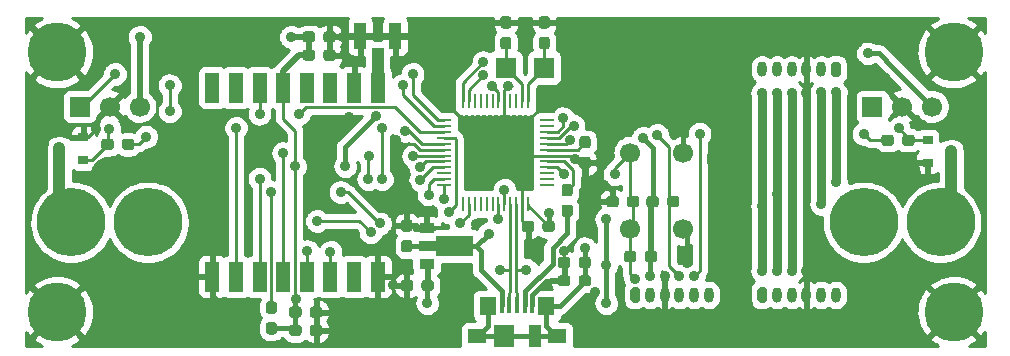
<source format=gtl>
G04 #@! TF.GenerationSoftware,KiCad,Pcbnew,5.99.0-unknown-c7daca1~86~ubuntu18.04.1*
G04 #@! TF.CreationDate,2020-03-26T17:53:50-03:00*
G04 #@! TF.ProjectId,FOD,464f442e-6b69-4636-9164-5f7063625858,rev?*
G04 #@! TF.SameCoordinates,Original*
G04 #@! TF.FileFunction,Copper,L1,Top*
G04 #@! TF.FilePolarity,Positive*
%FSLAX46Y46*%
G04 Gerber Fmt 4.6, Leading zero omitted, Abs format (unit mm)*
G04 Created by KiCad (PCBNEW 5.99.0-unknown-c7daca1~86~ubuntu18.04.1) date 2020-03-26 17:53:50*
%MOMM*%
%LPD*%
G01*
G04 APERTURE LIST*
G04 #@! TA.AperFunction,SMDPad,CuDef*
%ADD10R,1.750000X1.800000*%
G04 #@! TD*
G04 #@! TA.AperFunction,ComponentPad*
%ADD11C,5.800000*%
G04 #@! TD*
G04 #@! TA.AperFunction,ComponentPad*
%ADD12C,5.000000*%
G04 #@! TD*
G04 #@! TA.AperFunction,ComponentPad*
%ADD13C,1.700000*%
G04 #@! TD*
G04 #@! TA.AperFunction,ComponentPad*
%ADD14R,1.700000X1.700000*%
G04 #@! TD*
G04 #@! TA.AperFunction,SMDPad,CuDef*
%ADD15R,1.300000X2.500000*%
G04 #@! TD*
G04 #@! TA.AperFunction,SMDPad,CuDef*
%ADD16R,1.300000X0.900000*%
G04 #@! TD*
G04 #@! TA.AperFunction,SMDPad,CuDef*
%ADD17R,1.300000X0.250000*%
G04 #@! TD*
G04 #@! TA.AperFunction,SMDPad,CuDef*
%ADD18R,0.250000X1.300000*%
G04 #@! TD*
G04 #@! TA.AperFunction,SMDPad,CuDef*
%ADD19R,0.900000X0.800000*%
G04 #@! TD*
G04 #@! TA.AperFunction,SMDPad,CuDef*
%ADD20R,1.050000X2.200000*%
G04 #@! TD*
G04 #@! TA.AperFunction,SMDPad,CuDef*
%ADD21R,1.000000X1.050000*%
G04 #@! TD*
G04 #@! TA.AperFunction,ComponentPad*
%ADD22O,0.800000X1.300000*%
G04 #@! TD*
G04 #@! TA.AperFunction,SMDPad,CuDef*
%ADD23R,1.000000X1.900000*%
G04 #@! TD*
G04 #@! TA.AperFunction,SMDPad,CuDef*
%ADD24R,1.800000X1.900000*%
G04 #@! TD*
G04 #@! TA.AperFunction,SMDPad,CuDef*
%ADD25R,1.650000X1.300000*%
G04 #@! TD*
G04 #@! TA.AperFunction,SMDPad,CuDef*
%ADD26R,1.425000X1.550000*%
G04 #@! TD*
G04 #@! TA.AperFunction,SMDPad,CuDef*
%ADD27R,0.450000X1.380000*%
G04 #@! TD*
G04 #@! TA.AperFunction,ViaPad*
%ADD28C,0.900000*%
G04 #@! TD*
G04 #@! TA.AperFunction,ViaPad*
%ADD29C,3.800000*%
G04 #@! TD*
G04 #@! TA.AperFunction,ViaPad*
%ADD30C,3.300000*%
G04 #@! TD*
G04 #@! TA.AperFunction,Conductor*
%ADD31C,0.250000*%
G04 #@! TD*
G04 #@! TA.AperFunction,Conductor*
%ADD32C,0.450000*%
G04 #@! TD*
G04 #@! TA.AperFunction,Conductor*
%ADD33C,0.800000*%
G04 #@! TD*
G04 #@! TA.AperFunction,Conductor*
%ADD34C,1.000000*%
G04 #@! TD*
G04 #@! TA.AperFunction,Conductor*
%ADD35C,0.550000*%
G04 #@! TD*
G04 #@! TA.AperFunction,Conductor*
%ADD36C,0.254000*%
G04 #@! TD*
G04 APERTURE END LIST*
D10*
X141300000Y-84800000D03*
X144550000Y-84800000D03*
D11*
X171600000Y-97900000D03*
X178100000Y-97900000D03*
X111000000Y-97900000D03*
X104500000Y-97900000D03*
D12*
X179200000Y-83500000D03*
X179200000Y-105500000D03*
X103300000Y-105500000D03*
X103300000Y-83500000D03*
D13*
X110290000Y-88100000D03*
X107750000Y-88100000D03*
D14*
X105210000Y-88100000D03*
D13*
X177390000Y-88100000D03*
X174850000Y-88100000D03*
D14*
X172310000Y-88100000D03*
D15*
X116450000Y-86500000D03*
X118450000Y-86500000D03*
X120450000Y-86500000D03*
X122450000Y-86500000D03*
X124450000Y-86500000D03*
X126450000Y-86500000D03*
X128450000Y-86500000D03*
X130450000Y-86500000D03*
X130450000Y-102500000D03*
X128450000Y-102500000D03*
X126450000Y-102500000D03*
X124450000Y-102500000D03*
X122450000Y-102500000D03*
X120450000Y-102500000D03*
X118450000Y-102500000D03*
X116450000Y-102500000D03*
G04 #@! TA.AperFunction,SMDPad,CuDef*
G36*
X138550000Y-100766500D02*
G01*
X135425000Y-100766500D01*
X135425000Y-100350000D01*
X133950000Y-100350000D01*
X133950000Y-99450000D01*
X135425000Y-99450000D01*
X135425000Y-99033500D01*
X138550000Y-99033500D01*
X138550000Y-100766500D01*
G37*
G04 #@! TD.AperFunction*
D16*
X134600000Y-101400000D03*
X134600000Y-98400000D03*
D17*
X144775000Y-89250000D03*
X144775000Y-89750000D03*
X144775000Y-90250000D03*
X144775000Y-90750000D03*
X144775000Y-91250000D03*
X144775000Y-91750000D03*
X144775000Y-92250000D03*
X144775000Y-92750000D03*
X144775000Y-93250000D03*
X144775000Y-93750000D03*
X144775000Y-94250000D03*
X144775000Y-94750000D03*
D18*
X143175000Y-96350000D03*
X142675000Y-96350000D03*
X142175000Y-96350000D03*
X141675000Y-96350000D03*
X141175000Y-96350000D03*
X140675000Y-96350000D03*
X140175000Y-96350000D03*
X139675000Y-96350000D03*
X139175000Y-96350000D03*
X138675000Y-96350000D03*
X138175000Y-96350000D03*
X137675000Y-96350000D03*
D17*
X136075000Y-94750000D03*
X136075000Y-94250000D03*
X136075000Y-93750000D03*
X136075000Y-93250000D03*
X136075000Y-92750000D03*
X136075000Y-92250000D03*
X136075000Y-91750000D03*
X136075000Y-91250000D03*
X136075000Y-90750000D03*
X136075000Y-90250000D03*
X136075000Y-89750000D03*
X136075000Y-89250000D03*
D18*
X137675000Y-87650000D03*
X138175000Y-87650000D03*
X138675000Y-87650000D03*
X139175000Y-87650000D03*
X139675000Y-87650000D03*
X140175000Y-87650000D03*
X140675000Y-87650000D03*
X141175000Y-87650000D03*
X141675000Y-87650000D03*
X142175000Y-87650000D03*
X142675000Y-87650000D03*
X143175000Y-87650000D03*
D13*
X151800000Y-92000000D03*
X151800000Y-98500000D03*
X156300000Y-92000000D03*
X156300000Y-98500000D03*
G04 #@! TA.AperFunction,SMDPad,CuDef*
G36*
G01*
X108800000Y-91537500D02*
X108800000Y-91062500D01*
G75*
G02*
X109037500Y-90825000I237500J0D01*
G01*
X109612500Y-90825000D01*
G75*
G02*
X109850000Y-91062500I0J-237500D01*
G01*
X109850000Y-91537500D01*
G75*
G02*
X109612500Y-91775000I-237500J0D01*
G01*
X109037500Y-91775000D01*
G75*
G02*
X108800000Y-91537500I0J237500D01*
G01*
G37*
G04 #@! TD.AperFunction*
G04 #@! TA.AperFunction,SMDPad,CuDef*
G36*
G01*
X107050000Y-91537500D02*
X107050000Y-91062500D01*
G75*
G02*
X107287500Y-90825000I237500J0D01*
G01*
X107862500Y-90825000D01*
G75*
G02*
X108100000Y-91062500I0J-237500D01*
G01*
X108100000Y-91537500D01*
G75*
G02*
X107862500Y-91775000I-237500J0D01*
G01*
X107287500Y-91775000D01*
G75*
G02*
X107050000Y-91537500I0J237500D01*
G01*
G37*
G04 #@! TD.AperFunction*
G04 #@! TA.AperFunction,SMDPad,CuDef*
G36*
G01*
X174150000Y-90712500D02*
X174150000Y-91187500D01*
G75*
G02*
X173912500Y-91425000I-237500J0D01*
G01*
X173337500Y-91425000D01*
G75*
G02*
X173100000Y-91187500I0J237500D01*
G01*
X173100000Y-90712500D01*
G75*
G02*
X173337500Y-90475000I237500J0D01*
G01*
X173912500Y-90475000D01*
G75*
G02*
X174150000Y-90712500I0J-237500D01*
G01*
G37*
G04 #@! TD.AperFunction*
G04 #@! TA.AperFunction,SMDPad,CuDef*
G36*
G01*
X175900000Y-90712500D02*
X175900000Y-91187500D01*
G75*
G02*
X175662500Y-91425000I-237500J0D01*
G01*
X175087500Y-91425000D01*
G75*
G02*
X174850000Y-91187500I0J237500D01*
G01*
X174850000Y-90712500D01*
G75*
G02*
X175087500Y-90475000I237500J0D01*
G01*
X175662500Y-90475000D01*
G75*
G02*
X175900000Y-90712500I0J-237500D01*
G01*
G37*
G04 #@! TD.AperFunction*
G04 #@! TA.AperFunction,SMDPad,CuDef*
G36*
G01*
X121687500Y-105650000D02*
X121212500Y-105650000D01*
G75*
G02*
X120975000Y-105412500I0J237500D01*
G01*
X120975000Y-104837500D01*
G75*
G02*
X121212500Y-104600000I237500J0D01*
G01*
X121687500Y-104600000D01*
G75*
G02*
X121925000Y-104837500I0J-237500D01*
G01*
X121925000Y-105412500D01*
G75*
G02*
X121687500Y-105650000I-237500J0D01*
G01*
G37*
G04 #@! TD.AperFunction*
G04 #@! TA.AperFunction,SMDPad,CuDef*
G36*
G01*
X121687500Y-107400000D02*
X121212500Y-107400000D01*
G75*
G02*
X120975000Y-107162500I0J237500D01*
G01*
X120975000Y-106587500D01*
G75*
G02*
X121212500Y-106350000I237500J0D01*
G01*
X121687500Y-106350000D01*
G75*
G02*
X121925000Y-106587500I0J-237500D01*
G01*
X121925000Y-107162500D01*
G75*
G02*
X121687500Y-107400000I-237500J0D01*
G01*
G37*
G04 #@! TD.AperFunction*
G04 #@! TA.AperFunction,SMDPad,CuDef*
G36*
G01*
X146262500Y-96400000D02*
X146737500Y-96400000D01*
G75*
G02*
X146975000Y-96637500I0J-237500D01*
G01*
X146975000Y-97212500D01*
G75*
G02*
X146737500Y-97450000I-237500J0D01*
G01*
X146262500Y-97450000D01*
G75*
G02*
X146025000Y-97212500I0J237500D01*
G01*
X146025000Y-96637500D01*
G75*
G02*
X146262500Y-96400000I237500J0D01*
G01*
G37*
G04 #@! TD.AperFunction*
G04 #@! TA.AperFunction,SMDPad,CuDef*
G36*
G01*
X146262500Y-94650000D02*
X146737500Y-94650000D01*
G75*
G02*
X146975000Y-94887500I0J-237500D01*
G01*
X146975000Y-95462500D01*
G75*
G02*
X146737500Y-95700000I-237500J0D01*
G01*
X146262500Y-95700000D01*
G75*
G02*
X146025000Y-95462500I0J237500D01*
G01*
X146025000Y-94887500D01*
G75*
G02*
X146262500Y-94650000I237500J0D01*
G01*
G37*
G04 #@! TD.AperFunction*
G04 #@! TA.AperFunction,SMDPad,CuDef*
G36*
G01*
X146750000Y-101062500D02*
X146750000Y-101537500D01*
G75*
G02*
X146512500Y-101775000I-237500J0D01*
G01*
X145937500Y-101775000D01*
G75*
G02*
X145700000Y-101537500I0J237500D01*
G01*
X145700000Y-101062500D01*
G75*
G02*
X145937500Y-100825000I237500J0D01*
G01*
X146512500Y-100825000D01*
G75*
G02*
X146750000Y-101062500I0J-237500D01*
G01*
G37*
G04 #@! TD.AperFunction*
G04 #@! TA.AperFunction,SMDPad,CuDef*
G36*
G01*
X148500000Y-101062500D02*
X148500000Y-101537500D01*
G75*
G02*
X148262500Y-101775000I-237500J0D01*
G01*
X147687500Y-101775000D01*
G75*
G02*
X147450000Y-101537500I0J237500D01*
G01*
X147450000Y-101062500D01*
G75*
G02*
X147687500Y-100825000I237500J0D01*
G01*
X148262500Y-100825000D01*
G75*
G02*
X148500000Y-101062500I0J-237500D01*
G01*
G37*
G04 #@! TD.AperFunction*
G04 #@! TA.AperFunction,SMDPad,CuDef*
G36*
G01*
X152350000Y-100562500D02*
X152350000Y-101037500D01*
G75*
G02*
X152112500Y-101275000I-237500J0D01*
G01*
X151537500Y-101275000D01*
G75*
G02*
X151300000Y-101037500I0J237500D01*
G01*
X151300000Y-100562500D01*
G75*
G02*
X151537500Y-100325000I237500J0D01*
G01*
X152112500Y-100325000D01*
G75*
G02*
X152350000Y-100562500I0J-237500D01*
G01*
G37*
G04 #@! TD.AperFunction*
G04 #@! TA.AperFunction,SMDPad,CuDef*
G36*
G01*
X154100000Y-100562500D02*
X154100000Y-101037500D01*
G75*
G02*
X153862500Y-101275000I-237500J0D01*
G01*
X153287500Y-101275000D01*
G75*
G02*
X153050000Y-101037500I0J237500D01*
G01*
X153050000Y-100562500D01*
G75*
G02*
X153287500Y-100325000I237500J0D01*
G01*
X153862500Y-100325000D01*
G75*
G02*
X154100000Y-100562500I0J-237500D01*
G01*
G37*
G04 #@! TD.AperFunction*
G04 #@! TA.AperFunction,SMDPad,CuDef*
G36*
G01*
X154950000Y-96387500D02*
X154950000Y-95912500D01*
G75*
G02*
X155187500Y-95675000I237500J0D01*
G01*
X155762500Y-95675000D01*
G75*
G02*
X156000000Y-95912500I0J-237500D01*
G01*
X156000000Y-96387500D01*
G75*
G02*
X155762500Y-96625000I-237500J0D01*
G01*
X155187500Y-96625000D01*
G75*
G02*
X154950000Y-96387500I0J237500D01*
G01*
G37*
G04 #@! TD.AperFunction*
G04 #@! TA.AperFunction,SMDPad,CuDef*
G36*
G01*
X153200000Y-96387500D02*
X153200000Y-95912500D01*
G75*
G02*
X153437500Y-95675000I237500J0D01*
G01*
X154012500Y-95675000D01*
G75*
G02*
X154250000Y-95912500I0J-237500D01*
G01*
X154250000Y-96387500D01*
G75*
G02*
X154012500Y-96625000I-237500J0D01*
G01*
X153437500Y-96625000D01*
G75*
G02*
X153200000Y-96387500I0J237500D01*
G01*
G37*
G04 #@! TD.AperFunction*
D19*
X103500000Y-91650000D03*
X105500000Y-90700000D03*
X105500000Y-92600000D03*
X179000000Y-91900000D03*
X177000000Y-92850000D03*
X177000000Y-90950000D03*
D20*
X128975000Y-82125000D03*
D21*
X130450000Y-83650000D03*
D20*
X131925000Y-82125000D03*
D22*
X158500000Y-104050000D03*
X157250000Y-104050000D03*
X156000000Y-104050000D03*
X154750000Y-104050000D03*
X153500000Y-104050000D03*
G04 #@! TA.AperFunction,ComponentPad*
G36*
G01*
X151850000Y-104500000D02*
X151850000Y-103600000D01*
G75*
G02*
X152050000Y-103400000I200000J0D01*
G01*
X152450000Y-103400000D01*
G75*
G02*
X152650000Y-103600000I0J-200000D01*
G01*
X152650000Y-104500000D01*
G75*
G02*
X152450000Y-104700000I-200000J0D01*
G01*
X152050000Y-104700000D01*
G75*
G02*
X151850000Y-104500000I0J200000D01*
G01*
G37*
G04 #@! TD.AperFunction*
X163000000Y-84950000D03*
X164250000Y-84950000D03*
X165500000Y-84950000D03*
X166750000Y-84950000D03*
X168000000Y-84950000D03*
G04 #@! TA.AperFunction,ComponentPad*
G36*
G01*
X169650000Y-84500000D02*
X169650000Y-85400000D01*
G75*
G02*
X169450000Y-85600000I-200000J0D01*
G01*
X169050000Y-85600000D01*
G75*
G02*
X168850000Y-85400000I0J200000D01*
G01*
X168850000Y-84500000D01*
G75*
G02*
X169050000Y-84300000I200000J0D01*
G01*
X169450000Y-84300000D01*
G75*
G02*
X169650000Y-84500000I0J-200000D01*
G01*
G37*
G04 #@! TD.AperFunction*
X169250000Y-104050000D03*
X168000000Y-104050000D03*
X166750000Y-104050000D03*
X165500000Y-104050000D03*
X164250000Y-104050000D03*
G04 #@! TA.AperFunction,ComponentPad*
G36*
G01*
X162600000Y-104500000D02*
X162600000Y-103600000D01*
G75*
G02*
X162800000Y-103400000I200000J0D01*
G01*
X163200000Y-103400000D01*
G75*
G02*
X163400000Y-103600000I0J-200000D01*
G01*
X163400000Y-104500000D01*
G75*
G02*
X163200000Y-104700000I-200000J0D01*
G01*
X162800000Y-104700000D01*
G75*
G02*
X162600000Y-104500000I0J200000D01*
G01*
G37*
G04 #@! TD.AperFunction*
D23*
X143800000Y-107550000D03*
D24*
X141100000Y-107550000D03*
D25*
X145625000Y-107550000D03*
X138875000Y-107550000D03*
D26*
X144737500Y-104975000D03*
X139762500Y-104975000D03*
D27*
X143550000Y-104890000D03*
X142900000Y-104890000D03*
X142250000Y-104890000D03*
X141600000Y-104890000D03*
X140950000Y-104890000D03*
G04 #@! TA.AperFunction,SMDPad,CuDef*
G36*
G01*
X124700000Y-105737500D02*
X124700000Y-105262500D01*
G75*
G02*
X124937500Y-105025000I237500J0D01*
G01*
X125512500Y-105025000D01*
G75*
G02*
X125750000Y-105262500I0J-237500D01*
G01*
X125750000Y-105737500D01*
G75*
G02*
X125512500Y-105975000I-237500J0D01*
G01*
X124937500Y-105975000D01*
G75*
G02*
X124700000Y-105737500I0J237500D01*
G01*
G37*
G04 #@! TD.AperFunction*
G04 #@! TA.AperFunction,SMDPad,CuDef*
G36*
G01*
X122950000Y-105737500D02*
X122950000Y-105262500D01*
G75*
G02*
X123187500Y-105025000I237500J0D01*
G01*
X123762500Y-105025000D01*
G75*
G02*
X124000000Y-105262500I0J-237500D01*
G01*
X124000000Y-105737500D01*
G75*
G02*
X123762500Y-105975000I-237500J0D01*
G01*
X123187500Y-105975000D01*
G75*
G02*
X122950000Y-105737500I0J237500D01*
G01*
G37*
G04 #@! TD.AperFunction*
G04 #@! TA.AperFunction,SMDPad,CuDef*
G36*
G01*
X124700000Y-107287500D02*
X124700000Y-106812500D01*
G75*
G02*
X124937500Y-106575000I237500J0D01*
G01*
X125512500Y-106575000D01*
G75*
G02*
X125750000Y-106812500I0J-237500D01*
G01*
X125750000Y-107287500D01*
G75*
G02*
X125512500Y-107525000I-237500J0D01*
G01*
X124937500Y-107525000D01*
G75*
G02*
X124700000Y-107287500I0J237500D01*
G01*
G37*
G04 #@! TD.AperFunction*
G04 #@! TA.AperFunction,SMDPad,CuDef*
G36*
G01*
X122950000Y-107287500D02*
X122950000Y-106812500D01*
G75*
G02*
X123187500Y-106575000I237500J0D01*
G01*
X123762500Y-106575000D01*
G75*
G02*
X124000000Y-106812500I0J-237500D01*
G01*
X124000000Y-107287500D01*
G75*
G02*
X123762500Y-107525000I-237500J0D01*
G01*
X123187500Y-107525000D01*
G75*
G02*
X122950000Y-107287500I0J237500D01*
G01*
G37*
G04 #@! TD.AperFunction*
G04 #@! TA.AperFunction,SMDPad,CuDef*
G36*
G01*
X133450000Y-103012500D02*
X133450000Y-103487500D01*
G75*
G02*
X133212500Y-103725000I-237500J0D01*
G01*
X132637500Y-103725000D01*
G75*
G02*
X132400000Y-103487500I0J237500D01*
G01*
X132400000Y-103012500D01*
G75*
G02*
X132637500Y-102775000I237500J0D01*
G01*
X133212500Y-102775000D01*
G75*
G02*
X133450000Y-103012500I0J-237500D01*
G01*
G37*
G04 #@! TD.AperFunction*
G04 #@! TA.AperFunction,SMDPad,CuDef*
G36*
G01*
X135200000Y-103012500D02*
X135200000Y-103487500D01*
G75*
G02*
X134962500Y-103725000I-237500J0D01*
G01*
X134387500Y-103725000D01*
G75*
G02*
X134150000Y-103487500I0J237500D01*
G01*
X134150000Y-103012500D01*
G75*
G02*
X134387500Y-102775000I237500J0D01*
G01*
X134962500Y-102775000D01*
G75*
G02*
X135200000Y-103012500I0J-237500D01*
G01*
G37*
G04 #@! TD.AperFunction*
G04 #@! TA.AperFunction,SMDPad,CuDef*
G36*
G01*
X133137500Y-98700000D02*
X132662500Y-98700000D01*
G75*
G02*
X132425000Y-98462500I0J237500D01*
G01*
X132425000Y-97887500D01*
G75*
G02*
X132662500Y-97650000I237500J0D01*
G01*
X133137500Y-97650000D01*
G75*
G02*
X133375000Y-97887500I0J-237500D01*
G01*
X133375000Y-98462500D01*
G75*
G02*
X133137500Y-98700000I-237500J0D01*
G01*
G37*
G04 #@! TD.AperFunction*
G04 #@! TA.AperFunction,SMDPad,CuDef*
G36*
G01*
X133137500Y-100450000D02*
X132662500Y-100450000D01*
G75*
G02*
X132425000Y-100212500I0J237500D01*
G01*
X132425000Y-99637500D01*
G75*
G02*
X132662500Y-99400000I237500J0D01*
G01*
X133137500Y-99400000D01*
G75*
G02*
X133375000Y-99637500I0J-237500D01*
G01*
X133375000Y-100212500D01*
G75*
G02*
X133137500Y-100450000I-237500J0D01*
G01*
G37*
G04 #@! TD.AperFunction*
G04 #@! TA.AperFunction,SMDPad,CuDef*
G36*
G01*
X141537500Y-81500000D02*
X141062500Y-81500000D01*
G75*
G02*
X140825000Y-81262500I0J237500D01*
G01*
X140825000Y-80687500D01*
G75*
G02*
X141062500Y-80450000I237500J0D01*
G01*
X141537500Y-80450000D01*
G75*
G02*
X141775000Y-80687500I0J-237500D01*
G01*
X141775000Y-81262500D01*
G75*
G02*
X141537500Y-81500000I-237500J0D01*
G01*
G37*
G04 #@! TD.AperFunction*
G04 #@! TA.AperFunction,SMDPad,CuDef*
G36*
G01*
X141537500Y-83250000D02*
X141062500Y-83250000D01*
G75*
G02*
X140825000Y-83012500I0J237500D01*
G01*
X140825000Y-82437500D01*
G75*
G02*
X141062500Y-82200000I237500J0D01*
G01*
X141537500Y-82200000D01*
G75*
G02*
X141775000Y-82437500I0J-237500D01*
G01*
X141775000Y-83012500D01*
G75*
G02*
X141537500Y-83250000I-237500J0D01*
G01*
G37*
G04 #@! TD.AperFunction*
G04 #@! TA.AperFunction,SMDPad,CuDef*
G36*
G01*
X144787500Y-81500000D02*
X144312500Y-81500000D01*
G75*
G02*
X144075000Y-81262500I0J237500D01*
G01*
X144075000Y-80687500D01*
G75*
G02*
X144312500Y-80450000I237500J0D01*
G01*
X144787500Y-80450000D01*
G75*
G02*
X145025000Y-80687500I0J-237500D01*
G01*
X145025000Y-81262500D01*
G75*
G02*
X144787500Y-81500000I-237500J0D01*
G01*
G37*
G04 #@! TD.AperFunction*
G04 #@! TA.AperFunction,SMDPad,CuDef*
G36*
G01*
X144787500Y-83250000D02*
X144312500Y-83250000D01*
G75*
G02*
X144075000Y-83012500I0J237500D01*
G01*
X144075000Y-82437500D01*
G75*
G02*
X144312500Y-82200000I237500J0D01*
G01*
X144787500Y-82200000D01*
G75*
G02*
X145025000Y-82437500I0J-237500D01*
G01*
X145025000Y-83012500D01*
G75*
G02*
X144787500Y-83250000I-237500J0D01*
G01*
G37*
G04 #@! TD.AperFunction*
G04 #@! TA.AperFunction,SMDPad,CuDef*
G36*
G01*
X150850000Y-95912500D02*
X150850000Y-96387500D01*
G75*
G02*
X150612500Y-96625000I-237500J0D01*
G01*
X150037500Y-96625000D01*
G75*
G02*
X149800000Y-96387500I0J237500D01*
G01*
X149800000Y-95912500D01*
G75*
G02*
X150037500Y-95675000I237500J0D01*
G01*
X150612500Y-95675000D01*
G75*
G02*
X150850000Y-95912500I0J-237500D01*
G01*
G37*
G04 #@! TD.AperFunction*
G04 #@! TA.AperFunction,SMDPad,CuDef*
G36*
G01*
X152600000Y-95912500D02*
X152600000Y-96387500D01*
G75*
G02*
X152362500Y-96625000I-237500J0D01*
G01*
X151787500Y-96625000D01*
G75*
G02*
X151550000Y-96387500I0J237500D01*
G01*
X151550000Y-95912500D01*
G75*
G02*
X151787500Y-95675000I237500J0D01*
G01*
X152362500Y-95675000D01*
G75*
G02*
X152600000Y-95912500I0J-237500D01*
G01*
G37*
G04 #@! TD.AperFunction*
G04 #@! TA.AperFunction,SMDPad,CuDef*
G36*
G01*
X146750000Y-102612500D02*
X146750000Y-103087500D01*
G75*
G02*
X146512500Y-103325000I-237500J0D01*
G01*
X145937500Y-103325000D01*
G75*
G02*
X145700000Y-103087500I0J237500D01*
G01*
X145700000Y-102612500D01*
G75*
G02*
X145937500Y-102375000I237500J0D01*
G01*
X146512500Y-102375000D01*
G75*
G02*
X146750000Y-102612500I0J-237500D01*
G01*
G37*
G04 #@! TD.AperFunction*
G04 #@! TA.AperFunction,SMDPad,CuDef*
G36*
G01*
X148500000Y-102612500D02*
X148500000Y-103087500D01*
G75*
G02*
X148262500Y-103325000I-237500J0D01*
G01*
X147687500Y-103325000D01*
G75*
G02*
X147450000Y-103087500I0J237500D01*
G01*
X147450000Y-102612500D01*
G75*
G02*
X147687500Y-102375000I237500J0D01*
G01*
X148262500Y-102375000D01*
G75*
G02*
X148500000Y-102612500I0J-237500D01*
G01*
G37*
G04 #@! TD.AperFunction*
G04 #@! TA.AperFunction,SMDPad,CuDef*
G36*
G01*
X143700000Y-98012500D02*
X143700000Y-98487500D01*
G75*
G02*
X143462500Y-98725000I-237500J0D01*
G01*
X142887500Y-98725000D01*
G75*
G02*
X142650000Y-98487500I0J237500D01*
G01*
X142650000Y-98012500D01*
G75*
G02*
X142887500Y-97775000I237500J0D01*
G01*
X143462500Y-97775000D01*
G75*
G02*
X143700000Y-98012500I0J-237500D01*
G01*
G37*
G04 #@! TD.AperFunction*
G04 #@! TA.AperFunction,SMDPad,CuDef*
G36*
G01*
X145450000Y-98012500D02*
X145450000Y-98487500D01*
G75*
G02*
X145212500Y-98725000I-237500J0D01*
G01*
X144637500Y-98725000D01*
G75*
G02*
X144400000Y-98487500I0J237500D01*
G01*
X144400000Y-98012500D01*
G75*
G02*
X144637500Y-97775000I237500J0D01*
G01*
X145212500Y-97775000D01*
G75*
G02*
X145450000Y-98012500I0J-237500D01*
G01*
G37*
G04 #@! TD.AperFunction*
G04 #@! TA.AperFunction,SMDPad,CuDef*
G36*
G01*
X147762500Y-92350000D02*
X148237500Y-92350000D01*
G75*
G02*
X148475000Y-92587500I0J-237500D01*
G01*
X148475000Y-93162500D01*
G75*
G02*
X148237500Y-93400000I-237500J0D01*
G01*
X147762500Y-93400000D01*
G75*
G02*
X147525000Y-93162500I0J237500D01*
G01*
X147525000Y-92587500D01*
G75*
G02*
X147762500Y-92350000I237500J0D01*
G01*
G37*
G04 #@! TD.AperFunction*
G04 #@! TA.AperFunction,SMDPad,CuDef*
G36*
G01*
X147762500Y-90600000D02*
X148237500Y-90600000D01*
G75*
G02*
X148475000Y-90837500I0J-237500D01*
G01*
X148475000Y-91412500D01*
G75*
G02*
X148237500Y-91650000I-237500J0D01*
G01*
X147762500Y-91650000D01*
G75*
G02*
X147525000Y-91412500I0J237500D01*
G01*
X147525000Y-90837500D01*
G75*
G02*
X147762500Y-90600000I237500J0D01*
G01*
G37*
G04 #@! TD.AperFunction*
G04 #@! TA.AperFunction,SMDPad,CuDef*
G36*
G01*
X125850000Y-82437500D02*
X125850000Y-81962500D01*
G75*
G02*
X126087500Y-81725000I237500J0D01*
G01*
X126662500Y-81725000D01*
G75*
G02*
X126900000Y-81962500I0J-237500D01*
G01*
X126900000Y-82437500D01*
G75*
G02*
X126662500Y-82675000I-237500J0D01*
G01*
X126087500Y-82675000D01*
G75*
G02*
X125850000Y-82437500I0J237500D01*
G01*
G37*
G04 #@! TD.AperFunction*
G04 #@! TA.AperFunction,SMDPad,CuDef*
G36*
G01*
X124100000Y-82437500D02*
X124100000Y-81962500D01*
G75*
G02*
X124337500Y-81725000I237500J0D01*
G01*
X124912500Y-81725000D01*
G75*
G02*
X125150000Y-81962500I0J-237500D01*
G01*
X125150000Y-82437500D01*
G75*
G02*
X124912500Y-82675000I-237500J0D01*
G01*
X124337500Y-82675000D01*
G75*
G02*
X124100000Y-82437500I0J237500D01*
G01*
G37*
G04 #@! TD.AperFunction*
G04 #@! TA.AperFunction,SMDPad,CuDef*
G36*
G01*
X125850000Y-83987500D02*
X125850000Y-83512500D01*
G75*
G02*
X126087500Y-83275000I237500J0D01*
G01*
X126662500Y-83275000D01*
G75*
G02*
X126900000Y-83512500I0J-237500D01*
G01*
X126900000Y-83987500D01*
G75*
G02*
X126662500Y-84225000I-237500J0D01*
G01*
X126087500Y-84225000D01*
G75*
G02*
X125850000Y-83987500I0J237500D01*
G01*
G37*
G04 #@! TD.AperFunction*
G04 #@! TA.AperFunction,SMDPad,CuDef*
G36*
G01*
X124100000Y-83987500D02*
X124100000Y-83512500D01*
G75*
G02*
X124337500Y-83275000I237500J0D01*
G01*
X124912500Y-83275000D01*
G75*
G02*
X125150000Y-83512500I0J-237500D01*
G01*
X125150000Y-83987500D01*
G75*
G02*
X124912500Y-84225000I-237500J0D01*
G01*
X124337500Y-84225000D01*
G75*
G02*
X124100000Y-83987500I0J237500D01*
G01*
G37*
G04 #@! TD.AperFunction*
D28*
X108200000Y-85350000D03*
X128000000Y-88950000D03*
X135200000Y-85850000D03*
X127300000Y-95350000D03*
X149250000Y-87000000D03*
D29*
X160200000Y-92500000D03*
D28*
X117500000Y-105050000D03*
X167900000Y-100550000D03*
X169250000Y-94450000D03*
X169250000Y-86900000D03*
X154750000Y-105700000D03*
X168000000Y-86900000D03*
X166750000Y-86950000D03*
X166750000Y-102050000D03*
X165500000Y-86950000D03*
X165500000Y-102050000D03*
X164250000Y-86950000D03*
X164250000Y-102050000D03*
X163000000Y-102050000D03*
X163000000Y-86950000D03*
X168000000Y-96350000D03*
X164850000Y-105550000D03*
X142900000Y-82500000D03*
X142950000Y-81000000D03*
X141500000Y-86350000D03*
X140150000Y-86350000D03*
X144500000Y-87700000D03*
X143025000Y-101900000D03*
X140825000Y-101900000D03*
X146250000Y-100350000D03*
X148000000Y-100100000D03*
X139850000Y-98850000D03*
X134600000Y-97100000D03*
X132950000Y-102000000D03*
X152250000Y-102700000D03*
X150500000Y-93850000D03*
X146200000Y-93850000D03*
X146150000Y-89100000D03*
X147030002Y-89760001D03*
X146703713Y-90953713D03*
X147150000Y-92550000D03*
X149250000Y-92900000D03*
X128800000Y-105900000D03*
X127150000Y-105800000D03*
X127600000Y-83750000D03*
X127550000Y-82200000D03*
X133650000Y-82150000D03*
X154750000Y-102450000D03*
X152900000Y-90750000D03*
X154100000Y-90500000D03*
X157250000Y-102450000D03*
X157700000Y-90400000D03*
X156000000Y-102450000D03*
X153500000Y-102450000D03*
X159000000Y-101350000D03*
X156600000Y-101350000D03*
X155750000Y-90050000D03*
X155750000Y-87450000D03*
X144950000Y-97150000D03*
X149800000Y-97650000D03*
X149800000Y-101550000D03*
X171600000Y-90400000D03*
X171600000Y-92400000D03*
X166750000Y-82200000D03*
X140675000Y-97639518D03*
X142700000Y-94250000D03*
X141175000Y-95150000D03*
X164250000Y-95500000D03*
X163000000Y-96500000D03*
X149650000Y-94700000D03*
X159000000Y-98550000D03*
X110850000Y-90650000D03*
X114000000Y-92700000D03*
X106600000Y-90000000D03*
X132900000Y-94900000D03*
X136050000Y-95950000D03*
X124500000Y-100350000D03*
X126450000Y-100400000D03*
X130800000Y-89900000D03*
X134750000Y-95549999D03*
X134047067Y-94348639D03*
X130800000Y-94250000D03*
X134050297Y-93248642D03*
X133458337Y-92300001D03*
X132000000Y-90950000D03*
X129700000Y-92300000D03*
X129650000Y-94250000D03*
X127700000Y-93150000D03*
X130287678Y-88926588D03*
X132777819Y-90172181D03*
X123500000Y-104400000D03*
X136500000Y-103300000D03*
X118450000Y-89900000D03*
X120450000Y-94200000D03*
X122450000Y-92050000D03*
X121450000Y-95350000D03*
X136450000Y-97050000D03*
X130650000Y-98000000D03*
X123450000Y-93150000D03*
X110300000Y-82200000D03*
X123100000Y-82200000D03*
X123800000Y-88700000D03*
X120450000Y-88700000D03*
X133400000Y-85350000D03*
X107700003Y-90000000D03*
X112850000Y-88500000D03*
X132550000Y-86300000D03*
X112850000Y-86300000D03*
X106400000Y-85700000D03*
X121900000Y-83450000D03*
X121850000Y-80950000D03*
X114450000Y-89350000D03*
X114000000Y-83450000D03*
X172350000Y-106850000D03*
D30*
X107750000Y-101800000D03*
X107750000Y-94000000D03*
X174850000Y-94000000D03*
X174850000Y-101800000D03*
D28*
X139400000Y-85450000D03*
X139400000Y-84349997D03*
X174550000Y-89950000D03*
X171950000Y-83600000D03*
X155750000Y-82600000D03*
X146250000Y-81000000D03*
X138800000Y-81000000D03*
X120400000Y-91450000D03*
X116300000Y-91650000D03*
X137450000Y-98000000D03*
X129847508Y-98752337D03*
X125300000Y-97800000D03*
X131050000Y-100000000D03*
X143000000Y-89450000D03*
X138200000Y-89750000D03*
X134650000Y-104750000D03*
X131750000Y-103250000D03*
X149800000Y-104750000D03*
X151300000Y-105500000D03*
X148300000Y-98450000D03*
X148850000Y-103800000D03*
X160300000Y-85950000D03*
X138800000Y-98050000D03*
D31*
X138175000Y-96350000D02*
X138175000Y-97275000D01*
X138175000Y-97275000D02*
X137450000Y-98000000D01*
D32*
X140950000Y-103750000D02*
X140950000Y-103700000D01*
X140950000Y-103700000D02*
X139200000Y-101950000D01*
X139200000Y-101950000D02*
X139200000Y-100300000D01*
X139200000Y-100300000D02*
X138800000Y-99900000D01*
X134687500Y-99900000D02*
X138800000Y-99900000D01*
X138800000Y-99900000D02*
X139850000Y-98850000D01*
D31*
X140675000Y-96350000D02*
X140675000Y-97639518D01*
X142175000Y-101925000D02*
X142175000Y-100775000D01*
X142200000Y-101900000D02*
X142175000Y-101925000D01*
X142175000Y-103779999D02*
X142175000Y-101925000D01*
X143025000Y-101900000D02*
X142200000Y-101900000D01*
X141675000Y-101925000D02*
X141675000Y-100775000D01*
X141650000Y-101900000D02*
X141675000Y-101925000D01*
X141675000Y-103779999D02*
X141675000Y-101925000D01*
X140825000Y-101900000D02*
X141650000Y-101900000D01*
X108200000Y-85350000D02*
X105450000Y-88100000D01*
X105450000Y-88100000D02*
X105210000Y-88100000D01*
X112850000Y-86300000D02*
X112850000Y-88500000D01*
D32*
X156600000Y-101350000D02*
X156600000Y-98800000D01*
X156600000Y-98800000D02*
X156300000Y-98500000D01*
D31*
X134055338Y-91750000D02*
X133555338Y-91250000D01*
X133555338Y-91250000D02*
X132300000Y-91250000D01*
X132300000Y-91250000D02*
X132000000Y-90950000D01*
X128450000Y-86500000D02*
X128450000Y-84600000D01*
X128450000Y-84600000D02*
X127600000Y-83750000D01*
X127950000Y-95350000D02*
X127300000Y-95350000D01*
X116450000Y-102500000D02*
X116450000Y-104000000D01*
X116450000Y-104000000D02*
X117500000Y-105050000D01*
D33*
X169250000Y-86900000D02*
X169250000Y-94450000D01*
D34*
X103500000Y-91650000D02*
X103500000Y-96900000D01*
X103500000Y-96900000D02*
X104500000Y-97900000D01*
X179000000Y-91900000D02*
X179000000Y-97000000D01*
X179000000Y-97000000D02*
X178100000Y-97900000D01*
D31*
X166750000Y-102050000D02*
X166750000Y-86950000D01*
D33*
X165500000Y-86950000D02*
X165500000Y-102050000D01*
X168000000Y-86900000D02*
X168000000Y-96350000D01*
D31*
X143175000Y-86175000D02*
X144550000Y-84800000D01*
X143175000Y-87650000D02*
X143175000Y-86175000D01*
X142675000Y-86175000D02*
X141300000Y-84800000D01*
X142675000Y-87650000D02*
X142675000Y-86175000D01*
X144550000Y-82725000D02*
X144550000Y-84800000D01*
X141300000Y-84800000D02*
X141300000Y-82725000D01*
X141300000Y-80975000D02*
X141375000Y-80975000D01*
X144550000Y-80975000D02*
X142975000Y-80975000D01*
X142975000Y-80975000D02*
X142950000Y-81000000D01*
X141175000Y-86675000D02*
X141500000Y-86350000D01*
X141175000Y-87650000D02*
X141175000Y-86675000D01*
X140675000Y-86875000D02*
X140150000Y-86350000D01*
X140675000Y-87650000D02*
X140675000Y-86875000D01*
X141600000Y-104890000D02*
X141600000Y-103854999D01*
X142250000Y-104890000D02*
X142250000Y-103854999D01*
X141600000Y-103854999D02*
X141675000Y-103779999D01*
X142250000Y-103854999D02*
X142175000Y-103779999D01*
D32*
X139762500Y-106662500D02*
X138875000Y-107550000D01*
X139762500Y-104975000D02*
X139762500Y-106662500D01*
X138875000Y-107550000D02*
X141100000Y-107550000D01*
X141100000Y-107550000D02*
X143800000Y-107550000D01*
X143800000Y-107550000D02*
X145625000Y-107550000D01*
X144737500Y-106662500D02*
X145625000Y-107550000D01*
X144737500Y-104975000D02*
X144737500Y-106662500D01*
X145850000Y-104975000D02*
X147975000Y-102850000D01*
X144737500Y-104975000D02*
X145850000Y-104975000D01*
X147975000Y-102850000D02*
X147975000Y-101300000D01*
D31*
X146225000Y-102850000D02*
X146225000Y-101300000D01*
X142175000Y-100775000D02*
X142175000Y-96350000D01*
X141675000Y-100775000D02*
X141675000Y-96350000D01*
X142675000Y-97750000D02*
X143175000Y-98250000D01*
X142675000Y-96350000D02*
X142675000Y-97750000D01*
X143175000Y-96500000D02*
X144925000Y-98250000D01*
X143175000Y-96350000D02*
X143175000Y-96500000D01*
D32*
X142900000Y-103750000D02*
X145250000Y-101400000D01*
X142900000Y-104890000D02*
X142900000Y-103750000D01*
D31*
X146225000Y-100375000D02*
X146250000Y-100350000D01*
X146225000Y-101300000D02*
X146225000Y-100375000D01*
D32*
X148000000Y-100100000D02*
X148000000Y-101275000D01*
X148000000Y-101275000D02*
X147975000Y-101300000D01*
X140950000Y-104890000D02*
X140950000Y-103750000D01*
X134843911Y-99743589D02*
X134687500Y-99900000D01*
X134662500Y-99925000D02*
X134687500Y-99900000D01*
X132900000Y-99925000D02*
X134662500Y-99925000D01*
D31*
X134675000Y-101475000D02*
X134600000Y-101400000D01*
D35*
X134675000Y-103250000D02*
X134675000Y-101475000D01*
D31*
X134375000Y-98175000D02*
X134600000Y-98400000D01*
X132900000Y-98175000D02*
X134375000Y-98175000D01*
X134600000Y-98400000D02*
X134600000Y-97100000D01*
X132925000Y-102025000D02*
X132950000Y-102000000D01*
X132925000Y-103250000D02*
X132925000Y-102025000D01*
X151825000Y-102275000D02*
X152250000Y-102700000D01*
X151825000Y-100800000D02*
X151825000Y-102275000D01*
X151825000Y-98525000D02*
X151800000Y-98500000D01*
X151825000Y-100800000D02*
X151825000Y-98525000D01*
X152075000Y-98225000D02*
X151800000Y-98500000D01*
X152075000Y-96150000D02*
X152075000Y-98225000D01*
X151800000Y-95875000D02*
X152075000Y-96150000D01*
X151800000Y-92000000D02*
X151800000Y-95875000D01*
X150500000Y-93850000D02*
X150500000Y-93300000D01*
X150500000Y-93300000D02*
X151800000Y-92000000D01*
X144775000Y-93250000D02*
X145600000Y-93250000D01*
X145600000Y-93250000D02*
X146200000Y-93850000D01*
X145675000Y-90250000D02*
X146150000Y-89775000D01*
X146150000Y-89775000D02*
X146150000Y-89100000D01*
X144775000Y-90250000D02*
X145675000Y-90250000D01*
X145811410Y-90750000D02*
X146801409Y-89760001D01*
X144775000Y-90750000D02*
X145811410Y-90750000D01*
X146801409Y-89760001D02*
X147030002Y-89760001D01*
X146975001Y-94699999D02*
X146500000Y-95175000D01*
X146975001Y-93477999D02*
X146975001Y-94699999D01*
X146247002Y-92750000D02*
X146975001Y-93477999D01*
X144775000Y-92750000D02*
X146247002Y-92750000D01*
X146407426Y-91250000D02*
X146703713Y-90953713D01*
X144775000Y-91250000D02*
X146407426Y-91250000D01*
X146850000Y-92250000D02*
X147150000Y-92550000D01*
X144775000Y-92250000D02*
X146850000Y-92250000D01*
X147375000Y-91750000D02*
X148000000Y-91125000D01*
X144775000Y-91750000D02*
X147375000Y-91750000D01*
X147475000Y-92875000D02*
X147150000Y-92550000D01*
X148000000Y-92875000D02*
X147475000Y-92875000D01*
X149225000Y-92875000D02*
X149250000Y-92900000D01*
X148000000Y-92875000D02*
X149225000Y-92875000D01*
X127650000Y-107050000D02*
X128800000Y-105900000D01*
X125225000Y-107050000D02*
X127650000Y-107050000D01*
X126850000Y-105500000D02*
X127150000Y-105800000D01*
X125225000Y-105500000D02*
X126850000Y-105500000D01*
X126375000Y-82200000D02*
X126375000Y-83750000D01*
X128450000Y-86500000D02*
X128450000Y-85825000D01*
D34*
X130450000Y-83650000D02*
X130450000Y-86500000D01*
D35*
X124625000Y-82200000D02*
X124625000Y-83750000D01*
X123800000Y-83750000D02*
X124625000Y-83750000D01*
X122450000Y-85100000D02*
X123800000Y-83750000D01*
X122450000Y-86500000D02*
X122450000Y-85100000D01*
D31*
X126375000Y-83750000D02*
X127600000Y-83750000D01*
X126375000Y-82200000D02*
X127550000Y-82200000D01*
X133625000Y-82125000D02*
X133650000Y-82150000D01*
X131925000Y-82125000D02*
X133625000Y-82125000D01*
X153575000Y-96300000D02*
X153725000Y-96150000D01*
D35*
X153575000Y-100800000D02*
X153575000Y-96300000D01*
D31*
X155124999Y-96500001D02*
X155475000Y-96150000D01*
D32*
X153725000Y-91575000D02*
X153725000Y-96150000D01*
X152900000Y-90750000D02*
X153725000Y-91575000D01*
D31*
X155124999Y-95799999D02*
X155475000Y-96150000D01*
X154100000Y-90500000D02*
X155124999Y-91524999D01*
X155124999Y-91524999D02*
X155124999Y-95799999D01*
X157700000Y-102000000D02*
X157250000Y-102450000D01*
X157700000Y-90400000D02*
X157700000Y-102000000D01*
X155124999Y-101574999D02*
X156000000Y-102450000D01*
X155124999Y-96500001D02*
X155124999Y-101574999D01*
D32*
X153500000Y-100875000D02*
X153575000Y-100800000D01*
X153500000Y-102450000D02*
X153500000Y-100875000D01*
X156300000Y-90600000D02*
X155750000Y-90050000D01*
X156300000Y-92000000D02*
X156300000Y-90600000D01*
D31*
X155750000Y-90050000D02*
X155750000Y-87450000D01*
D32*
X145250000Y-100054998D02*
X145250000Y-101400000D01*
X146500000Y-98804998D02*
X145250000Y-100054998D01*
X146500000Y-96925000D02*
X146500000Y-98804998D01*
X144925000Y-97175000D02*
X144950000Y-97150000D01*
X149800000Y-97650000D02*
X149800000Y-101550000D01*
X144925000Y-98250000D02*
X144925000Y-97175000D01*
D31*
X177000000Y-90950000D02*
X175375000Y-90950000D01*
X172150000Y-90950000D02*
X171600000Y-90400000D01*
X173625000Y-90950000D02*
X172150000Y-90950000D01*
D32*
X174100000Y-84810000D02*
X177390000Y-88100000D01*
D31*
X166750000Y-84950000D02*
X166750000Y-82200000D01*
D32*
X123475000Y-107050000D02*
X123475000Y-105500000D01*
X123300000Y-106875000D02*
X123475000Y-107050000D01*
X121450000Y-106875000D02*
X123300000Y-106875000D01*
D31*
X142675000Y-94275000D02*
X142700000Y-94250000D01*
X142675000Y-96350000D02*
X142675000Y-94275000D01*
D33*
X164250000Y-102050000D02*
X164250000Y-95500000D01*
X164250000Y-95500000D02*
X164250000Y-86950000D01*
X163000000Y-86950000D02*
X163000000Y-96500000D01*
X163000000Y-96500000D02*
X163000000Y-102050000D01*
D31*
X150325000Y-96150000D02*
X150325000Y-95375000D01*
X150325000Y-95375000D02*
X149650000Y-94700000D01*
X106275000Y-92600000D02*
X107575000Y-91300000D01*
X105500000Y-92600000D02*
X106275000Y-92600000D01*
X110200000Y-91300000D02*
X110850000Y-90650000D01*
X109325000Y-91300000D02*
X110200000Y-91300000D01*
X105900000Y-90700000D02*
X106600000Y-90000000D01*
X105500000Y-90700000D02*
X105900000Y-90700000D01*
X132900000Y-98175000D02*
X132900000Y-94900000D01*
X136075000Y-95925000D02*
X136050000Y-95950000D01*
X136075000Y-94750000D02*
X136075000Y-95925000D01*
X124450000Y-100400000D02*
X124500000Y-100350000D01*
X124450000Y-102500000D02*
X124450000Y-100400000D01*
X126450000Y-102500000D02*
X126450000Y-100400000D01*
X130801371Y-89901371D02*
X130800000Y-89900000D01*
X135175000Y-94250000D02*
X134750000Y-94675000D01*
X136075000Y-94250000D02*
X135175000Y-94250000D01*
X134750000Y-94675000D02*
X134750000Y-95549999D01*
X135145706Y-93250000D02*
X134047067Y-94348639D01*
X136075000Y-93250000D02*
X135145706Y-93250000D01*
X130800000Y-89900000D02*
X130800000Y-94250000D01*
X134548939Y-92750000D02*
X134050297Y-93248642D01*
X136075000Y-92750000D02*
X134548939Y-92750000D01*
X133508338Y-92250000D02*
X133458337Y-92300001D01*
X136075000Y-92250000D02*
X133508338Y-92250000D01*
X132000000Y-94000000D02*
X132900000Y-94900000D01*
X132000000Y-90950000D02*
X132000000Y-94000000D01*
X136075000Y-91750000D02*
X134055338Y-91750000D01*
X129650000Y-94250000D02*
X129650000Y-92350000D01*
X129650000Y-92350000D02*
X129700000Y-92300000D01*
D32*
X123475000Y-105500000D02*
X123475000Y-104425000D01*
X123475000Y-104425000D02*
X123500000Y-104400000D01*
D31*
X118450000Y-89900000D02*
X118450000Y-102500000D01*
X120450000Y-94200000D02*
X120450000Y-102500000D01*
X122450000Y-92050000D02*
X122450000Y-102500000D01*
X121450000Y-95350000D02*
X121450000Y-105125000D01*
X136975000Y-90750000D02*
X137050001Y-90825001D01*
X136075000Y-90750000D02*
X136975000Y-90750000D01*
X137050001Y-90825001D02*
X137050001Y-96449999D01*
X137050001Y-96449999D02*
X136450000Y-97050000D01*
X130600000Y-98000000D02*
X130650000Y-98000000D01*
X127950000Y-95350000D02*
X130600000Y-98000000D01*
D32*
X127700000Y-93150000D02*
X127700000Y-91514266D01*
X127700000Y-91514266D02*
X130287678Y-88926588D01*
D31*
X123425001Y-104325001D02*
X123425001Y-93174999D01*
X123500000Y-104400000D02*
X123425001Y-104325001D01*
X123425001Y-93174999D02*
X123450000Y-93150000D01*
X134191748Y-91250000D02*
X133113929Y-90172181D01*
X133113929Y-90172181D02*
X132777819Y-90172181D01*
X136075000Y-91250000D02*
X134191748Y-91250000D01*
X110300000Y-88090000D02*
X110290000Y-88100000D01*
D35*
X124625000Y-82200000D02*
X123100000Y-82200000D01*
X110300000Y-82200000D02*
X110300000Y-88090000D01*
D31*
X122450000Y-89150000D02*
X122450000Y-86500000D01*
X123450000Y-90150000D02*
X122450000Y-89150000D01*
X123450000Y-93150000D02*
X123450000Y-90150000D01*
X134050000Y-90250000D02*
X136075000Y-90250000D01*
X123800000Y-88700000D02*
X124348413Y-88151587D01*
X124348413Y-88151587D02*
X131951587Y-88151587D01*
X131951587Y-88151587D02*
X134050000Y-90250000D01*
X120450000Y-86500000D02*
X120450000Y-88700000D01*
X107575000Y-91300000D02*
X107575000Y-90125003D01*
X107575000Y-90125003D02*
X107700003Y-90000000D01*
X132550000Y-87125000D02*
X132550000Y-86300000D01*
X135175000Y-89750000D02*
X132550000Y-87125000D01*
X136075000Y-89750000D02*
X135175000Y-89750000D01*
X133400000Y-87100000D02*
X133400000Y-85350000D01*
X135550000Y-89250000D02*
X133400000Y-87100000D01*
X136075000Y-89250000D02*
X135550000Y-89250000D01*
X138175000Y-86675000D02*
X139400000Y-85450000D01*
X138175000Y-87650000D02*
X138175000Y-86675000D01*
X137675000Y-86074997D02*
X139400000Y-84349997D01*
X137675000Y-87650000D02*
X137675000Y-86074997D01*
X175375000Y-90775000D02*
X174550000Y-89950000D01*
X175375000Y-90950000D02*
X175375000Y-90775000D01*
D32*
X171950000Y-83600000D02*
X172890000Y-83600000D01*
X172890000Y-83600000D02*
X174100000Y-84810000D01*
D31*
X155750000Y-87450000D02*
X155750000Y-82600000D01*
X146225000Y-80975000D02*
X146250000Y-81000000D01*
X144550000Y-80975000D02*
X146225000Y-80975000D01*
X138825000Y-80975000D02*
X138800000Y-81000000D01*
X141300000Y-80975000D02*
X138825000Y-80975000D01*
X130450000Y-100600000D02*
X131050000Y-100000000D01*
X130450000Y-102500000D02*
X130450000Y-100600000D01*
X128895171Y-97800000D02*
X129847508Y-98752337D01*
X125300000Y-97800000D02*
X128895171Y-97800000D01*
X144050000Y-88150000D02*
X144050000Y-88400000D01*
X144050000Y-88400000D02*
X143000000Y-89450000D01*
X144500000Y-87700000D02*
X144050000Y-88150000D01*
X135200000Y-86750000D02*
X138200000Y-89750000D01*
X135200000Y-85850000D02*
X135200000Y-86750000D01*
X134650000Y-103275000D02*
X134675000Y-103250000D01*
D32*
X134650000Y-104750000D02*
X134650000Y-103275000D01*
X144719252Y-102850000D02*
X146225000Y-102850000D01*
X143550000Y-104019252D02*
X144719252Y-102850000D01*
X143550000Y-104890000D02*
X143550000Y-104019252D01*
X149800000Y-104750000D02*
X149800000Y-101550000D01*
D31*
X141175000Y-96350000D02*
X141175000Y-95150000D01*
X141400000Y-89450000D02*
X143000000Y-89450000D01*
X141175000Y-89225000D02*
X141400000Y-89450000D01*
X141175000Y-87650000D02*
X141175000Y-89225000D01*
X142700000Y-92500000D02*
X142700000Y-94250000D01*
X142950000Y-92250000D02*
X142700000Y-92500000D01*
X144775000Y-92250000D02*
X142950000Y-92250000D01*
G36*
X101951860Y-80665135D02*
G01*
X101945308Y-80668260D01*
X101634963Y-80838873D01*
X101628814Y-80842730D01*
X101340135Y-81047883D01*
X101334470Y-81052422D01*
X101234510Y-81142427D01*
X101231676Y-81250657D01*
X103247809Y-83266790D01*
X103352191Y-83266790D01*
X105372309Y-81246672D01*
X105364516Y-81132360D01*
X105053829Y-80896535D01*
X105047803Y-80892486D01*
X104742971Y-80712209D01*
X104736521Y-80708880D01*
X104568338Y-80634000D01*
X127943664Y-80634000D01*
X127850641Y-80795120D01*
X127843100Y-80815837D01*
X127809122Y-81008538D01*
X127808163Y-81019499D01*
X127808163Y-81923191D01*
X127881972Y-81997000D01*
X128773192Y-81997001D01*
X128773193Y-81997000D01*
X130068028Y-81997001D01*
X130141837Y-81923192D01*
X130141837Y-81016742D01*
X130139681Y-81000366D01*
X130064863Y-80721142D01*
X130052120Y-80696662D01*
X129999541Y-80634000D01*
X130893664Y-80634000D01*
X130800641Y-80795120D01*
X130793100Y-80815837D01*
X130759122Y-81008538D01*
X130758163Y-81019499D01*
X130758163Y-81923191D01*
X130831972Y-81997000D01*
X131723192Y-81997001D01*
X131723193Y-81997000D01*
X133018028Y-81997001D01*
X133091837Y-81923192D01*
X133091837Y-81016742D01*
X133089681Y-81000366D01*
X133014863Y-80721142D01*
X133002120Y-80696662D01*
X132949541Y-80634000D01*
X140192524Y-80634000D01*
X140186418Y-80676464D01*
X140185776Y-80685442D01*
X140185776Y-80773191D01*
X140259585Y-80847000D01*
X141098192Y-80847001D01*
X141098193Y-80847000D01*
X142340415Y-80847001D01*
X142414224Y-80773192D01*
X142414224Y-80683188D01*
X142412780Y-80669758D01*
X142405001Y-80634000D01*
X143442524Y-80634000D01*
X143436418Y-80676464D01*
X143435776Y-80685442D01*
X143435776Y-80773191D01*
X143509585Y-80847000D01*
X144348192Y-80847001D01*
X144348193Y-80847000D01*
X145590415Y-80847001D01*
X145664224Y-80773192D01*
X145664224Y-80683188D01*
X145662780Y-80669758D01*
X145655001Y-80634000D01*
X177928154Y-80634000D01*
X177851860Y-80665135D01*
X177845308Y-80668260D01*
X177534963Y-80838873D01*
X177528814Y-80842730D01*
X177240135Y-81047883D01*
X177234470Y-81052422D01*
X177134510Y-81142427D01*
X177131676Y-81250657D01*
X179147809Y-83266790D01*
X179252191Y-83266790D01*
X181272309Y-81246672D01*
X181264516Y-81132360D01*
X180953829Y-80896535D01*
X180947803Y-80892486D01*
X180642971Y-80712209D01*
X180636521Y-80708880D01*
X180468338Y-80634000D01*
X181866000Y-80634000D01*
X181866000Y-81850825D01*
X181732036Y-81644539D01*
X181727738Y-81638688D01*
X181560736Y-81436816D01*
X181449451Y-81431568D01*
X179433210Y-83447809D01*
X179433210Y-83552191D01*
X181450690Y-85569671D01*
X181557384Y-85567996D01*
X181605876Y-85516359D01*
X181610534Y-85510789D01*
X181821688Y-85226470D01*
X181825673Y-85220402D01*
X181866000Y-85150554D01*
X181866001Y-103850827D01*
X181732036Y-103644539D01*
X181727738Y-103638688D01*
X181560736Y-103436816D01*
X181449451Y-103431568D01*
X179433210Y-105447809D01*
X179433210Y-105552191D01*
X181450690Y-107569671D01*
X181557384Y-107567996D01*
X181605876Y-107516359D01*
X181610534Y-107510789D01*
X181821688Y-107226470D01*
X181825673Y-107220402D01*
X181866001Y-107150552D01*
X181866001Y-108366000D01*
X180478609Y-108366000D01*
X180780628Y-108212114D01*
X180786895Y-108208452D01*
X181081875Y-108012466D01*
X181087680Y-108008108D01*
X181263420Y-107859595D01*
X181268053Y-107749072D01*
X179252191Y-105733210D01*
X179147809Y-105733210D01*
X177130955Y-107750064D01*
X177136827Y-107862108D01*
X177365260Y-108047090D01*
X177371155Y-108051326D01*
X177670174Y-108241090D01*
X177676517Y-108244620D01*
X177927602Y-108366000D01*
X147064511Y-108366000D01*
X147090878Y-108216462D01*
X147091837Y-108205501D01*
X147091837Y-106891742D01*
X147089681Y-106875366D01*
X147014863Y-106596142D01*
X147002120Y-106571662D01*
X146871010Y-106415410D01*
X146854121Y-106401239D01*
X146679880Y-106300641D01*
X146659163Y-106293100D01*
X146466462Y-106259122D01*
X146455501Y-106258163D01*
X145830725Y-106258163D01*
X145934590Y-106171010D01*
X145948761Y-106154121D01*
X146049359Y-105979880D01*
X146056900Y-105959163D01*
X146082940Y-105811484D01*
X146085159Y-105811166D01*
X146102391Y-105806127D01*
X146174914Y-105773153D01*
X146250019Y-105746040D01*
X146266187Y-105737380D01*
X146286257Y-105722528D01*
X146310392Y-105711555D01*
X146325517Y-105701882D01*
X146394581Y-105642372D01*
X146412667Y-105628989D01*
X146419752Y-105622885D01*
X146435656Y-105606980D01*
X146498613Y-105552732D01*
X146510415Y-105539204D01*
X146523280Y-105519356D01*
X148078413Y-103964224D01*
X148266812Y-103964224D01*
X148280242Y-103962780D01*
X148610735Y-103890886D01*
X148631569Y-103882256D01*
X148828979Y-103755389D01*
X148842600Y-103743586D01*
X148939000Y-103632334D01*
X148939000Y-104087451D01*
X148845463Y-104216193D01*
X148837825Y-104230087D01*
X148742700Y-104470347D01*
X148738757Y-104485703D01*
X148706370Y-104742073D01*
X148706370Y-104757927D01*
X148738757Y-105014297D01*
X148742700Y-105029653D01*
X148837825Y-105269913D01*
X148845463Y-105283807D01*
X148997351Y-105492862D01*
X149008205Y-105504420D01*
X149207311Y-105669135D01*
X149220697Y-105677630D01*
X149454511Y-105787654D01*
X149469589Y-105792554D01*
X149723419Y-105840975D01*
X149739242Y-105841970D01*
X149997139Y-105825745D01*
X150012713Y-105822774D01*
X150258472Y-105742921D01*
X150272818Y-105736171D01*
X150490998Y-105597710D01*
X150503215Y-105587604D01*
X150511722Y-105578544D01*
X176061884Y-105578544D01*
X176062074Y-105585801D01*
X176091709Y-105938709D01*
X176092731Y-105945896D01*
X176162731Y-106293060D01*
X176164573Y-106300081D01*
X176274012Y-106636899D01*
X176276649Y-106643662D01*
X176424075Y-106965669D01*
X176427472Y-106972085D01*
X176610932Y-107275013D01*
X176615044Y-107280995D01*
X176834439Y-107563839D01*
X176947997Y-107570984D01*
X178966790Y-105552191D01*
X178966790Y-105447809D01*
X176950982Y-103432001D01*
X176841986Y-103435426D01*
X176731974Y-103560208D01*
X176727495Y-103565921D01*
X176525376Y-103856731D01*
X176521583Y-103862921D01*
X176354229Y-104175035D01*
X176351172Y-104181620D01*
X176220801Y-104510901D01*
X176218522Y-104517793D01*
X176126861Y-104859877D01*
X176125389Y-104866985D01*
X176073653Y-105217337D01*
X176073008Y-105224568D01*
X176061884Y-105578544D01*
X150511722Y-105578544D01*
X150680106Y-105399233D01*
X150689425Y-105386407D01*
X150813914Y-105159962D01*
X150819750Y-105145221D01*
X150884013Y-104894933D01*
X150886000Y-104879203D01*
X150886000Y-104620797D01*
X150884013Y-104605067D01*
X150819750Y-104354779D01*
X150813914Y-104340038D01*
X150689425Y-104113593D01*
X150680106Y-104100767D01*
X150661000Y-104080421D01*
X150661000Y-102219579D01*
X150680106Y-102199233D01*
X150689425Y-102186407D01*
X150813914Y-101959962D01*
X150819750Y-101945221D01*
X150884013Y-101694933D01*
X150886000Y-101679203D01*
X150886000Y-101621574D01*
X151057048Y-101769788D01*
X151064001Y-101774256D01*
X151064001Y-102385489D01*
X151067103Y-102405078D01*
X151082739Y-102453199D01*
X151090654Y-102503177D01*
X151096783Y-102522040D01*
X151119753Y-102567118D01*
X151135389Y-102615243D01*
X151144393Y-102632915D01*
X151160963Y-102655721D01*
X151156370Y-102692073D01*
X151156370Y-102707927D01*
X151188757Y-102964297D01*
X151192700Y-102979653D01*
X151287825Y-103219913D01*
X151295463Y-103233807D01*
X151300322Y-103240495D01*
X151247393Y-103356394D01*
X151242315Y-103373687D01*
X151211418Y-103588580D01*
X151210776Y-103597557D01*
X151210776Y-104504697D01*
X151212220Y-104518127D01*
X151280691Y-104832882D01*
X151289321Y-104853716D01*
X151410358Y-105042054D01*
X151422161Y-105055675D01*
X151589645Y-105200802D01*
X151604807Y-105210546D01*
X151806394Y-105302607D01*
X151823687Y-105307685D01*
X152038580Y-105338582D01*
X152047557Y-105339224D01*
X152454697Y-105339224D01*
X152468127Y-105337780D01*
X152782882Y-105269309D01*
X152803716Y-105260679D01*
X152941363Y-105172219D01*
X152974781Y-105196499D01*
X152986219Y-105203103D01*
X153172652Y-105286109D01*
X153185212Y-105290190D01*
X153384829Y-105332619D01*
X153397963Y-105333999D01*
X153602038Y-105333999D01*
X153615172Y-105332619D01*
X153814789Y-105290190D01*
X153827350Y-105286108D01*
X154013782Y-105203103D01*
X154025219Y-105196500D01*
X154125000Y-105124004D01*
X154224781Y-105196499D01*
X154236219Y-105203103D01*
X154422651Y-105286108D01*
X154435211Y-105290189D01*
X154528588Y-105310038D01*
X154622000Y-105234395D01*
X154622000Y-102865605D01*
X154533017Y-102793549D01*
X154584013Y-102594933D01*
X154586000Y-102579203D01*
X154586000Y-102320797D01*
X154584013Y-102305067D01*
X154519750Y-102054779D01*
X154513974Y-102040188D01*
X154551555Y-102077769D01*
X154907434Y-102433649D01*
X154906370Y-102442073D01*
X154906370Y-102457927D01*
X154938757Y-102714297D01*
X154942700Y-102729653D01*
X154967751Y-102792926D01*
X154878000Y-102865605D01*
X154878000Y-105234395D01*
X154971412Y-105310038D01*
X155064790Y-105290190D01*
X155077350Y-105286108D01*
X155263782Y-105203103D01*
X155275219Y-105196500D01*
X155375000Y-105124004D01*
X155474781Y-105196499D01*
X155486219Y-105203103D01*
X155672652Y-105286109D01*
X155685212Y-105290190D01*
X155884829Y-105332619D01*
X155897963Y-105333999D01*
X156102038Y-105333999D01*
X156115172Y-105332619D01*
X156314789Y-105290190D01*
X156327350Y-105286108D01*
X156513782Y-105203103D01*
X156525219Y-105196500D01*
X156625000Y-105124004D01*
X156724781Y-105196499D01*
X156736219Y-105203103D01*
X156922652Y-105286109D01*
X156935212Y-105290190D01*
X157134829Y-105332619D01*
X157147963Y-105333999D01*
X157352038Y-105333999D01*
X157365172Y-105332619D01*
X157564789Y-105290190D01*
X157577350Y-105286108D01*
X157763782Y-105203103D01*
X157775219Y-105196500D01*
X157875000Y-105124004D01*
X157974781Y-105196499D01*
X157986219Y-105203103D01*
X158172652Y-105286109D01*
X158185212Y-105290190D01*
X158384829Y-105332619D01*
X158397963Y-105333999D01*
X158602038Y-105333999D01*
X158615172Y-105332619D01*
X158814789Y-105290190D01*
X158827350Y-105286108D01*
X159013782Y-105203103D01*
X159025219Y-105196500D01*
X159190320Y-105076547D01*
X159200135Y-105067710D01*
X159336688Y-104916052D01*
X159344450Y-104905368D01*
X159446489Y-104728632D01*
X159451861Y-104716567D01*
X159514924Y-104522480D01*
X159517670Y-104509562D01*
X159533655Y-104357471D01*
X159534000Y-104350881D01*
X159534000Y-103749119D01*
X159533655Y-103742529D01*
X159517670Y-103590438D01*
X159514924Y-103577520D01*
X159451861Y-103383433D01*
X159446489Y-103371368D01*
X159344450Y-103194632D01*
X159336688Y-103183948D01*
X159200135Y-103032290D01*
X159190320Y-103023453D01*
X159025219Y-102903500D01*
X159013781Y-102896897D01*
X158827348Y-102813891D01*
X158814788Y-102809810D01*
X158615171Y-102767381D01*
X158602037Y-102766001D01*
X158397962Y-102766001D01*
X158384828Y-102767381D01*
X158284247Y-102788760D01*
X158334013Y-102594933D01*
X158336000Y-102579203D01*
X158336000Y-102428025D01*
X158350865Y-102398852D01*
X158380606Y-102357917D01*
X158389610Y-102340245D01*
X158405243Y-102292129D01*
X158428218Y-102247040D01*
X158434347Y-102228177D01*
X158442263Y-102178194D01*
X158457896Y-102130079D01*
X158460999Y-102110491D01*
X158460999Y-102055191D01*
X158461000Y-102055179D01*
X158461000Y-91176068D01*
X158580106Y-91049233D01*
X158589425Y-91036407D01*
X158713914Y-90809962D01*
X158719750Y-90795221D01*
X158784013Y-90544933D01*
X158786000Y-90529203D01*
X158786000Y-90270797D01*
X158784013Y-90255067D01*
X158719750Y-90004779D01*
X158713914Y-89990038D01*
X158589425Y-89763593D01*
X158580106Y-89750767D01*
X158403215Y-89562396D01*
X158390998Y-89552290D01*
X158172818Y-89413829D01*
X158158472Y-89407079D01*
X157912713Y-89327226D01*
X157897139Y-89324255D01*
X157639242Y-89308030D01*
X157623419Y-89309025D01*
X157369589Y-89357446D01*
X157354511Y-89362346D01*
X157120697Y-89472370D01*
X157107311Y-89480865D01*
X156908205Y-89645580D01*
X156897351Y-89657138D01*
X156745463Y-89866193D01*
X156737825Y-89880087D01*
X156642700Y-90120347D01*
X156638757Y-90135703D01*
X156606370Y-90392073D01*
X156606370Y-90407927D01*
X156624556Y-90551883D01*
X156500919Y-90524700D01*
X156490340Y-90523298D01*
X156249475Y-90511939D01*
X156238809Y-90512339D01*
X155999474Y-90541727D01*
X155989030Y-90543918D01*
X155758068Y-90613210D01*
X155748142Y-90617130D01*
X155532155Y-90724346D01*
X155523032Y-90729882D01*
X155455410Y-90779193D01*
X155186000Y-90509784D01*
X155186000Y-90370797D01*
X155184013Y-90355067D01*
X155119750Y-90104779D01*
X155113914Y-90090038D01*
X154989425Y-89863593D01*
X154980106Y-89850767D01*
X154803215Y-89662396D01*
X154790998Y-89652290D01*
X154572818Y-89513829D01*
X154558472Y-89507079D01*
X154312713Y-89427226D01*
X154297139Y-89424255D01*
X154039242Y-89408030D01*
X154023419Y-89409025D01*
X153769589Y-89457446D01*
X153754511Y-89462346D01*
X153520697Y-89572370D01*
X153507311Y-89580865D01*
X153312400Y-89742109D01*
X153112713Y-89677226D01*
X153097139Y-89674255D01*
X152839242Y-89658030D01*
X152823419Y-89659025D01*
X152569589Y-89707446D01*
X152554511Y-89712346D01*
X152320697Y-89822370D01*
X152307311Y-89830865D01*
X152108205Y-89995580D01*
X152097351Y-90007138D01*
X151945463Y-90216193D01*
X151937825Y-90230087D01*
X151842700Y-90470347D01*
X151838757Y-90485703D01*
X151834934Y-90515969D01*
X151749474Y-90511939D01*
X151738809Y-90512339D01*
X151499474Y-90541727D01*
X151489030Y-90543918D01*
X151258068Y-90613210D01*
X151248142Y-90617130D01*
X151032155Y-90724346D01*
X151023032Y-90729882D01*
X150828199Y-90871957D01*
X150820138Y-90878952D01*
X150652029Y-91051822D01*
X150645263Y-91060074D01*
X150508683Y-91258798D01*
X150503403Y-91268073D01*
X150402260Y-91486968D01*
X150398618Y-91497000D01*
X150335802Y-91729807D01*
X150333903Y-91740309D01*
X150311211Y-91980372D01*
X150311109Y-91991043D01*
X150329188Y-92231497D01*
X150330885Y-92242034D01*
X150360994Y-92362792D01*
X149883765Y-92840020D01*
X149872108Y-92856064D01*
X149849136Y-92901148D01*
X149819393Y-92942085D01*
X149810389Y-92959757D01*
X149794755Y-93007875D01*
X149780570Y-93035714D01*
X149708204Y-93095581D01*
X149697351Y-93107138D01*
X149545463Y-93316193D01*
X149537825Y-93330087D01*
X149442700Y-93570347D01*
X149438757Y-93585703D01*
X149406370Y-93842073D01*
X149406370Y-93857927D01*
X149438757Y-94114297D01*
X149442700Y-94129653D01*
X149537825Y-94369913D01*
X149545463Y-94383807D01*
X149697351Y-94592862D01*
X149708205Y-94604420D01*
X149907311Y-94769135D01*
X149920697Y-94777630D01*
X150154511Y-94887654D01*
X150169589Y-94892554D01*
X150423419Y-94940975D01*
X150439242Y-94941970D01*
X150697139Y-94925745D01*
X150712713Y-94922774D01*
X150958472Y-94842921D01*
X150972818Y-94836171D01*
X151039001Y-94794170D01*
X151039001Y-95152754D01*
X150866394Y-95073928D01*
X150849101Y-95068850D01*
X150623536Y-95036418D01*
X150614558Y-95035776D01*
X150526809Y-95035776D01*
X150453000Y-95109585D01*
X150452999Y-95948192D01*
X150453000Y-95948193D01*
X150452999Y-96278000D01*
X149230613Y-96277999D01*
X149154961Y-96371877D01*
X149230231Y-96717884D01*
X149220697Y-96722370D01*
X149207311Y-96730865D01*
X149008205Y-96895580D01*
X148997351Y-96907138D01*
X148845463Y-97116193D01*
X148837825Y-97130087D01*
X148742700Y-97370347D01*
X148738757Y-97385703D01*
X148706370Y-97642073D01*
X148706370Y-97657927D01*
X148738757Y-97914297D01*
X148742700Y-97929653D01*
X148837825Y-98169913D01*
X148845463Y-98183807D01*
X148939000Y-98312549D01*
X148939000Y-99553771D01*
X148889425Y-99463593D01*
X148880106Y-99450767D01*
X148703215Y-99262396D01*
X148690998Y-99252290D01*
X148472818Y-99113829D01*
X148458472Y-99107079D01*
X148212713Y-99027226D01*
X148197139Y-99024255D01*
X147939242Y-99008030D01*
X147923419Y-99009025D01*
X147669589Y-99057446D01*
X147654511Y-99062346D01*
X147420697Y-99172370D01*
X147407311Y-99180865D01*
X147208205Y-99345580D01*
X147197351Y-99357138D01*
X147045463Y-99566193D01*
X147037825Y-99580087D01*
X146942700Y-99820347D01*
X146938757Y-99835703D01*
X146906370Y-100092073D01*
X146906370Y-100107927D01*
X146930491Y-100298868D01*
X146766394Y-100223928D01*
X146749101Y-100218850D01*
X146523536Y-100186418D01*
X146514558Y-100185776D01*
X146336859Y-100185776D01*
X147040610Y-99482026D01*
X147056094Y-99472256D01*
X147069766Y-99460620D01*
X147128349Y-99394286D01*
X147149306Y-99373330D01*
X147155179Y-99366556D01*
X147168286Y-99349068D01*
X147221019Y-99289358D01*
X147230876Y-99274352D01*
X147241936Y-99250795D01*
X147257540Y-99229975D01*
X147266162Y-99214228D01*
X147294125Y-99139638D01*
X147328064Y-99067349D01*
X147333373Y-99049794D01*
X147337063Y-99025099D01*
X147346369Y-99000276D01*
X147350224Y-98982741D01*
X147356979Y-98891836D01*
X147360307Y-98869572D01*
X147361000Y-98860246D01*
X147361000Y-98837737D01*
X147367157Y-98754878D01*
X147365936Y-98736967D01*
X147361000Y-98713844D01*
X147361000Y-97818500D01*
X147469788Y-97692952D01*
X147479532Y-97677789D01*
X147576072Y-97466394D01*
X147581150Y-97449101D01*
X147613582Y-97223536D01*
X147614224Y-97214558D01*
X147614224Y-96633188D01*
X147612780Y-96619758D01*
X147540886Y-96289265D01*
X147532256Y-96268431D01*
X147405389Y-96071021D01*
X147393586Y-96057400D01*
X147380468Y-96046033D01*
X147469788Y-95942952D01*
X147474882Y-95935024D01*
X149156592Y-95935024D01*
X149231956Y-96022000D01*
X150123191Y-96022001D01*
X150197000Y-95948192D01*
X150197001Y-95109585D01*
X150123192Y-95035776D01*
X150033188Y-95035776D01*
X150019758Y-95037220D01*
X149689265Y-95109114D01*
X149668431Y-95117744D01*
X149471021Y-95244611D01*
X149457400Y-95256414D01*
X149305212Y-95432048D01*
X149295468Y-95447211D01*
X149198928Y-95658606D01*
X149193850Y-95675899D01*
X149156592Y-95935024D01*
X147474882Y-95935024D01*
X147479532Y-95927789D01*
X147576072Y-95716394D01*
X147581150Y-95699101D01*
X147613582Y-95473536D01*
X147614224Y-95464558D01*
X147614224Y-95121698D01*
X147625863Y-95098855D01*
X147655607Y-95057917D01*
X147664611Y-95040245D01*
X147680248Y-94992120D01*
X147703219Y-94947037D01*
X147709348Y-94928176D01*
X147717265Y-94878191D01*
X147732898Y-94830077D01*
X147736000Y-94810489D01*
X147736000Y-94755190D01*
X147736001Y-94755178D01*
X147736001Y-94036359D01*
X147785025Y-94043408D01*
X147870448Y-93969387D01*
X148127999Y-93969387D01*
X148221877Y-94045039D01*
X148585735Y-93965886D01*
X148606569Y-93957256D01*
X148803979Y-93830389D01*
X148817600Y-93818586D01*
X148969788Y-93642952D01*
X148979532Y-93627789D01*
X149076072Y-93416394D01*
X149081150Y-93399101D01*
X149113582Y-93173536D01*
X149114224Y-93164558D01*
X149114224Y-93076809D01*
X149040415Y-93003000D01*
X148201809Y-93002999D01*
X148128000Y-93076808D01*
X148127999Y-93969387D01*
X147870448Y-93969387D01*
X147872000Y-93968043D01*
X147872001Y-93076808D01*
X147872000Y-93076807D01*
X147872001Y-92747000D01*
X149040415Y-92747001D01*
X149114224Y-92673192D01*
X149114224Y-92583188D01*
X149112780Y-92569758D01*
X149040886Y-92239265D01*
X149032256Y-92218431D01*
X148905389Y-92021021D01*
X148893586Y-92007400D01*
X148880468Y-91996033D01*
X148969788Y-91892952D01*
X148979532Y-91877789D01*
X149076072Y-91666394D01*
X149081150Y-91649101D01*
X149113582Y-91423536D01*
X149114224Y-91414558D01*
X149114224Y-90833188D01*
X149112780Y-90819758D01*
X149040886Y-90489265D01*
X149032256Y-90468431D01*
X148905389Y-90271021D01*
X148893586Y-90257400D01*
X148717952Y-90105212D01*
X148702789Y-90095468D01*
X148491394Y-89998928D01*
X148474101Y-89993850D01*
X148248536Y-89961418D01*
X148239558Y-89960776D01*
X148099677Y-89960776D01*
X148114015Y-89904934D01*
X148116002Y-89889204D01*
X148116002Y-89630798D01*
X148114015Y-89615068D01*
X148049752Y-89364780D01*
X148043916Y-89350039D01*
X147919427Y-89123594D01*
X147910108Y-89110768D01*
X147733217Y-88922397D01*
X147721000Y-88912291D01*
X147502820Y-88773830D01*
X147488474Y-88767080D01*
X147242715Y-88687227D01*
X147227141Y-88684256D01*
X147158357Y-88679929D01*
X147039425Y-88463593D01*
X147030106Y-88450767D01*
X146853215Y-88262396D01*
X146840998Y-88252290D01*
X146622818Y-88113829D01*
X146608472Y-88107079D01*
X146362713Y-88027226D01*
X146347139Y-88024255D01*
X146089242Y-88008030D01*
X146073419Y-88009025D01*
X145819589Y-88057446D01*
X145804511Y-88062346D01*
X145570697Y-88172370D01*
X145557311Y-88180865D01*
X145358204Y-88345580D01*
X145347351Y-88357138D01*
X145255789Y-88483163D01*
X144116742Y-88483163D01*
X144100366Y-88485319D01*
X143893008Y-88540881D01*
X143899359Y-88529880D01*
X143906900Y-88509163D01*
X143940878Y-88316462D01*
X143941837Y-88305501D01*
X143941837Y-86991742D01*
X143939681Y-86975366D01*
X143936000Y-86961628D01*
X143936000Y-86942073D01*
X161906370Y-86942073D01*
X161906370Y-86957927D01*
X161938757Y-87214297D01*
X161942700Y-87229653D01*
X161964000Y-87283451D01*
X161964001Y-96166547D01*
X161942700Y-96220347D01*
X161938757Y-96235703D01*
X161906370Y-96492073D01*
X161906370Y-96507927D01*
X161938757Y-96764297D01*
X161942700Y-96779653D01*
X161964000Y-96833451D01*
X161964001Y-101716547D01*
X161942700Y-101770347D01*
X161938757Y-101785703D01*
X161906370Y-102042073D01*
X161906370Y-102057927D01*
X161938757Y-102314297D01*
X161942700Y-102329653D01*
X162037825Y-102569913D01*
X162045463Y-102583807D01*
X162197351Y-102792862D01*
X162208205Y-102804420D01*
X162336037Y-102910172D01*
X162257946Y-102960358D01*
X162244325Y-102972161D01*
X162099198Y-103139645D01*
X162089454Y-103154807D01*
X161997393Y-103356394D01*
X161992315Y-103373687D01*
X161961418Y-103588580D01*
X161960776Y-103597557D01*
X161960776Y-104504697D01*
X161962220Y-104518127D01*
X162030691Y-104832882D01*
X162039321Y-104853716D01*
X162160358Y-105042054D01*
X162172161Y-105055675D01*
X162339645Y-105200802D01*
X162354807Y-105210546D01*
X162556394Y-105302607D01*
X162573687Y-105307685D01*
X162788580Y-105338582D01*
X162797557Y-105339224D01*
X163204697Y-105339224D01*
X163218127Y-105337780D01*
X163532882Y-105269309D01*
X163553716Y-105260679D01*
X163691363Y-105172219D01*
X163724781Y-105196499D01*
X163736219Y-105203103D01*
X163922652Y-105286109D01*
X163935212Y-105290190D01*
X164134829Y-105332619D01*
X164147963Y-105333999D01*
X164352038Y-105333999D01*
X164365172Y-105332619D01*
X164564789Y-105290190D01*
X164577350Y-105286108D01*
X164763782Y-105203103D01*
X164775219Y-105196500D01*
X164875000Y-105124004D01*
X164974781Y-105196499D01*
X164986219Y-105203103D01*
X165172652Y-105286109D01*
X165185212Y-105290190D01*
X165384829Y-105332619D01*
X165397963Y-105333999D01*
X165602038Y-105333999D01*
X165615172Y-105332619D01*
X165814789Y-105290190D01*
X165827350Y-105286108D01*
X166013782Y-105203103D01*
X166025219Y-105196500D01*
X166125000Y-105124004D01*
X166224781Y-105196499D01*
X166236219Y-105203103D01*
X166422651Y-105286108D01*
X166435211Y-105290189D01*
X166528588Y-105310038D01*
X166622000Y-105234395D01*
X166622000Y-102865605D01*
X166878000Y-102865605D01*
X166878000Y-105234395D01*
X166971412Y-105310038D01*
X167064790Y-105290190D01*
X167077350Y-105286108D01*
X167263782Y-105203103D01*
X167275219Y-105196500D01*
X167375000Y-105124004D01*
X167474781Y-105196499D01*
X167486219Y-105203103D01*
X167672652Y-105286109D01*
X167685212Y-105290190D01*
X167884829Y-105332619D01*
X167897963Y-105333999D01*
X168102038Y-105333999D01*
X168115172Y-105332619D01*
X168314789Y-105290190D01*
X168327350Y-105286108D01*
X168513782Y-105203103D01*
X168525219Y-105196500D01*
X168625000Y-105124004D01*
X168724781Y-105196499D01*
X168736219Y-105203103D01*
X168922652Y-105286109D01*
X168935212Y-105290190D01*
X169134829Y-105332619D01*
X169147963Y-105333999D01*
X169352038Y-105333999D01*
X169365172Y-105332619D01*
X169564789Y-105290190D01*
X169577350Y-105286108D01*
X169763782Y-105203103D01*
X169775219Y-105196500D01*
X169940320Y-105076547D01*
X169950135Y-105067710D01*
X170086688Y-104916052D01*
X170094450Y-104905368D01*
X170196489Y-104728632D01*
X170201861Y-104716567D01*
X170264924Y-104522480D01*
X170267670Y-104509562D01*
X170283655Y-104357471D01*
X170284000Y-104350881D01*
X170284000Y-103749119D01*
X170283655Y-103742529D01*
X170267670Y-103590438D01*
X170264924Y-103577520D01*
X170201861Y-103383433D01*
X170196489Y-103371368D01*
X170126797Y-103250657D01*
X177131676Y-103250657D01*
X179147809Y-105266790D01*
X179252191Y-105266790D01*
X181272309Y-103246672D01*
X181264516Y-103132360D01*
X180953829Y-102896535D01*
X180947803Y-102892486D01*
X180642971Y-102712209D01*
X180636521Y-102708880D01*
X180312987Y-102564833D01*
X180306196Y-102562267D01*
X179968252Y-102456362D01*
X179961211Y-102454594D01*
X179613333Y-102388232D01*
X179606136Y-102387284D01*
X179252936Y-102361348D01*
X179245678Y-102361234D01*
X178891837Y-102376064D01*
X178884614Y-102376784D01*
X178534823Y-102432186D01*
X178527731Y-102433732D01*
X178186625Y-102528971D01*
X178179758Y-102531322D01*
X177851860Y-102665135D01*
X177845308Y-102668260D01*
X177534963Y-102838873D01*
X177528814Y-102842730D01*
X177240135Y-103047883D01*
X177234470Y-103052422D01*
X177134510Y-103142427D01*
X177131676Y-103250657D01*
X170126797Y-103250657D01*
X170094450Y-103194632D01*
X170086688Y-103183948D01*
X169950135Y-103032290D01*
X169940320Y-103023453D01*
X169775219Y-102903500D01*
X169763781Y-102896897D01*
X169577348Y-102813891D01*
X169564788Y-102809810D01*
X169365171Y-102767381D01*
X169352037Y-102766001D01*
X169147962Y-102766001D01*
X169134828Y-102767381D01*
X168935211Y-102809810D01*
X168922650Y-102813892D01*
X168736218Y-102896897D01*
X168724781Y-102903500D01*
X168625000Y-102975995D01*
X168525219Y-102903500D01*
X168513781Y-102896897D01*
X168327348Y-102813891D01*
X168314788Y-102809810D01*
X168115171Y-102767381D01*
X168102037Y-102766001D01*
X167897962Y-102766001D01*
X167884828Y-102767381D01*
X167685211Y-102809810D01*
X167672650Y-102813892D01*
X167486218Y-102896897D01*
X167474781Y-102903500D01*
X167375000Y-102975995D01*
X167275219Y-102903500D01*
X167263781Y-102896897D01*
X167077349Y-102813892D01*
X167064789Y-102809811D01*
X166971412Y-102789962D01*
X166878000Y-102865605D01*
X166622000Y-102865605D01*
X166528588Y-102789962D01*
X166435210Y-102809810D01*
X166422650Y-102813892D01*
X166236218Y-102896897D01*
X166224781Y-102903500D01*
X166125000Y-102975995D01*
X166098257Y-102956565D01*
X166190998Y-102897710D01*
X166203215Y-102887604D01*
X166380106Y-102699233D01*
X166389425Y-102686407D01*
X166513914Y-102459962D01*
X166519750Y-102445221D01*
X166584013Y-102194933D01*
X166586000Y-102179203D01*
X166586000Y-101920797D01*
X166584013Y-101905067D01*
X166536000Y-101718067D01*
X166536000Y-87281933D01*
X166584013Y-87094933D01*
X166586000Y-87079203D01*
X166586000Y-86820797D01*
X166584013Y-86805067D01*
X166519750Y-86554779D01*
X166513914Y-86540038D01*
X166389425Y-86313593D01*
X166380106Y-86300767D01*
X166203215Y-86112396D01*
X166190998Y-86102290D01*
X166098256Y-86043434D01*
X166125000Y-86024004D01*
X166224780Y-86096499D01*
X166236218Y-86103103D01*
X166422650Y-86186108D01*
X166435211Y-86190190D01*
X166528588Y-86210038D01*
X166622000Y-86134395D01*
X166622001Y-85151808D01*
X166622000Y-85151807D01*
X166622000Y-84748192D01*
X166877999Y-84748192D01*
X166878000Y-84748193D01*
X166877999Y-86134395D01*
X166971411Y-86210038D01*
X167064789Y-86190190D01*
X167077349Y-86186108D01*
X167254622Y-86107180D01*
X167208205Y-86145580D01*
X167197351Y-86157138D01*
X167045463Y-86366193D01*
X167037825Y-86380087D01*
X166942700Y-86620347D01*
X166938757Y-86635703D01*
X166906370Y-86892073D01*
X166906370Y-86907927D01*
X166938757Y-87164297D01*
X166942700Y-87179653D01*
X166964000Y-87233451D01*
X166964001Y-96016547D01*
X166942700Y-96070347D01*
X166938757Y-96085703D01*
X166906370Y-96342073D01*
X166906370Y-96357927D01*
X166938757Y-96614297D01*
X166942700Y-96629653D01*
X167037825Y-96869913D01*
X167045463Y-96883807D01*
X167197351Y-97092862D01*
X167208205Y-97104420D01*
X167407311Y-97269135D01*
X167420697Y-97277630D01*
X167654511Y-97387654D01*
X167669589Y-97392554D01*
X167923419Y-97440975D01*
X167939242Y-97441970D01*
X168096311Y-97432088D01*
X168067059Y-97692877D01*
X168066667Y-97699685D01*
X168065355Y-98075644D01*
X168065700Y-98082454D01*
X168104999Y-98456355D01*
X168106077Y-98463088D01*
X168185527Y-98830559D01*
X168187326Y-98837136D01*
X168305998Y-99193878D01*
X168308497Y-99200222D01*
X168465003Y-99542059D01*
X168468172Y-99548097D01*
X168660681Y-99871033D01*
X168664484Y-99876693D01*
X168890743Y-100176949D01*
X168895135Y-100182165D01*
X169152499Y-100456228D01*
X169157429Y-100460939D01*
X169442885Y-100705606D01*
X169448295Y-100709757D01*
X169758506Y-100922163D01*
X169764333Y-100925705D01*
X170095668Y-101103366D01*
X170101843Y-101106259D01*
X170450429Y-101247096D01*
X170456880Y-101249305D01*
X170818637Y-101351672D01*
X170825289Y-101353171D01*
X171195986Y-101415870D01*
X171202761Y-101416642D01*
X171578061Y-101438938D01*
X171584880Y-101438974D01*
X171960391Y-101420609D01*
X171967174Y-101419908D01*
X172338507Y-101361094D01*
X172345175Y-101359665D01*
X172707984Y-101261092D01*
X172714458Y-101258951D01*
X173064499Y-101121771D01*
X173070704Y-101118943D01*
X173403883Y-100944762D01*
X173409746Y-100941281D01*
X173722163Y-100732135D01*
X173727616Y-100728041D01*
X174015620Y-100486378D01*
X174020599Y-100481719D01*
X174280818Y-100210364D01*
X174285264Y-100205195D01*
X174514656Y-99907324D01*
X174518518Y-99901704D01*
X174714398Y-99580802D01*
X174717631Y-99574798D01*
X174850610Y-99292203D01*
X174965003Y-99542059D01*
X174968172Y-99548097D01*
X175160681Y-99871033D01*
X175164484Y-99876693D01*
X175390743Y-100176949D01*
X175395135Y-100182165D01*
X175652499Y-100456228D01*
X175657429Y-100460939D01*
X175942885Y-100705606D01*
X175948295Y-100709757D01*
X176258506Y-100922163D01*
X176264333Y-100925705D01*
X176595668Y-101103366D01*
X176601843Y-101106259D01*
X176950429Y-101247096D01*
X176956880Y-101249305D01*
X177318637Y-101351672D01*
X177325289Y-101353171D01*
X177695986Y-101415870D01*
X177702761Y-101416642D01*
X178078061Y-101438938D01*
X178084880Y-101438974D01*
X178460391Y-101420609D01*
X178467174Y-101419908D01*
X178838507Y-101361094D01*
X178845175Y-101359665D01*
X179207984Y-101261092D01*
X179214458Y-101258951D01*
X179564499Y-101121771D01*
X179570704Y-101118943D01*
X179903883Y-100944762D01*
X179909746Y-100941281D01*
X180222163Y-100732135D01*
X180227616Y-100728041D01*
X180515620Y-100486378D01*
X180520599Y-100481719D01*
X180780818Y-100210364D01*
X180785264Y-100205195D01*
X181014656Y-99907324D01*
X181018518Y-99901704D01*
X181214398Y-99580802D01*
X181217631Y-99574798D01*
X181377707Y-99234618D01*
X181380272Y-99228300D01*
X181502673Y-98872822D01*
X181504541Y-98866264D01*
X181587835Y-98499645D01*
X181588984Y-98492924D01*
X181632208Y-98119345D01*
X181632626Y-98112318D01*
X181634023Y-97712349D01*
X181633654Y-97705320D01*
X181593038Y-97331447D01*
X181591936Y-97324718D01*
X181511205Y-96957528D01*
X181509382Y-96950956D01*
X181389465Y-96594632D01*
X181386944Y-96588296D01*
X181229247Y-96247007D01*
X181226056Y-96240981D01*
X181032421Y-95918719D01*
X181028598Y-95913072D01*
X180801292Y-95613608D01*
X180796882Y-95608407D01*
X180538564Y-95335244D01*
X180533617Y-95330550D01*
X180247308Y-95086881D01*
X180241884Y-95082749D01*
X180136000Y-95010790D01*
X180136000Y-91834907D01*
X180135543Y-91827332D01*
X180112224Y-91634633D01*
X180108600Y-91619880D01*
X180091837Y-91575518D01*
X180091837Y-91491742D01*
X180089681Y-91475366D01*
X180014863Y-91196142D01*
X180002120Y-91171662D01*
X179871010Y-91015410D01*
X179854121Y-91001239D01*
X179679880Y-90900641D01*
X179659163Y-90893100D01*
X179466462Y-90859122D01*
X179461048Y-90858648D01*
X179416855Y-90835249D01*
X179402671Y-90829805D01*
X179150843Y-90766551D01*
X179135771Y-90764647D01*
X178876125Y-90763287D01*
X178861033Y-90765033D01*
X178608557Y-90825647D01*
X178594317Y-90830942D01*
X178541521Y-90858192D01*
X178525366Y-90860319D01*
X178246142Y-90935137D01*
X178221662Y-90947880D01*
X178091837Y-91056815D01*
X178091837Y-90541742D01*
X178089681Y-90525366D01*
X178014863Y-90246142D01*
X178002120Y-90221662D01*
X177871010Y-90065410D01*
X177854121Y-90051239D01*
X177679880Y-89950641D01*
X177659163Y-89943100D01*
X177466462Y-89909122D01*
X177455501Y-89908163D01*
X176541742Y-89908163D01*
X176525366Y-89910319D01*
X176246142Y-89985137D01*
X176221662Y-89997880D01*
X176192033Y-90022741D01*
X176142952Y-89980212D01*
X176127789Y-89970468D01*
X175916394Y-89873928D01*
X175899101Y-89868850D01*
X175673536Y-89836418D01*
X175664558Y-89835776D01*
X175636000Y-89835776D01*
X175636000Y-89820797D01*
X175634013Y-89805067D01*
X175569750Y-89554779D01*
X175563914Y-89540038D01*
X175506710Y-89435985D01*
X175732936Y-89301662D01*
X175748285Y-89179304D01*
X174902191Y-88333210D01*
X174797809Y-88333210D01*
X174224513Y-88906507D01*
X174219589Y-88907446D01*
X174204511Y-88912346D01*
X173970697Y-89022370D01*
X173957311Y-89030865D01*
X173758205Y-89195580D01*
X173747351Y-89207138D01*
X173729190Y-89232135D01*
X173759359Y-89179880D01*
X173766900Y-89159163D01*
X173800527Y-88968454D01*
X174616790Y-88152191D01*
X174616790Y-88047809D01*
X173800490Y-87231509D01*
X173799681Y-87225366D01*
X173724863Y-86946142D01*
X173712120Y-86921662D01*
X173581010Y-86765410D01*
X173564121Y-86751239D01*
X173389880Y-86650641D01*
X173369163Y-86643100D01*
X173176462Y-86609122D01*
X173165501Y-86608163D01*
X171451742Y-86608163D01*
X171435366Y-86610319D01*
X171156142Y-86685137D01*
X171131662Y-86697880D01*
X170975410Y-86828990D01*
X170961239Y-86845879D01*
X170860641Y-87020120D01*
X170853100Y-87040837D01*
X170819122Y-87233538D01*
X170818163Y-87244499D01*
X170818163Y-88958258D01*
X170820319Y-88974634D01*
X170895137Y-89253859D01*
X170907880Y-89278339D01*
X171038990Y-89434590D01*
X171055879Y-89448761D01*
X171062610Y-89452647D01*
X171020697Y-89472370D01*
X171007311Y-89480865D01*
X170808205Y-89645580D01*
X170797351Y-89657138D01*
X170645463Y-89866193D01*
X170637825Y-89880087D01*
X170542700Y-90120347D01*
X170538757Y-90135703D01*
X170506370Y-90392073D01*
X170506370Y-90407927D01*
X170538757Y-90664297D01*
X170542700Y-90679653D01*
X170637825Y-90919913D01*
X170645463Y-90933807D01*
X170797351Y-91142862D01*
X170808205Y-91154420D01*
X171007311Y-91319135D01*
X171020697Y-91327630D01*
X171254511Y-91437654D01*
X171269589Y-91442554D01*
X171523419Y-91490975D01*
X171539242Y-91491970D01*
X171611225Y-91487441D01*
X171650389Y-91526606D01*
X171650404Y-91526619D01*
X171690020Y-91566236D01*
X171706066Y-91577894D01*
X171751150Y-91600866D01*
X171792084Y-91630606D01*
X171809754Y-91639610D01*
X171857873Y-91655245D01*
X171902961Y-91678218D01*
X171921823Y-91684346D01*
X171971805Y-91692263D01*
X172019920Y-91707897D01*
X172039509Y-91710999D01*
X172094809Y-91710999D01*
X172094821Y-91711000D01*
X172641991Y-91711000D01*
X172669611Y-91753979D01*
X172681414Y-91767600D01*
X172857048Y-91919788D01*
X172872211Y-91929532D01*
X173083606Y-92026072D01*
X173100899Y-92031150D01*
X173326464Y-92063582D01*
X173335442Y-92064224D01*
X173916812Y-92064224D01*
X173930242Y-92062780D01*
X174260735Y-91990886D01*
X174281569Y-91982256D01*
X174478979Y-91855389D01*
X174492600Y-91843586D01*
X174503967Y-91830468D01*
X174607048Y-91919788D01*
X174622211Y-91929532D01*
X174833606Y-92026072D01*
X174850899Y-92031150D01*
X175076464Y-92063582D01*
X175085442Y-92064224D01*
X175666812Y-92064224D01*
X175680242Y-92062780D01*
X176010735Y-91990886D01*
X176031569Y-91982256D01*
X176195085Y-91877171D01*
X176226549Y-91895336D01*
X176221662Y-91897880D01*
X176065410Y-92028990D01*
X176051239Y-92045879D01*
X175950641Y-92220120D01*
X175943100Y-92240837D01*
X175909122Y-92433538D01*
X175908163Y-92444499D01*
X175908163Y-92648191D01*
X175981972Y-92722000D01*
X177128000Y-92722000D01*
X177128000Y-93818028D01*
X177201809Y-93891837D01*
X177458258Y-93891837D01*
X177474634Y-93889681D01*
X177753859Y-93814863D01*
X177778339Y-93802120D01*
X177864001Y-93730241D01*
X177864001Y-94373508D01*
X177727321Y-94380671D01*
X177720540Y-94381396D01*
X177349415Y-94441505D01*
X177342753Y-94442958D01*
X176980291Y-94542796D01*
X176973824Y-94544960D01*
X176624264Y-94683360D01*
X176618069Y-94686210D01*
X176285500Y-94861553D01*
X176279649Y-94865055D01*
X175967963Y-95075290D01*
X175962524Y-95079403D01*
X175675367Y-95322070D01*
X175670405Y-95326747D01*
X175411134Y-95599008D01*
X175406706Y-95604193D01*
X175178355Y-95902862D01*
X175174512Y-95908495D01*
X174979755Y-96230079D01*
X174976543Y-96236094D01*
X174849797Y-96507901D01*
X174729247Y-96247007D01*
X174726056Y-96240981D01*
X174532421Y-95918719D01*
X174528598Y-95913072D01*
X174301292Y-95613608D01*
X174296882Y-95608407D01*
X174038564Y-95335244D01*
X174033617Y-95330550D01*
X173747308Y-95086881D01*
X173741883Y-95082749D01*
X173430934Y-94871427D01*
X173425095Y-94867905D01*
X173093140Y-94691402D01*
X173086955Y-94688531D01*
X172737881Y-94548912D01*
X172731422Y-94546725D01*
X172369309Y-94445622D01*
X172362652Y-94444146D01*
X171991740Y-94382741D01*
X171984962Y-94381993D01*
X171609586Y-94361006D01*
X171602767Y-94360994D01*
X171227321Y-94380671D01*
X171220541Y-94381396D01*
X170849415Y-94441505D01*
X170842753Y-94442958D01*
X170480291Y-94542796D01*
X170473824Y-94544960D01*
X170332475Y-94600924D01*
X170334013Y-94594933D01*
X170336000Y-94579203D01*
X170336000Y-94320797D01*
X170334013Y-94305067D01*
X170286000Y-94118067D01*
X170286000Y-93051809D01*
X175908163Y-93051809D01*
X175908163Y-93258258D01*
X175910319Y-93274634D01*
X175985137Y-93553859D01*
X175997880Y-93578339D01*
X176128990Y-93734590D01*
X176145879Y-93748761D01*
X176320120Y-93849359D01*
X176340837Y-93856900D01*
X176533538Y-93890878D01*
X176544499Y-93891837D01*
X176798191Y-93891837D01*
X176872000Y-93818028D01*
X176872000Y-93051809D01*
X176798191Y-92978000D01*
X175981972Y-92978000D01*
X175908163Y-93051809D01*
X170286000Y-93051809D01*
X170286000Y-87231933D01*
X170334013Y-87044933D01*
X170336000Y-87029203D01*
X170336000Y-86770797D01*
X170334013Y-86755067D01*
X170269750Y-86504779D01*
X170263914Y-86490038D01*
X170139425Y-86263593D01*
X170130106Y-86250767D01*
X169954507Y-86063772D01*
X169992054Y-86039642D01*
X170005675Y-86027839D01*
X170150802Y-85860355D01*
X170160546Y-85845193D01*
X170252607Y-85643606D01*
X170257685Y-85626313D01*
X170288582Y-85411420D01*
X170289224Y-85402443D01*
X170289224Y-84495303D01*
X170287780Y-84481873D01*
X170219309Y-84167118D01*
X170210679Y-84146284D01*
X170089642Y-83957946D01*
X170077839Y-83944325D01*
X169910355Y-83799198D01*
X169895193Y-83789454D01*
X169693606Y-83697393D01*
X169676313Y-83692315D01*
X169461420Y-83661418D01*
X169452443Y-83660776D01*
X169045303Y-83660776D01*
X169031873Y-83662220D01*
X168717118Y-83730691D01*
X168696284Y-83739321D01*
X168558638Y-83827780D01*
X168525220Y-83803501D01*
X168513783Y-83796897D01*
X168327349Y-83713891D01*
X168314789Y-83709810D01*
X168115172Y-83667381D01*
X168102038Y-83666001D01*
X167897963Y-83666001D01*
X167884829Y-83667381D01*
X167685212Y-83709810D01*
X167672651Y-83713892D01*
X167486219Y-83796897D01*
X167474782Y-83803500D01*
X167375000Y-83875996D01*
X167275220Y-83803501D01*
X167263782Y-83796897D01*
X167077350Y-83713892D01*
X167064789Y-83709810D01*
X166971412Y-83689962D01*
X166878000Y-83765605D01*
X166877999Y-84748192D01*
X166622000Y-84748192D01*
X166622001Y-83765605D01*
X166528589Y-83689962D01*
X166435211Y-83709810D01*
X166422651Y-83713892D01*
X166236219Y-83796897D01*
X166224782Y-83803500D01*
X166125000Y-83875996D01*
X166025220Y-83803501D01*
X166013782Y-83796897D01*
X165827349Y-83713891D01*
X165814789Y-83709810D01*
X165615172Y-83667381D01*
X165602038Y-83666001D01*
X165397963Y-83666001D01*
X165384829Y-83667381D01*
X165185212Y-83709810D01*
X165172651Y-83713892D01*
X164986219Y-83796897D01*
X164974782Y-83803500D01*
X164875000Y-83875996D01*
X164775220Y-83803501D01*
X164763782Y-83796897D01*
X164577349Y-83713891D01*
X164564789Y-83709810D01*
X164365172Y-83667381D01*
X164352038Y-83666001D01*
X164147963Y-83666001D01*
X164134829Y-83667381D01*
X163935212Y-83709810D01*
X163922651Y-83713892D01*
X163736219Y-83796897D01*
X163724782Y-83803500D01*
X163625000Y-83875996D01*
X163525220Y-83803501D01*
X163513782Y-83796897D01*
X163327349Y-83713891D01*
X163314789Y-83709810D01*
X163115172Y-83667381D01*
X163102038Y-83666001D01*
X162897963Y-83666001D01*
X162884829Y-83667381D01*
X162685212Y-83709810D01*
X162672651Y-83713892D01*
X162486219Y-83796897D01*
X162474782Y-83803500D01*
X162309681Y-83923453D01*
X162299866Y-83932290D01*
X162163313Y-84083948D01*
X162155551Y-84094632D01*
X162053511Y-84271367D01*
X162048140Y-84283432D01*
X161985076Y-84477520D01*
X161982330Y-84490438D01*
X161966345Y-84642529D01*
X161966000Y-84649119D01*
X161966000Y-85250880D01*
X161966345Y-85257470D01*
X161982330Y-85409561D01*
X161985076Y-85422479D01*
X162048139Y-85616566D01*
X162053511Y-85628631D01*
X162155549Y-85805368D01*
X162163312Y-85816052D01*
X162299865Y-85967710D01*
X162309680Y-85976547D01*
X162396618Y-86039711D01*
X162208205Y-86195580D01*
X162197351Y-86207138D01*
X162045463Y-86416193D01*
X162037825Y-86430087D01*
X161942700Y-86670347D01*
X161938757Y-86685703D01*
X161906370Y-86942073D01*
X143936000Y-86942073D01*
X143936000Y-86490215D01*
X144084379Y-86341837D01*
X145433258Y-86341837D01*
X145449634Y-86339681D01*
X145728859Y-86264863D01*
X145753339Y-86252120D01*
X145909590Y-86121010D01*
X145923761Y-86104121D01*
X146024359Y-85929880D01*
X146031900Y-85909163D01*
X146065878Y-85716462D01*
X146066837Y-85705501D01*
X146066837Y-83891742D01*
X146064681Y-83875366D01*
X145989863Y-83596142D01*
X145987745Y-83592073D01*
X170856370Y-83592073D01*
X170856370Y-83607927D01*
X170888757Y-83864297D01*
X170892700Y-83879653D01*
X170987825Y-84119913D01*
X170995463Y-84133807D01*
X171147351Y-84342862D01*
X171158205Y-84354420D01*
X171357311Y-84519135D01*
X171370697Y-84527630D01*
X171604511Y-84637654D01*
X171619589Y-84642554D01*
X171873419Y-84690975D01*
X171889242Y-84691970D01*
X172147139Y-84675745D01*
X172162713Y-84672774D01*
X172408472Y-84592921D01*
X172422818Y-84586171D01*
X172567021Y-84494657D01*
X173531659Y-85459297D01*
X173531674Y-85459310D01*
X174696088Y-86623724D01*
X174549474Y-86641727D01*
X174539030Y-86643918D01*
X174308068Y-86713210D01*
X174298142Y-86717130D01*
X174082156Y-86824346D01*
X174073032Y-86829882D01*
X173964638Y-86908924D01*
X173955634Y-87024615D01*
X175930119Y-88999100D01*
X176053085Y-88983129D01*
X176119486Y-88869043D01*
X176217430Y-89017584D01*
X176224038Y-89025965D01*
X176388798Y-89202032D01*
X176396722Y-89209180D01*
X176588792Y-89354968D01*
X176597808Y-89360679D01*
X176811696Y-89472021D01*
X176821545Y-89476131D01*
X177051134Y-89549844D01*
X177061535Y-89552236D01*
X177300262Y-89586212D01*
X177310917Y-89586817D01*
X177551956Y-89580084D01*
X177562561Y-89578885D01*
X177799019Y-89531636D01*
X177809270Y-89528667D01*
X178034387Y-89442253D01*
X178043991Y-89437600D01*
X178251330Y-89314491D01*
X178260012Y-89308286D01*
X178443645Y-89152004D01*
X178451158Y-89144424D01*
X178605833Y-88959435D01*
X178611962Y-88950698D01*
X178733256Y-88742294D01*
X178737825Y-88732650D01*
X178822272Y-88506787D01*
X178825151Y-88496511D01*
X178870392Y-88259351D01*
X178871507Y-88248128D01*
X178874077Y-87980341D01*
X178873178Y-87969099D01*
X178832499Y-87731114D01*
X178829817Y-87720784D01*
X178749723Y-87493343D01*
X178745339Y-87483612D01*
X178628067Y-87272916D01*
X178622107Y-87264064D01*
X178471013Y-87076140D01*
X178463647Y-87068417D01*
X178283049Y-86908638D01*
X178274486Y-86902267D01*
X178069549Y-86775202D01*
X178060036Y-86770365D01*
X177836619Y-86679645D01*
X177826427Y-86676480D01*
X177590919Y-86624700D01*
X177580340Y-86623298D01*
X177339475Y-86611939D01*
X177328809Y-86612339D01*
X177142814Y-86635177D01*
X176257701Y-85750064D01*
X177130955Y-85750064D01*
X177136827Y-85862108D01*
X177365260Y-86047090D01*
X177371155Y-86051326D01*
X177670174Y-86241090D01*
X177676517Y-86244620D01*
X177995367Y-86398759D01*
X178002073Y-86401537D01*
X178336524Y-86518005D01*
X178343506Y-86519994D01*
X178689128Y-86597249D01*
X178696292Y-86598422D01*
X179048503Y-86635441D01*
X179055754Y-86635783D01*
X179409886Y-86632075D01*
X179417128Y-86631581D01*
X179768486Y-86587194D01*
X179775623Y-86585871D01*
X180119552Y-86501394D01*
X180126490Y-86499260D01*
X180458430Y-86375812D01*
X180465077Y-86372895D01*
X180780628Y-86212114D01*
X180786895Y-86208452D01*
X181081875Y-86012466D01*
X181087680Y-86008108D01*
X181263420Y-85859595D01*
X181268053Y-85749072D01*
X179252191Y-83733210D01*
X179147809Y-83733210D01*
X177130955Y-85750064D01*
X176257701Y-85750064D01*
X174671500Y-84163864D01*
X174086180Y-83578544D01*
X176061884Y-83578544D01*
X176062074Y-83585801D01*
X176091709Y-83938709D01*
X176092731Y-83945896D01*
X176162731Y-84293060D01*
X176164573Y-84300081D01*
X176274012Y-84636899D01*
X176276649Y-84643662D01*
X176424075Y-84965669D01*
X176427472Y-84972085D01*
X176610932Y-85275013D01*
X176615044Y-85280995D01*
X176834439Y-85563839D01*
X176947997Y-85570984D01*
X178966790Y-83552191D01*
X178966790Y-83447809D01*
X176950982Y-81432001D01*
X176841986Y-81435426D01*
X176731974Y-81560208D01*
X176727495Y-81565921D01*
X176525376Y-81856731D01*
X176521583Y-81862921D01*
X176354229Y-82175035D01*
X176351172Y-82181620D01*
X176220801Y-82510901D01*
X176218522Y-82517793D01*
X176126861Y-82859877D01*
X176125389Y-82866985D01*
X176073653Y-83217337D01*
X176073008Y-83224568D01*
X176061884Y-83578544D01*
X174086180Y-83578544D01*
X173567029Y-83059393D01*
X173557257Y-83043905D01*
X173545622Y-83030234D01*
X173479272Y-82971636D01*
X173458331Y-82950694D01*
X173451558Y-82944822D01*
X173434071Y-82931716D01*
X173374360Y-82878982D01*
X173359357Y-82869126D01*
X173335797Y-82858064D01*
X173314973Y-82842458D01*
X173299228Y-82833838D01*
X173224644Y-82805877D01*
X173152351Y-82771936D01*
X173134795Y-82766627D01*
X173110098Y-82762937D01*
X173085278Y-82753631D01*
X173067742Y-82749776D01*
X172976837Y-82743020D01*
X172954573Y-82739693D01*
X172945248Y-82739000D01*
X172922739Y-82739000D01*
X172839880Y-82732843D01*
X172821969Y-82734064D01*
X172798846Y-82739000D01*
X172620056Y-82739000D01*
X172422818Y-82613829D01*
X172408472Y-82607079D01*
X172162713Y-82527226D01*
X172147139Y-82524255D01*
X171889242Y-82508030D01*
X171873419Y-82509025D01*
X171619589Y-82557446D01*
X171604511Y-82562346D01*
X171370697Y-82672370D01*
X171357311Y-82680865D01*
X171158205Y-82845580D01*
X171147351Y-82857138D01*
X170995463Y-83066193D01*
X170987825Y-83080087D01*
X170892700Y-83320347D01*
X170888757Y-83335703D01*
X170856370Y-83592073D01*
X145987745Y-83592073D01*
X145977120Y-83571662D01*
X145846010Y-83415410D01*
X145829121Y-83401239D01*
X145654880Y-83300641D01*
X145634163Y-83293100D01*
X145615388Y-83289790D01*
X145626072Y-83266394D01*
X145631150Y-83249101D01*
X145663582Y-83023536D01*
X145664224Y-83014558D01*
X145664224Y-82433188D01*
X145662780Y-82419758D01*
X145590886Y-82089265D01*
X145582256Y-82068431D01*
X145455389Y-81871021D01*
X145443586Y-81857400D01*
X145430468Y-81846033D01*
X145519788Y-81742952D01*
X145529532Y-81727789D01*
X145626072Y-81516394D01*
X145631150Y-81499101D01*
X145663582Y-81273536D01*
X145664224Y-81264558D01*
X145664224Y-81176809D01*
X145590415Y-81103000D01*
X144751808Y-81102999D01*
X144751807Y-81103000D01*
X143509585Y-81102999D01*
X143435776Y-81176808D01*
X143435776Y-81266812D01*
X143437220Y-81280242D01*
X143509114Y-81610735D01*
X143517744Y-81631569D01*
X143644611Y-81828979D01*
X143656414Y-81842600D01*
X143669532Y-81853967D01*
X143580212Y-81957048D01*
X143570468Y-81972211D01*
X143473928Y-82183606D01*
X143468850Y-82200899D01*
X143436418Y-82426464D01*
X143435776Y-82435442D01*
X143435776Y-83016812D01*
X143437220Y-83030242D01*
X143496253Y-83301613D01*
X143371142Y-83335137D01*
X143346662Y-83347880D01*
X143190410Y-83478990D01*
X143176239Y-83495879D01*
X143075641Y-83670120D01*
X143068100Y-83690837D01*
X143034122Y-83883538D01*
X143033163Y-83894499D01*
X143033163Y-85240621D01*
X142925001Y-85348784D01*
X142816837Y-85240621D01*
X142816837Y-83891742D01*
X142814681Y-83875366D01*
X142739863Y-83596142D01*
X142727120Y-83571662D01*
X142596010Y-83415410D01*
X142579121Y-83401239D01*
X142404880Y-83300641D01*
X142384163Y-83293100D01*
X142365388Y-83289790D01*
X142376072Y-83266394D01*
X142381150Y-83249101D01*
X142413582Y-83023536D01*
X142414224Y-83014558D01*
X142414224Y-82433188D01*
X142412780Y-82419758D01*
X142340886Y-82089265D01*
X142332256Y-82068431D01*
X142205389Y-81871021D01*
X142193586Y-81857400D01*
X142180468Y-81846033D01*
X142269788Y-81742952D01*
X142279532Y-81727789D01*
X142376072Y-81516394D01*
X142381150Y-81499101D01*
X142413582Y-81273536D01*
X142414224Y-81264558D01*
X142414224Y-81176809D01*
X142340415Y-81103000D01*
X141501808Y-81102999D01*
X141501807Y-81103000D01*
X140259585Y-81102999D01*
X140185776Y-81176808D01*
X140185776Y-81266812D01*
X140187220Y-81280242D01*
X140259114Y-81610735D01*
X140267744Y-81631569D01*
X140394611Y-81828979D01*
X140406414Y-81842600D01*
X140419532Y-81853967D01*
X140330212Y-81957048D01*
X140320468Y-81972211D01*
X140223928Y-82183606D01*
X140218850Y-82200899D01*
X140186418Y-82426464D01*
X140185776Y-82435442D01*
X140185776Y-83016812D01*
X140187220Y-83030242D01*
X140246253Y-83301613D01*
X140121142Y-83335137D01*
X140096662Y-83347880D01*
X139989449Y-83437842D01*
X139872818Y-83363826D01*
X139858472Y-83357076D01*
X139612713Y-83277223D01*
X139597139Y-83274252D01*
X139339242Y-83258027D01*
X139323419Y-83259022D01*
X139069589Y-83307443D01*
X139054511Y-83312343D01*
X138820697Y-83422367D01*
X138807311Y-83430862D01*
X138608205Y-83595577D01*
X138597351Y-83607135D01*
X138445463Y-83816190D01*
X138437825Y-83830084D01*
X138342700Y-84070344D01*
X138338757Y-84085700D01*
X138306370Y-84342070D01*
X138306370Y-84357924D01*
X138307434Y-84366348D01*
X137208010Y-85465773D01*
X137058765Y-85615017D01*
X137047108Y-85631062D01*
X137024138Y-85676141D01*
X136994393Y-85717082D01*
X136985389Y-85734754D01*
X136969753Y-85782879D01*
X136946783Y-85827957D01*
X136940654Y-85846820D01*
X136932739Y-85896798D01*
X136917103Y-85944919D01*
X136914001Y-85964508D01*
X136914001Y-86025023D01*
X136914000Y-86955872D01*
X136909122Y-86983539D01*
X136908163Y-86994499D01*
X136908163Y-88308258D01*
X136910319Y-88324634D01*
X136965880Y-88531992D01*
X136954880Y-88525641D01*
X136934163Y-88518100D01*
X136741462Y-88484122D01*
X136730501Y-88483163D01*
X135859378Y-88483163D01*
X134161000Y-86784786D01*
X134161000Y-86126068D01*
X134280106Y-85999233D01*
X134289425Y-85986407D01*
X134413914Y-85759962D01*
X134419750Y-85745221D01*
X134484013Y-85494933D01*
X134486000Y-85479203D01*
X134486000Y-85220797D01*
X134484013Y-85205067D01*
X134419750Y-84954779D01*
X134413914Y-84940038D01*
X134289425Y-84713593D01*
X134280106Y-84700767D01*
X134103215Y-84512396D01*
X134090998Y-84502290D01*
X133872818Y-84363829D01*
X133858472Y-84357079D01*
X133612713Y-84277226D01*
X133597139Y-84274255D01*
X133339242Y-84258030D01*
X133323419Y-84259025D01*
X133069589Y-84307446D01*
X133054511Y-84312346D01*
X132820697Y-84422370D01*
X132807311Y-84430865D01*
X132608205Y-84595580D01*
X132597351Y-84607138D01*
X132445463Y-84816193D01*
X132437825Y-84830087D01*
X132342700Y-85070347D01*
X132338757Y-85085703D01*
X132319468Y-85238393D01*
X132219589Y-85257446D01*
X132204511Y-85262346D01*
X131970697Y-85372370D01*
X131957311Y-85380865D01*
X131758205Y-85545580D01*
X131747351Y-85557138D01*
X131741837Y-85564727D01*
X131741837Y-85241742D01*
X131739681Y-85225366D01*
X131664863Y-84946142D01*
X131652120Y-84921662D01*
X131586000Y-84842863D01*
X131586000Y-84219128D01*
X131590878Y-84191462D01*
X131591837Y-84180501D01*
X131591837Y-83866837D01*
X131723191Y-83866837D01*
X131797000Y-83793028D01*
X132052999Y-83793028D01*
X132126808Y-83866837D01*
X132458258Y-83866837D01*
X132474634Y-83864681D01*
X132753859Y-83789863D01*
X132778339Y-83777120D01*
X132934590Y-83646010D01*
X132948761Y-83629121D01*
X133049359Y-83454880D01*
X133056900Y-83434163D01*
X133090878Y-83241462D01*
X133091837Y-83230501D01*
X133091837Y-82326809D01*
X133018028Y-82253000D01*
X132126809Y-82252999D01*
X132053000Y-82326808D01*
X132052999Y-83793028D01*
X131797000Y-83793028D01*
X131797001Y-82326809D01*
X131723192Y-82253000D01*
X130831972Y-82252999D01*
X130758163Y-82326808D01*
X130758163Y-82483163D01*
X130141837Y-82483163D01*
X130141837Y-82326809D01*
X130068028Y-82253000D01*
X129176809Y-82252999D01*
X129103000Y-82326808D01*
X129102999Y-83793028D01*
X129176808Y-83866837D01*
X129308163Y-83866837D01*
X129308163Y-84183258D01*
X129310319Y-84199633D01*
X129314000Y-84213372D01*
X129314000Y-84644861D01*
X129309163Y-84643100D01*
X129116462Y-84609122D01*
X129105501Y-84608163D01*
X128651809Y-84608163D01*
X128578000Y-84681972D01*
X128577999Y-86628000D01*
X128322000Y-86627999D01*
X128322001Y-84681972D01*
X128248192Y-84608163D01*
X127791742Y-84608163D01*
X127775366Y-84610319D01*
X127496142Y-84685137D01*
X127471662Y-84697880D01*
X127447222Y-84718388D01*
X127329880Y-84650641D01*
X127309163Y-84643100D01*
X127251787Y-84632983D01*
X127394788Y-84467952D01*
X127404532Y-84452789D01*
X127501072Y-84241394D01*
X127506150Y-84224101D01*
X127543408Y-83964976D01*
X127468043Y-83878000D01*
X126247000Y-83878000D01*
X126247000Y-82401809D01*
X126503000Y-82401809D01*
X126503000Y-83548191D01*
X126576809Y-83622000D01*
X127469386Y-83622000D01*
X127545038Y-83528122D01*
X127465886Y-83164265D01*
X127457256Y-83143431D01*
X127347455Y-82972577D01*
X127394788Y-82917952D01*
X127404532Y-82902789D01*
X127501072Y-82691394D01*
X127506150Y-82674101D01*
X127543408Y-82414976D01*
X127468043Y-82328000D01*
X126576809Y-82328000D01*
X126503000Y-82401809D01*
X126247000Y-82401809D01*
X126247000Y-82326808D01*
X127808163Y-82326808D01*
X127808163Y-83233258D01*
X127810319Y-83249634D01*
X127885137Y-83528859D01*
X127897880Y-83553339D01*
X128028990Y-83709590D01*
X128045879Y-83723761D01*
X128220120Y-83824359D01*
X128240837Y-83831900D01*
X128433538Y-83865878D01*
X128444499Y-83866837D01*
X128773191Y-83866837D01*
X128847000Y-83793028D01*
X128847001Y-82326809D01*
X128773192Y-82253000D01*
X127881972Y-82252999D01*
X127808163Y-82326808D01*
X126247000Y-82326808D01*
X126247000Y-81159585D01*
X126503000Y-81159585D01*
X126503000Y-81998191D01*
X126576809Y-82072000D01*
X127469386Y-82072000D01*
X127545038Y-81978122D01*
X127465886Y-81614265D01*
X127457256Y-81593431D01*
X127330389Y-81396021D01*
X127318586Y-81382400D01*
X127142952Y-81230212D01*
X127127789Y-81220468D01*
X126916394Y-81123928D01*
X126899101Y-81118850D01*
X126673536Y-81086418D01*
X126664558Y-81085776D01*
X126576809Y-81085776D01*
X126503000Y-81159585D01*
X126247000Y-81159585D01*
X126173191Y-81085776D01*
X126083188Y-81085776D01*
X126069758Y-81087220D01*
X125739265Y-81159114D01*
X125718431Y-81167744D01*
X125521021Y-81294611D01*
X125507400Y-81306414D01*
X125496033Y-81319532D01*
X125392952Y-81230212D01*
X125377789Y-81220468D01*
X125166394Y-81123928D01*
X125149101Y-81118850D01*
X124923536Y-81086418D01*
X124914558Y-81085776D01*
X124333188Y-81085776D01*
X124319758Y-81087220D01*
X123989265Y-81159114D01*
X123968431Y-81167744D01*
X123779752Y-81289000D01*
X123691268Y-81289000D01*
X123572818Y-81213829D01*
X123558472Y-81207079D01*
X123312713Y-81127226D01*
X123297139Y-81124255D01*
X123039242Y-81108030D01*
X123023419Y-81109025D01*
X122769589Y-81157446D01*
X122754511Y-81162346D01*
X122520697Y-81272370D01*
X122507311Y-81280865D01*
X122308205Y-81445580D01*
X122297351Y-81457138D01*
X122145463Y-81666193D01*
X122137825Y-81680087D01*
X122042700Y-81920347D01*
X122038757Y-81935703D01*
X122006370Y-82192073D01*
X122006370Y-82207927D01*
X122038757Y-82464297D01*
X122042700Y-82479653D01*
X122137825Y-82719913D01*
X122145463Y-82733807D01*
X122297351Y-82942862D01*
X122308205Y-82954420D01*
X122507311Y-83119135D01*
X122520697Y-83127630D01*
X122754511Y-83237654D01*
X122769589Y-83242554D01*
X122979126Y-83282526D01*
X121848048Y-84413605D01*
X121806877Y-84445197D01*
X121795198Y-84456876D01*
X121761094Y-84501321D01*
X121761092Y-84501323D01*
X121659315Y-84633962D01*
X121654225Y-84642778D01*
X121496142Y-84685137D01*
X121471662Y-84697880D01*
X121447222Y-84718388D01*
X121329880Y-84650641D01*
X121309163Y-84643100D01*
X121116462Y-84609122D01*
X121105501Y-84608163D01*
X119791742Y-84608163D01*
X119775366Y-84610319D01*
X119496142Y-84685137D01*
X119471662Y-84697880D01*
X119447222Y-84718388D01*
X119329880Y-84650641D01*
X119309163Y-84643100D01*
X119116462Y-84609122D01*
X119105501Y-84608163D01*
X117791742Y-84608163D01*
X117775366Y-84610319D01*
X117496142Y-84685137D01*
X117471662Y-84697880D01*
X117447222Y-84718388D01*
X117329880Y-84650641D01*
X117309163Y-84643100D01*
X117116462Y-84609122D01*
X117105501Y-84608163D01*
X115791742Y-84608163D01*
X115775366Y-84610319D01*
X115496142Y-84685137D01*
X115471662Y-84697880D01*
X115315410Y-84828990D01*
X115301239Y-84845879D01*
X115200641Y-85020120D01*
X115193100Y-85040837D01*
X115159122Y-85233538D01*
X115158163Y-85244499D01*
X115158163Y-87758258D01*
X115160319Y-87774634D01*
X115235137Y-88053859D01*
X115247880Y-88078339D01*
X115378990Y-88234590D01*
X115395879Y-88248761D01*
X115570120Y-88349359D01*
X115590837Y-88356900D01*
X115783538Y-88390878D01*
X115794499Y-88391837D01*
X117108258Y-88391837D01*
X117124634Y-88389681D01*
X117403859Y-88314863D01*
X117428339Y-88302120D01*
X117452779Y-88281612D01*
X117570120Y-88349359D01*
X117590837Y-88356900D01*
X117783538Y-88390878D01*
X117794499Y-88391837D01*
X119108258Y-88391837D01*
X119124634Y-88389681D01*
X119403859Y-88314863D01*
X119428339Y-88302120D01*
X119445066Y-88288084D01*
X119392700Y-88420347D01*
X119388757Y-88435703D01*
X119356370Y-88692073D01*
X119356370Y-88707927D01*
X119388757Y-88964297D01*
X119392700Y-88979653D01*
X119487825Y-89219913D01*
X119495463Y-89233807D01*
X119647351Y-89442862D01*
X119658205Y-89454420D01*
X119857311Y-89619135D01*
X119870697Y-89627630D01*
X120104511Y-89737654D01*
X120119589Y-89742554D01*
X120373419Y-89790975D01*
X120389242Y-89791970D01*
X120647139Y-89775745D01*
X120662713Y-89772774D01*
X120908472Y-89692921D01*
X120922818Y-89686171D01*
X121140998Y-89547710D01*
X121153215Y-89537604D01*
X121330106Y-89349233D01*
X121339425Y-89336407D01*
X121463914Y-89109962D01*
X121469750Y-89095221D01*
X121534013Y-88844933D01*
X121536000Y-88829203D01*
X121536000Y-88570797D01*
X121534013Y-88555067D01*
X121469750Y-88304779D01*
X121463914Y-88290038D01*
X121462306Y-88287113D01*
X121570120Y-88349359D01*
X121590837Y-88356900D01*
X121689000Y-88374209D01*
X121689000Y-89205178D01*
X121689001Y-89205190D01*
X121689001Y-89260489D01*
X121692103Y-89280077D01*
X121707736Y-89328191D01*
X121715653Y-89378176D01*
X121721782Y-89397037D01*
X121744753Y-89442120D01*
X121760390Y-89490245D01*
X121769394Y-89507917D01*
X121799138Y-89548855D01*
X121822106Y-89593933D01*
X121833763Y-89609978D01*
X121990190Y-89766406D01*
X121990194Y-89766409D01*
X122689001Y-90465217D01*
X122689001Y-90985768D01*
X122662713Y-90977226D01*
X122647139Y-90974255D01*
X122389242Y-90958030D01*
X122373419Y-90959025D01*
X122119589Y-91007446D01*
X122104511Y-91012346D01*
X121870697Y-91122370D01*
X121857311Y-91130865D01*
X121658205Y-91295580D01*
X121647351Y-91307138D01*
X121495463Y-91516193D01*
X121487825Y-91530087D01*
X121392700Y-91770347D01*
X121388757Y-91785703D01*
X121356370Y-92042073D01*
X121356370Y-92057927D01*
X121388757Y-92314297D01*
X121392700Y-92329653D01*
X121487825Y-92569913D01*
X121495463Y-92583807D01*
X121647351Y-92792862D01*
X121658204Y-92804420D01*
X121689000Y-92829897D01*
X121689000Y-94285767D01*
X121662713Y-94277226D01*
X121647139Y-94274255D01*
X121536000Y-94267263D01*
X121536000Y-94070797D01*
X121534013Y-94055067D01*
X121469750Y-93804779D01*
X121463914Y-93790038D01*
X121339425Y-93563593D01*
X121330106Y-93550767D01*
X121153215Y-93362396D01*
X121140998Y-93352290D01*
X120922818Y-93213829D01*
X120908472Y-93207079D01*
X120662713Y-93127226D01*
X120647139Y-93124255D01*
X120389242Y-93108030D01*
X120373419Y-93109025D01*
X120119589Y-93157446D01*
X120104511Y-93162346D01*
X119870697Y-93272370D01*
X119857311Y-93280865D01*
X119658205Y-93445580D01*
X119647351Y-93457138D01*
X119495463Y-93666193D01*
X119487825Y-93680087D01*
X119392700Y-93920347D01*
X119388757Y-93935703D01*
X119356370Y-94192073D01*
X119356370Y-94207927D01*
X119388757Y-94464297D01*
X119392700Y-94479653D01*
X119487825Y-94719913D01*
X119495463Y-94733807D01*
X119647351Y-94942862D01*
X119658204Y-94954420D01*
X119689000Y-94979897D01*
X119689001Y-100633460D01*
X119496142Y-100685137D01*
X119471662Y-100697880D01*
X119447222Y-100718388D01*
X119329880Y-100650641D01*
X119309163Y-100643100D01*
X119211000Y-100625791D01*
X119211000Y-90676068D01*
X119330106Y-90549233D01*
X119339425Y-90536407D01*
X119463914Y-90309962D01*
X119469750Y-90295221D01*
X119534013Y-90044933D01*
X119536000Y-90029203D01*
X119536000Y-89770797D01*
X119534013Y-89755067D01*
X119469750Y-89504779D01*
X119463914Y-89490038D01*
X119339425Y-89263593D01*
X119330106Y-89250767D01*
X119153215Y-89062396D01*
X119140998Y-89052290D01*
X118922818Y-88913829D01*
X118908472Y-88907079D01*
X118662713Y-88827226D01*
X118647139Y-88824255D01*
X118389242Y-88808030D01*
X118373419Y-88809025D01*
X118119589Y-88857446D01*
X118104511Y-88862346D01*
X117870697Y-88972370D01*
X117857311Y-88980865D01*
X117658205Y-89145580D01*
X117647351Y-89157138D01*
X117495463Y-89366193D01*
X117487825Y-89380087D01*
X117392700Y-89620347D01*
X117388757Y-89635703D01*
X117356370Y-89892073D01*
X117356370Y-89907927D01*
X117388757Y-90164297D01*
X117392700Y-90179653D01*
X117487825Y-90419913D01*
X117495463Y-90433807D01*
X117647351Y-90642862D01*
X117658204Y-90654420D01*
X117689000Y-90679897D01*
X117689001Y-100633460D01*
X117496142Y-100685137D01*
X117471662Y-100697880D01*
X117447222Y-100718388D01*
X117329880Y-100650641D01*
X117309163Y-100643100D01*
X117116462Y-100609122D01*
X117105501Y-100608163D01*
X116651809Y-100608163D01*
X116578000Y-100681972D01*
X116577999Y-102298192D01*
X116578000Y-102298193D01*
X116577999Y-104318028D01*
X116651808Y-104391837D01*
X117108258Y-104391837D01*
X117124634Y-104389681D01*
X117403859Y-104314863D01*
X117428339Y-104302120D01*
X117452779Y-104281612D01*
X117570120Y-104349359D01*
X117590837Y-104356900D01*
X117783538Y-104390878D01*
X117794499Y-104391837D01*
X119108258Y-104391837D01*
X119124634Y-104389681D01*
X119403859Y-104314863D01*
X119428339Y-104302120D01*
X119452779Y-104281612D01*
X119570120Y-104349359D01*
X119590837Y-104356900D01*
X119783538Y-104390878D01*
X119794499Y-104391837D01*
X120461505Y-104391837D01*
X120373928Y-104583606D01*
X120368850Y-104600899D01*
X120336418Y-104826464D01*
X120335776Y-104835442D01*
X120335776Y-105416812D01*
X120337220Y-105430242D01*
X120409114Y-105760735D01*
X120417744Y-105781569D01*
X120544611Y-105978979D01*
X120556414Y-105992600D01*
X120569532Y-106003967D01*
X120480212Y-106107048D01*
X120470468Y-106122211D01*
X120373928Y-106333606D01*
X120368850Y-106350899D01*
X120336418Y-106576464D01*
X120335776Y-106585442D01*
X120335776Y-107166812D01*
X120337220Y-107180242D01*
X120409114Y-107510735D01*
X120417744Y-107531569D01*
X120544611Y-107728979D01*
X120556414Y-107742600D01*
X120732048Y-107894788D01*
X120747211Y-107904532D01*
X120958606Y-108001072D01*
X120975899Y-108006150D01*
X121201464Y-108038582D01*
X121210442Y-108039224D01*
X121691812Y-108039224D01*
X121705242Y-108037780D01*
X122035735Y-107965886D01*
X122056569Y-107957256D01*
X122253979Y-107830389D01*
X122267600Y-107818586D01*
X122339161Y-107736000D01*
X122443791Y-107736000D01*
X122519611Y-107853979D01*
X122531414Y-107867600D01*
X122707048Y-108019788D01*
X122722211Y-108029532D01*
X122933606Y-108126072D01*
X122950899Y-108131150D01*
X123176464Y-108163582D01*
X123185442Y-108164224D01*
X123766812Y-108164224D01*
X123780242Y-108162780D01*
X124110735Y-108090886D01*
X124131569Y-108082256D01*
X124328979Y-107955389D01*
X124342600Y-107943586D01*
X124353967Y-107930468D01*
X124457048Y-108019788D01*
X124472211Y-108029532D01*
X124683606Y-108126072D01*
X124700899Y-108131150D01*
X124926464Y-108163582D01*
X124935442Y-108164224D01*
X125023191Y-108164224D01*
X125097000Y-108090415D01*
X125097000Y-107251809D01*
X125353000Y-107251809D01*
X125353000Y-108090415D01*
X125426809Y-108164224D01*
X125516812Y-108164224D01*
X125530242Y-108162780D01*
X125860735Y-108090886D01*
X125881569Y-108082256D01*
X126078979Y-107955389D01*
X126092600Y-107943586D01*
X126244788Y-107767952D01*
X126254532Y-107752789D01*
X126351072Y-107541394D01*
X126356150Y-107524101D01*
X126393408Y-107264976D01*
X126318043Y-107178000D01*
X125426809Y-107178000D01*
X125353000Y-107251809D01*
X125097000Y-107251809D01*
X125097000Y-105701809D01*
X125353000Y-105701809D01*
X125353000Y-106848191D01*
X125426809Y-106922000D01*
X126319386Y-106922000D01*
X126395038Y-106828122D01*
X126315886Y-106464265D01*
X126307256Y-106443431D01*
X126197455Y-106272577D01*
X126244788Y-106217952D01*
X126254532Y-106202789D01*
X126351072Y-105991394D01*
X126356150Y-105974101D01*
X126393408Y-105714976D01*
X126318043Y-105628000D01*
X125426809Y-105628000D01*
X125353000Y-105701809D01*
X125097000Y-105701809D01*
X125097000Y-104459585D01*
X125353000Y-104459585D01*
X125353000Y-105298191D01*
X125426809Y-105372000D01*
X126319386Y-105372000D01*
X126395038Y-105278122D01*
X126315886Y-104914265D01*
X126307256Y-104893431D01*
X126180389Y-104696021D01*
X126168586Y-104682400D01*
X125992952Y-104530212D01*
X125977789Y-104520468D01*
X125766394Y-104423928D01*
X125749101Y-104418850D01*
X125523536Y-104386418D01*
X125514558Y-104385776D01*
X125426809Y-104385776D01*
X125353000Y-104459585D01*
X125097000Y-104459585D01*
X125029252Y-104391837D01*
X125108258Y-104391837D01*
X125124634Y-104389681D01*
X125403859Y-104314863D01*
X125428339Y-104302120D01*
X125452779Y-104281612D01*
X125570120Y-104349359D01*
X125590837Y-104356900D01*
X125783538Y-104390878D01*
X125794499Y-104391837D01*
X127108258Y-104391837D01*
X127124634Y-104389681D01*
X127403859Y-104314863D01*
X127428339Y-104302120D01*
X127452779Y-104281612D01*
X127570120Y-104349359D01*
X127590837Y-104356900D01*
X127783538Y-104390878D01*
X127794499Y-104391837D01*
X129108258Y-104391837D01*
X129124634Y-104389681D01*
X129403859Y-104314863D01*
X129428339Y-104302120D01*
X129452779Y-104281612D01*
X129570120Y-104349359D01*
X129590837Y-104356900D01*
X129783538Y-104390878D01*
X129794499Y-104391837D01*
X130248191Y-104391837D01*
X130322000Y-104318028D01*
X130577999Y-104318028D01*
X130651808Y-104391837D01*
X131108258Y-104391837D01*
X131124634Y-104389681D01*
X131403859Y-104314863D01*
X131428339Y-104302120D01*
X131584590Y-104171010D01*
X131598761Y-104154121D01*
X131699359Y-103979880D01*
X131706900Y-103959163D01*
X131740878Y-103766462D01*
X131741837Y-103755501D01*
X131741837Y-103471877D01*
X131754961Y-103471877D01*
X131834114Y-103835735D01*
X131842744Y-103856569D01*
X131969611Y-104053979D01*
X131981414Y-104067600D01*
X132157048Y-104219788D01*
X132172211Y-104229532D01*
X132383606Y-104326072D01*
X132400899Y-104331150D01*
X132626464Y-104363582D01*
X132635442Y-104364224D01*
X132723191Y-104364224D01*
X132797000Y-104290415D01*
X132797001Y-103451809D01*
X132723192Y-103378000D01*
X131830613Y-103377999D01*
X131754961Y-103471877D01*
X131741837Y-103471877D01*
X131741837Y-103035024D01*
X131756592Y-103035024D01*
X131831956Y-103122000D01*
X132723191Y-103122001D01*
X132797000Y-103048192D01*
X132797001Y-102209585D01*
X132723192Y-102135776D01*
X132633188Y-102135776D01*
X132619758Y-102137220D01*
X132289265Y-102209114D01*
X132268431Y-102217744D01*
X132071021Y-102344611D01*
X132057400Y-102356414D01*
X131905212Y-102532048D01*
X131895468Y-102547211D01*
X131798928Y-102758606D01*
X131793850Y-102775899D01*
X131756592Y-103035024D01*
X131741837Y-103035024D01*
X131741837Y-102701809D01*
X131668028Y-102628000D01*
X130651809Y-102627999D01*
X130578000Y-102701808D01*
X130577999Y-104318028D01*
X130322000Y-104318028D01*
X130322001Y-102701808D01*
X130322000Y-102701807D01*
X130322000Y-102298191D01*
X130577999Y-102298191D01*
X130651808Y-102372000D01*
X131668028Y-102372001D01*
X131741837Y-102298192D01*
X131741837Y-101241742D01*
X131739681Y-101225366D01*
X131664863Y-100946142D01*
X131652120Y-100921662D01*
X131521010Y-100765410D01*
X131504121Y-100751239D01*
X131329880Y-100650641D01*
X131309163Y-100643100D01*
X131116462Y-100609122D01*
X131105501Y-100608163D01*
X130651809Y-100608163D01*
X130578000Y-100681972D01*
X130577999Y-102298191D01*
X130322000Y-102298191D01*
X130322001Y-100681972D01*
X130248192Y-100608163D01*
X129791742Y-100608163D01*
X129775366Y-100610319D01*
X129496142Y-100685137D01*
X129471662Y-100697880D01*
X129447222Y-100718388D01*
X129329880Y-100650641D01*
X129309163Y-100643100D01*
X129116462Y-100609122D01*
X129105501Y-100608163D01*
X127791742Y-100608163D01*
X127775366Y-100610319D01*
X127498153Y-100684598D01*
X127534013Y-100544933D01*
X127536000Y-100529203D01*
X127536000Y-100270797D01*
X127534013Y-100255067D01*
X127469750Y-100004779D01*
X127463914Y-99990038D01*
X127339425Y-99763593D01*
X127330106Y-99750767D01*
X127153215Y-99562396D01*
X127140998Y-99552290D01*
X126922818Y-99413829D01*
X126908472Y-99407079D01*
X126662713Y-99327226D01*
X126647139Y-99324255D01*
X126389242Y-99308030D01*
X126373419Y-99309025D01*
X126119589Y-99357446D01*
X126104511Y-99362346D01*
X125870697Y-99472370D01*
X125857311Y-99480865D01*
X125658205Y-99645580D01*
X125647351Y-99657138D01*
X125495463Y-99866193D01*
X125487825Y-99880087D01*
X125484949Y-99887351D01*
X125389425Y-99713593D01*
X125380106Y-99700767D01*
X125203215Y-99512396D01*
X125190998Y-99502290D01*
X124972818Y-99363829D01*
X124958472Y-99357079D01*
X124712713Y-99277226D01*
X124697139Y-99274255D01*
X124439242Y-99258030D01*
X124423419Y-99259025D01*
X124186001Y-99304315D01*
X124186001Y-97792073D01*
X124206370Y-97792073D01*
X124206370Y-97807927D01*
X124238757Y-98064297D01*
X124242700Y-98079653D01*
X124337825Y-98319913D01*
X124345463Y-98333807D01*
X124497351Y-98542862D01*
X124508205Y-98554420D01*
X124707311Y-98719135D01*
X124720697Y-98727630D01*
X124954511Y-98837654D01*
X124969589Y-98842554D01*
X125223419Y-98890975D01*
X125239242Y-98891970D01*
X125497139Y-98875745D01*
X125512713Y-98872774D01*
X125758472Y-98792921D01*
X125772818Y-98786171D01*
X125990998Y-98647710D01*
X126003214Y-98637604D01*
X126075150Y-98561000D01*
X128579957Y-98561000D01*
X128754942Y-98735985D01*
X128753878Y-98744410D01*
X128753878Y-98760264D01*
X128786265Y-99016634D01*
X128790208Y-99031990D01*
X128885333Y-99272250D01*
X128892971Y-99286144D01*
X129044859Y-99495199D01*
X129055713Y-99506757D01*
X129254819Y-99671472D01*
X129268205Y-99679967D01*
X129502019Y-99789991D01*
X129517097Y-99794891D01*
X129770927Y-99843312D01*
X129786750Y-99844307D01*
X130044647Y-99828082D01*
X130060221Y-99825111D01*
X130305980Y-99745258D01*
X130320326Y-99738508D01*
X130538506Y-99600047D01*
X130550723Y-99589941D01*
X130727614Y-99401570D01*
X130736933Y-99388744D01*
X130861422Y-99162299D01*
X130867258Y-99147558D01*
X130888621Y-99064356D01*
X131108472Y-98992921D01*
X131122818Y-98986171D01*
X131340998Y-98847710D01*
X131353215Y-98837604D01*
X131530106Y-98649233D01*
X131539425Y-98636407D01*
X131663914Y-98409962D01*
X131669750Y-98395221D01*
X131734013Y-98144933D01*
X131736000Y-98129203D01*
X131736000Y-97885442D01*
X131785776Y-97885442D01*
X131785776Y-97973191D01*
X131859585Y-98047000D01*
X132698191Y-98047001D01*
X132772000Y-97973192D01*
X132772000Y-97973191D01*
X133027999Y-97973191D01*
X133101808Y-98047000D01*
X133797000Y-98047001D01*
X133797000Y-98198191D01*
X133870809Y-98272000D01*
X134398191Y-98272000D01*
X134472000Y-98198191D01*
X134472000Y-97381972D01*
X134398191Y-97308163D01*
X133941742Y-97308163D01*
X133925366Y-97310319D01*
X133817146Y-97339316D01*
X133805389Y-97321021D01*
X133793586Y-97307400D01*
X133617952Y-97155212D01*
X133602789Y-97145468D01*
X133391394Y-97048928D01*
X133374101Y-97043850D01*
X133114976Y-97006592D01*
X133028000Y-97081956D01*
X133027999Y-97973191D01*
X132772000Y-97973191D01*
X132772001Y-97080613D01*
X132678123Y-97004961D01*
X132314265Y-97084114D01*
X132293431Y-97092744D01*
X132096021Y-97219611D01*
X132082400Y-97231414D01*
X131930212Y-97407048D01*
X131920468Y-97422211D01*
X131823928Y-97633606D01*
X131818850Y-97650899D01*
X131786418Y-97876464D01*
X131785776Y-97885442D01*
X131736000Y-97885442D01*
X131736000Y-97870797D01*
X131734013Y-97855067D01*
X131669750Y-97604779D01*
X131663914Y-97590038D01*
X131539425Y-97363593D01*
X131530106Y-97350767D01*
X131353215Y-97162396D01*
X131340998Y-97152290D01*
X131122818Y-97013829D01*
X131108472Y-97007079D01*
X130862713Y-96927226D01*
X130847139Y-96924255D01*
X130589242Y-96908030D01*
X130584540Y-96908326D01*
X128566412Y-94890198D01*
X128566407Y-94890191D01*
X128409980Y-94733764D01*
X128393934Y-94722106D01*
X128348847Y-94699133D01*
X128307916Y-94669394D01*
X128290244Y-94660389D01*
X128242126Y-94644755D01*
X128197039Y-94621782D01*
X128178176Y-94615653D01*
X128128193Y-94607737D01*
X128080078Y-94592103D01*
X128077712Y-94591728D01*
X128003214Y-94512396D01*
X127990998Y-94502290D01*
X127772818Y-94363829D01*
X127758472Y-94357079D01*
X127512713Y-94277226D01*
X127497139Y-94274255D01*
X127239242Y-94258030D01*
X127223419Y-94259025D01*
X126969589Y-94307446D01*
X126954511Y-94312346D01*
X126720697Y-94422370D01*
X126707311Y-94430865D01*
X126508205Y-94595580D01*
X126497351Y-94607138D01*
X126345463Y-94816193D01*
X126337825Y-94830087D01*
X126242700Y-95070347D01*
X126238757Y-95085703D01*
X126206370Y-95342073D01*
X126206370Y-95357927D01*
X126238757Y-95614297D01*
X126242700Y-95629653D01*
X126337825Y-95869913D01*
X126345463Y-95883807D01*
X126497351Y-96092862D01*
X126508205Y-96104420D01*
X126707311Y-96269135D01*
X126720697Y-96277630D01*
X126954511Y-96387654D01*
X126969589Y-96392554D01*
X127223419Y-96440975D01*
X127239242Y-96441970D01*
X127497139Y-96425745D01*
X127512713Y-96422774D01*
X127758472Y-96342921D01*
X127772818Y-96336171D01*
X127826126Y-96302341D01*
X128562785Y-97039000D01*
X126075150Y-97039000D01*
X126003214Y-96962396D01*
X125990998Y-96952290D01*
X125772818Y-96813829D01*
X125758472Y-96807079D01*
X125512713Y-96727226D01*
X125497139Y-96724255D01*
X125239242Y-96708030D01*
X125223419Y-96709025D01*
X124969589Y-96757446D01*
X124954511Y-96762346D01*
X124720697Y-96872370D01*
X124707311Y-96880865D01*
X124508205Y-97045580D01*
X124497351Y-97057138D01*
X124345463Y-97266193D01*
X124337825Y-97280087D01*
X124242700Y-97520347D01*
X124238757Y-97535703D01*
X124206370Y-97792073D01*
X124186001Y-97792073D01*
X124186001Y-93952689D01*
X124330106Y-93799233D01*
X124339425Y-93786407D01*
X124463914Y-93559962D01*
X124469750Y-93545221D01*
X124534013Y-93294933D01*
X124536000Y-93279203D01*
X124536000Y-93020797D01*
X124534013Y-93005067D01*
X124469750Y-92754779D01*
X124463914Y-92740038D01*
X124339425Y-92513593D01*
X124330106Y-92500767D01*
X124211000Y-92373932D01*
X124211000Y-90094821D01*
X124210999Y-90094809D01*
X124210999Y-90039510D01*
X124207897Y-90019922D01*
X124192264Y-89971808D01*
X124184347Y-89921823D01*
X124178218Y-89902962D01*
X124155248Y-89857879D01*
X124139611Y-89809755D01*
X124130607Y-89792084D01*
X124100863Y-89751145D01*
X124097797Y-89745128D01*
X124258472Y-89692921D01*
X124272818Y-89686171D01*
X124490998Y-89547710D01*
X124503215Y-89537604D01*
X124680106Y-89349233D01*
X124689425Y-89336407D01*
X124813914Y-89109962D01*
X124819750Y-89095221D01*
X124866642Y-88912587D01*
X129084042Y-88912587D01*
X127159394Y-90837236D01*
X127143907Y-90847008D01*
X127130235Y-90858644D01*
X127071652Y-90924978D01*
X127050694Y-90945935D01*
X127044822Y-90952708D01*
X127031710Y-90970202D01*
X126978982Y-91029906D01*
X126969126Y-91044911D01*
X126958066Y-91068467D01*
X126942459Y-91089291D01*
X126933838Y-91105038D01*
X126905873Y-91179633D01*
X126871937Y-91251914D01*
X126866629Y-91269468D01*
X126862938Y-91294162D01*
X126853631Y-91318990D01*
X126849776Y-91336524D01*
X126843019Y-91427443D01*
X126839694Y-91449692D01*
X126839001Y-91459018D01*
X126839001Y-91481514D01*
X126832843Y-91564386D01*
X126834064Y-91582297D01*
X126839001Y-91605424D01*
X126839000Y-92487451D01*
X126745463Y-92616193D01*
X126737825Y-92630087D01*
X126642700Y-92870347D01*
X126638757Y-92885703D01*
X126606370Y-93142073D01*
X126606370Y-93157927D01*
X126638757Y-93414297D01*
X126642700Y-93429653D01*
X126737825Y-93669913D01*
X126745463Y-93683807D01*
X126897351Y-93892862D01*
X126908205Y-93904420D01*
X127107311Y-94069135D01*
X127120697Y-94077630D01*
X127354511Y-94187654D01*
X127369589Y-94192554D01*
X127623419Y-94240975D01*
X127639242Y-94241970D01*
X127897139Y-94225745D01*
X127912713Y-94222774D01*
X128158472Y-94142921D01*
X128172818Y-94136171D01*
X128390998Y-93997710D01*
X128403215Y-93987604D01*
X128580106Y-93799233D01*
X128589425Y-93786407D01*
X128713914Y-93559962D01*
X128719750Y-93545221D01*
X128784013Y-93294933D01*
X128786000Y-93279203D01*
X128786000Y-93020797D01*
X128784013Y-93005067D01*
X128733980Y-92810202D01*
X128737825Y-92819913D01*
X128745463Y-92833807D01*
X128889001Y-93031369D01*
X128889000Y-93470103D01*
X128858204Y-93495580D01*
X128847351Y-93507138D01*
X128695463Y-93716193D01*
X128687825Y-93730087D01*
X128592700Y-93970347D01*
X128588757Y-93985703D01*
X128556370Y-94242073D01*
X128556370Y-94257927D01*
X128588757Y-94514297D01*
X128592700Y-94529653D01*
X128687825Y-94769913D01*
X128695463Y-94783807D01*
X128847351Y-94992862D01*
X128858205Y-95004420D01*
X129057311Y-95169135D01*
X129070697Y-95177630D01*
X129304511Y-95287654D01*
X129319589Y-95292554D01*
X129573419Y-95340975D01*
X129589242Y-95341970D01*
X129847139Y-95325745D01*
X129862713Y-95322774D01*
X130108472Y-95242921D01*
X130122818Y-95236171D01*
X130217880Y-95175842D01*
X130220697Y-95177630D01*
X130454511Y-95287654D01*
X130469589Y-95292554D01*
X130723419Y-95340975D01*
X130739242Y-95341970D01*
X130997139Y-95325745D01*
X131012713Y-95322774D01*
X131258472Y-95242921D01*
X131272818Y-95236171D01*
X131490998Y-95097710D01*
X131503215Y-95087604D01*
X131680106Y-94899233D01*
X131689425Y-94886407D01*
X131813914Y-94659962D01*
X131819750Y-94645221D01*
X131884013Y-94394933D01*
X131886000Y-94379203D01*
X131886000Y-94120797D01*
X131884013Y-94105067D01*
X131819750Y-93854779D01*
X131813914Y-93840038D01*
X131689425Y-93613593D01*
X131680106Y-93600767D01*
X131561000Y-93473932D01*
X131561000Y-90676068D01*
X131680106Y-90549233D01*
X131689425Y-90536407D01*
X131726967Y-90468119D01*
X131815644Y-90692094D01*
X131823282Y-90705988D01*
X131975170Y-90915043D01*
X131986024Y-90926601D01*
X132185130Y-91091316D01*
X132198516Y-91099811D01*
X132432330Y-91209835D01*
X132447408Y-91214735D01*
X132701238Y-91263156D01*
X132717061Y-91264151D01*
X132974958Y-91247926D01*
X132990532Y-91244955D01*
X133081070Y-91215537D01*
X133124193Y-91258660D01*
X133112847Y-91262347D01*
X132879034Y-91372371D01*
X132865648Y-91380866D01*
X132666542Y-91545581D01*
X132655688Y-91557139D01*
X132503800Y-91766194D01*
X132496162Y-91780088D01*
X132401037Y-92020348D01*
X132397094Y-92035704D01*
X132364707Y-92292074D01*
X132364707Y-92307928D01*
X132397094Y-92564298D01*
X132401037Y-92579654D01*
X132496162Y-92819914D01*
X132503800Y-92833808D01*
X132655688Y-93042863D01*
X132666542Y-93054421D01*
X132865648Y-93219136D01*
X132879034Y-93227631D01*
X132957687Y-93264642D01*
X132989054Y-93512939D01*
X132992997Y-93528295D01*
X133088122Y-93768555D01*
X133095760Y-93782448D01*
X133105909Y-93796417D01*
X133092530Y-93814832D01*
X133084892Y-93828726D01*
X132989767Y-94068986D01*
X132985824Y-94084342D01*
X132953437Y-94340712D01*
X132953437Y-94356566D01*
X132985824Y-94612936D01*
X132989767Y-94628292D01*
X133084892Y-94868552D01*
X133092530Y-94882446D01*
X133244418Y-95091501D01*
X133255272Y-95103059D01*
X133454378Y-95267774D01*
X133467764Y-95276269D01*
X133677482Y-95374954D01*
X133656370Y-95542072D01*
X133656370Y-95557926D01*
X133688757Y-95814296D01*
X133692700Y-95829652D01*
X133787825Y-96069912D01*
X133795463Y-96083806D01*
X133947351Y-96292861D01*
X133958205Y-96304419D01*
X134157311Y-96469134D01*
X134170697Y-96477629D01*
X134404511Y-96587653D01*
X134419589Y-96592553D01*
X134673419Y-96640974D01*
X134689242Y-96641969D01*
X134947139Y-96625744D01*
X134962713Y-96622773D01*
X135151792Y-96561337D01*
X135247351Y-96692862D01*
X135258205Y-96704420D01*
X135385701Y-96809894D01*
X135356370Y-97042073D01*
X135356370Y-97057927D01*
X135388757Y-97314297D01*
X135392700Y-97329653D01*
X135393435Y-97331511D01*
X135266462Y-97309122D01*
X135255501Y-97308163D01*
X134801809Y-97308163D01*
X134728000Y-97381972D01*
X134728000Y-98198191D01*
X134801809Y-98272000D01*
X135818028Y-98272000D01*
X135891837Y-98198191D01*
X135891837Y-97987578D01*
X136104511Y-98087654D01*
X136119589Y-98092554D01*
X136373172Y-98140928D01*
X136388757Y-98264297D01*
X136392700Y-98279653D01*
X136438082Y-98394276D01*
X135418246Y-98394276D01*
X135404816Y-98395720D01*
X135173998Y-98445931D01*
X135153164Y-98454561D01*
X135038891Y-98528000D01*
X133528000Y-98528000D01*
X133528000Y-98376809D01*
X133454191Y-98303000D01*
X133101808Y-98302999D01*
X133101807Y-98303000D01*
X131859585Y-98302999D01*
X131785776Y-98376808D01*
X131785776Y-98466812D01*
X131787220Y-98480242D01*
X131859114Y-98810735D01*
X131867744Y-98831569D01*
X131994611Y-99028979D01*
X132006414Y-99042600D01*
X132019532Y-99053967D01*
X131930212Y-99157048D01*
X131920468Y-99172211D01*
X131823928Y-99383606D01*
X131818850Y-99400899D01*
X131786418Y-99626464D01*
X131785776Y-99635442D01*
X131785776Y-100216812D01*
X131787220Y-100230242D01*
X131859114Y-100560735D01*
X131867744Y-100581569D01*
X131994611Y-100778979D01*
X132006414Y-100792600D01*
X132182048Y-100944788D01*
X132197211Y-100954532D01*
X132408606Y-101051072D01*
X132425899Y-101056150D01*
X132651464Y-101088582D01*
X132660442Y-101089224D01*
X133141812Y-101089224D01*
X133155242Y-101087780D01*
X133308163Y-101054514D01*
X133308163Y-101858258D01*
X133310319Y-101874634D01*
X133385137Y-102153859D01*
X133388397Y-102160122D01*
X133223536Y-102136418D01*
X133214558Y-102135776D01*
X133126809Y-102135776D01*
X133053000Y-102209585D01*
X133052999Y-103048192D01*
X133053000Y-103048193D01*
X133052999Y-104290415D01*
X133126808Y-104364224D01*
X133216812Y-104364224D01*
X133230242Y-104362780D01*
X133560735Y-104290886D01*
X133581569Y-104282256D01*
X133705183Y-104202814D01*
X133695463Y-104216193D01*
X133687825Y-104230087D01*
X133592700Y-104470347D01*
X133588757Y-104485703D01*
X133556370Y-104742073D01*
X133556370Y-104757927D01*
X133588757Y-105014297D01*
X133592700Y-105029653D01*
X133687825Y-105269913D01*
X133695463Y-105283807D01*
X133847351Y-105492862D01*
X133858205Y-105504420D01*
X134057311Y-105669135D01*
X134070697Y-105677630D01*
X134304511Y-105787654D01*
X134319589Y-105792554D01*
X134573419Y-105840975D01*
X134589242Y-105841970D01*
X134847139Y-105825745D01*
X134862713Y-105822774D01*
X135108472Y-105742921D01*
X135122818Y-105736171D01*
X135340998Y-105597710D01*
X135353215Y-105587604D01*
X135530106Y-105399233D01*
X135539425Y-105386407D01*
X135663914Y-105159962D01*
X135669750Y-105145221D01*
X135734013Y-104894933D01*
X135736000Y-104879203D01*
X135736000Y-104620797D01*
X135734013Y-104605067D01*
X135669750Y-104354779D01*
X135663914Y-104340038D01*
X135550746Y-104134185D01*
X135694788Y-103967952D01*
X135704532Y-103952789D01*
X135801072Y-103741394D01*
X135806150Y-103724101D01*
X135838582Y-103498536D01*
X135839224Y-103489558D01*
X135839224Y-103008188D01*
X135837780Y-102994758D01*
X135765886Y-102664265D01*
X135757256Y-102643431D01*
X135630389Y-102446021D01*
X135618586Y-102432400D01*
X135586000Y-102404164D01*
X135586000Y-102395692D01*
X135734590Y-102271010D01*
X135748761Y-102254121D01*
X135849359Y-102079880D01*
X135856900Y-102059163D01*
X135890878Y-101866462D01*
X135891837Y-101855501D01*
X135891837Y-101405724D01*
X138339000Y-101405724D01*
X138339000Y-101853542D01*
X138334960Y-101871396D01*
X138333520Y-101889292D01*
X138339000Y-101977617D01*
X138339000Y-102007257D01*
X138339637Y-102016200D01*
X138342736Y-102037838D01*
X138347669Y-102117342D01*
X138351309Y-102134921D01*
X138360145Y-102159397D01*
X138363834Y-102185159D01*
X138368873Y-102202390D01*
X138401844Y-102274906D01*
X138428960Y-102350019D01*
X138437619Y-102366186D01*
X138452473Y-102386260D01*
X138463445Y-102410391D01*
X138473117Y-102425515D01*
X138532621Y-102494572D01*
X138546013Y-102512670D01*
X138552116Y-102519753D01*
X138568023Y-102535659D01*
X138622267Y-102598613D01*
X138635796Y-102610415D01*
X138655644Y-102623280D01*
X139590526Y-103558163D01*
X139041742Y-103558163D01*
X139025366Y-103560319D01*
X138746142Y-103635137D01*
X138721662Y-103647880D01*
X138565410Y-103778990D01*
X138551239Y-103795879D01*
X138450641Y-103970120D01*
X138443100Y-103990837D01*
X138409122Y-104183538D01*
X138408163Y-104194499D01*
X138408163Y-105758258D01*
X138410319Y-105774634D01*
X138485137Y-106053859D01*
X138497880Y-106078339D01*
X138628990Y-106234590D01*
X138645879Y-106248761D01*
X138662164Y-106258163D01*
X138041742Y-106258163D01*
X138025366Y-106260319D01*
X137746142Y-106335137D01*
X137721662Y-106347880D01*
X137565410Y-106478990D01*
X137551239Y-106495879D01*
X137450641Y-106670120D01*
X137443100Y-106690837D01*
X137409122Y-106883538D01*
X137408163Y-106894499D01*
X137408163Y-108208258D01*
X137410319Y-108224634D01*
X137448198Y-108366000D01*
X104578609Y-108366000D01*
X104880628Y-108212114D01*
X104886895Y-108208452D01*
X105181875Y-108012466D01*
X105187680Y-108008108D01*
X105363420Y-107859595D01*
X105368053Y-107749072D01*
X103352191Y-105733210D01*
X103247809Y-105733210D01*
X101230955Y-107750064D01*
X101236827Y-107862108D01*
X101465260Y-108047090D01*
X101471155Y-108051326D01*
X101770174Y-108241090D01*
X101776517Y-108244620D01*
X102027602Y-108366000D01*
X100634000Y-108366000D01*
X100634000Y-107147983D01*
X100710932Y-107275013D01*
X100715044Y-107280995D01*
X100934439Y-107563839D01*
X101047997Y-107570984D01*
X103066790Y-105552191D01*
X103066790Y-105447809D01*
X103533210Y-105447809D01*
X103533210Y-105552191D01*
X105550690Y-107569671D01*
X105657384Y-107567996D01*
X105705876Y-107516359D01*
X105710534Y-107510789D01*
X105921688Y-107226470D01*
X105925673Y-107220402D01*
X106102749Y-106913699D01*
X106106011Y-106907214D01*
X106246661Y-106582190D01*
X106249155Y-106575373D01*
X106351516Y-106236337D01*
X106353211Y-106229279D01*
X106416101Y-105879749D01*
X106417067Y-105870560D01*
X106434184Y-105325894D01*
X106433797Y-105316661D01*
X106392978Y-104963873D01*
X106391730Y-104956722D01*
X106310859Y-104611928D01*
X106308797Y-104604968D01*
X106188832Y-104271754D01*
X106185985Y-104265077D01*
X106028517Y-103947860D01*
X106024920Y-103941554D01*
X105832036Y-103644539D01*
X105827738Y-103638688D01*
X105660736Y-103436816D01*
X105549451Y-103431568D01*
X103533210Y-105447809D01*
X103066790Y-105447809D01*
X101050982Y-103432001D01*
X100941986Y-103435426D01*
X100831974Y-103560208D01*
X100827495Y-103565921D01*
X100634000Y-103844323D01*
X100634000Y-103250657D01*
X101231676Y-103250657D01*
X103247809Y-105266790D01*
X103352191Y-105266790D01*
X105372309Y-103246672D01*
X105364516Y-103132360D01*
X105053829Y-102896535D01*
X105047803Y-102892486D01*
X104742971Y-102712209D01*
X104736521Y-102708880D01*
X104720638Y-102701808D01*
X115158163Y-102701808D01*
X115158163Y-103758258D01*
X115160319Y-103774634D01*
X115235137Y-104053859D01*
X115247880Y-104078339D01*
X115378990Y-104234590D01*
X115395879Y-104248761D01*
X115570120Y-104349359D01*
X115590837Y-104356900D01*
X115783538Y-104390878D01*
X115794499Y-104391837D01*
X116248191Y-104391837D01*
X116322000Y-104318028D01*
X116322001Y-102701809D01*
X116248192Y-102628000D01*
X115231972Y-102627999D01*
X115158163Y-102701808D01*
X104720638Y-102701808D01*
X104412987Y-102564833D01*
X104406196Y-102562267D01*
X104068252Y-102456362D01*
X104061211Y-102454594D01*
X103713333Y-102388232D01*
X103706136Y-102387284D01*
X103352936Y-102361348D01*
X103345678Y-102361234D01*
X102991837Y-102376064D01*
X102984614Y-102376784D01*
X102634823Y-102432186D01*
X102627731Y-102433732D01*
X102286625Y-102528971D01*
X102279758Y-102531322D01*
X101951860Y-102665135D01*
X101945308Y-102668260D01*
X101634963Y-102838873D01*
X101628814Y-102842730D01*
X101340135Y-103047883D01*
X101334470Y-103052422D01*
X101234510Y-103142427D01*
X101231676Y-103250657D01*
X100634000Y-103250657D01*
X100634000Y-98075644D01*
X100965355Y-98075644D01*
X100965700Y-98082454D01*
X101004999Y-98456355D01*
X101006077Y-98463088D01*
X101085527Y-98830559D01*
X101087326Y-98837136D01*
X101205998Y-99193878D01*
X101208497Y-99200222D01*
X101365003Y-99542059D01*
X101368172Y-99548097D01*
X101560681Y-99871033D01*
X101564484Y-99876693D01*
X101790743Y-100176949D01*
X101795135Y-100182165D01*
X102052499Y-100456228D01*
X102057429Y-100460939D01*
X102342885Y-100705606D01*
X102348295Y-100709757D01*
X102658506Y-100922163D01*
X102664333Y-100925705D01*
X102995668Y-101103366D01*
X103001843Y-101106259D01*
X103350429Y-101247096D01*
X103356880Y-101249305D01*
X103718637Y-101351672D01*
X103725289Y-101353171D01*
X104095986Y-101415870D01*
X104102761Y-101416642D01*
X104478061Y-101438938D01*
X104484880Y-101438974D01*
X104860391Y-101420609D01*
X104867174Y-101419908D01*
X105238507Y-101361094D01*
X105245175Y-101359665D01*
X105607984Y-101261092D01*
X105614458Y-101258951D01*
X105964499Y-101121771D01*
X105970704Y-101118943D01*
X106303883Y-100944762D01*
X106309746Y-100941281D01*
X106622163Y-100732135D01*
X106627616Y-100728041D01*
X106915620Y-100486378D01*
X106920599Y-100481719D01*
X107180818Y-100210364D01*
X107185264Y-100205195D01*
X107414656Y-99907324D01*
X107418518Y-99901704D01*
X107614398Y-99580802D01*
X107617631Y-99574798D01*
X107750610Y-99292203D01*
X107865003Y-99542059D01*
X107868172Y-99548097D01*
X108060681Y-99871033D01*
X108064484Y-99876693D01*
X108290743Y-100176949D01*
X108295135Y-100182165D01*
X108552499Y-100456228D01*
X108557429Y-100460939D01*
X108842885Y-100705606D01*
X108848295Y-100709757D01*
X109158506Y-100922163D01*
X109164333Y-100925705D01*
X109495668Y-101103366D01*
X109501843Y-101106259D01*
X109850429Y-101247096D01*
X109856880Y-101249305D01*
X110218637Y-101351672D01*
X110225289Y-101353171D01*
X110595986Y-101415870D01*
X110602761Y-101416642D01*
X110978061Y-101438938D01*
X110984880Y-101438974D01*
X111360391Y-101420609D01*
X111367174Y-101419908D01*
X111738507Y-101361094D01*
X111745175Y-101359665D01*
X112107984Y-101261092D01*
X112114458Y-101258951D01*
X112151335Y-101244499D01*
X115158163Y-101244499D01*
X115158163Y-102298191D01*
X115231972Y-102372000D01*
X116248191Y-102372001D01*
X116322000Y-102298192D01*
X116322001Y-100681972D01*
X116248192Y-100608163D01*
X115791742Y-100608163D01*
X115775366Y-100610319D01*
X115496142Y-100685137D01*
X115471662Y-100697880D01*
X115315410Y-100828990D01*
X115301239Y-100845879D01*
X115200641Y-101020120D01*
X115193100Y-101040837D01*
X115159122Y-101233538D01*
X115158163Y-101244499D01*
X112151335Y-101244499D01*
X112464499Y-101121771D01*
X112470704Y-101118943D01*
X112803883Y-100944762D01*
X112809746Y-100941281D01*
X113122163Y-100732135D01*
X113127616Y-100728041D01*
X113415620Y-100486378D01*
X113420599Y-100481719D01*
X113680818Y-100210364D01*
X113685264Y-100205195D01*
X113914656Y-99907324D01*
X113918518Y-99901704D01*
X114114398Y-99580802D01*
X114117631Y-99574798D01*
X114277707Y-99234618D01*
X114280272Y-99228300D01*
X114402673Y-98872822D01*
X114404541Y-98866264D01*
X114487835Y-98499645D01*
X114488984Y-98492924D01*
X114532208Y-98119345D01*
X114532626Y-98112318D01*
X114534023Y-97712349D01*
X114533654Y-97705320D01*
X114493038Y-97331447D01*
X114491936Y-97324718D01*
X114411205Y-96957528D01*
X114409382Y-96950956D01*
X114289465Y-96594632D01*
X114286944Y-96588296D01*
X114129247Y-96247007D01*
X114126056Y-96240981D01*
X113932421Y-95918719D01*
X113928598Y-95913072D01*
X113701292Y-95613608D01*
X113696882Y-95608407D01*
X113438564Y-95335244D01*
X113433617Y-95330550D01*
X113147308Y-95086881D01*
X113141883Y-95082749D01*
X112830934Y-94871427D01*
X112825095Y-94867905D01*
X112493140Y-94691402D01*
X112486955Y-94688531D01*
X112137881Y-94548912D01*
X112131422Y-94546725D01*
X111769309Y-94445622D01*
X111762652Y-94444146D01*
X111391740Y-94382741D01*
X111384962Y-94381993D01*
X111009586Y-94361006D01*
X111002767Y-94360994D01*
X110627321Y-94380671D01*
X110620541Y-94381396D01*
X110249415Y-94441505D01*
X110242753Y-94442958D01*
X109880291Y-94542796D01*
X109873824Y-94544960D01*
X109524264Y-94683360D01*
X109518069Y-94686210D01*
X109185500Y-94861553D01*
X109179649Y-94865055D01*
X108867963Y-95075290D01*
X108862524Y-95079403D01*
X108575367Y-95322070D01*
X108570405Y-95326747D01*
X108311134Y-95599008D01*
X108306706Y-95604193D01*
X108078355Y-95902862D01*
X108074512Y-95908495D01*
X107879755Y-96230079D01*
X107876543Y-96236094D01*
X107749797Y-96507901D01*
X107629247Y-96247007D01*
X107626056Y-96240981D01*
X107432421Y-95918719D01*
X107428598Y-95913072D01*
X107201292Y-95613608D01*
X107196882Y-95608407D01*
X106938564Y-95335244D01*
X106933617Y-95330550D01*
X106647308Y-95086881D01*
X106641883Y-95082749D01*
X106330934Y-94871427D01*
X106325095Y-94867905D01*
X105993140Y-94691402D01*
X105986955Y-94688531D01*
X105637881Y-94548912D01*
X105631422Y-94546725D01*
X105269309Y-94445622D01*
X105262652Y-94444146D01*
X104891740Y-94382741D01*
X104884962Y-94381993D01*
X104636000Y-94368073D01*
X104636000Y-93490472D01*
X104645879Y-93498761D01*
X104820120Y-93599359D01*
X104840837Y-93606900D01*
X105033538Y-93640878D01*
X105044499Y-93641837D01*
X105958258Y-93641837D01*
X105974634Y-93639681D01*
X106253859Y-93564863D01*
X106278339Y-93552120D01*
X106434590Y-93421010D01*
X106448762Y-93404120D01*
X106487623Y-93336810D01*
X106503176Y-93334347D01*
X106522039Y-93328218D01*
X106567126Y-93305245D01*
X106615244Y-93289611D01*
X106632916Y-93280606D01*
X106673847Y-93250867D01*
X106718934Y-93227894D01*
X106734980Y-93216236D01*
X106891407Y-93059809D01*
X106891410Y-93059805D01*
X107536992Y-92414224D01*
X107866812Y-92414224D01*
X107880242Y-92412780D01*
X108210735Y-92340886D01*
X108231569Y-92332256D01*
X108428979Y-92205389D01*
X108442600Y-92193586D01*
X108453967Y-92180468D01*
X108557048Y-92269788D01*
X108572211Y-92279532D01*
X108783606Y-92376072D01*
X108800899Y-92381150D01*
X109026464Y-92413582D01*
X109035442Y-92414224D01*
X109616812Y-92414224D01*
X109630242Y-92412780D01*
X109960735Y-92340886D01*
X109981569Y-92332256D01*
X110178979Y-92205389D01*
X110192600Y-92193586D01*
X110307487Y-92060999D01*
X110310489Y-92060999D01*
X110330078Y-92057897D01*
X110378193Y-92042263D01*
X110428176Y-92034347D01*
X110447039Y-92028218D01*
X110492126Y-92005245D01*
X110540244Y-91989611D01*
X110557916Y-91980606D01*
X110598847Y-91950867D01*
X110643934Y-91927894D01*
X110659980Y-91916236D01*
X110816407Y-91759809D01*
X110816412Y-91759802D01*
X110837265Y-91738949D01*
X111047139Y-91725745D01*
X111062713Y-91722774D01*
X111308472Y-91642921D01*
X111322818Y-91636171D01*
X111540998Y-91497710D01*
X111553215Y-91487604D01*
X111730106Y-91299233D01*
X111739425Y-91286407D01*
X111863914Y-91059962D01*
X111869750Y-91045221D01*
X111934013Y-90794933D01*
X111936000Y-90779203D01*
X111936000Y-90520797D01*
X111934013Y-90505067D01*
X111869750Y-90254779D01*
X111863914Y-90240038D01*
X111739425Y-90013593D01*
X111730106Y-90000767D01*
X111553215Y-89812396D01*
X111540998Y-89802290D01*
X111322818Y-89663829D01*
X111308472Y-89657079D01*
X111062713Y-89577226D01*
X111047139Y-89574255D01*
X110789242Y-89558030D01*
X110773419Y-89559025D01*
X110519589Y-89607446D01*
X110504511Y-89612346D01*
X110270697Y-89722370D01*
X110257311Y-89730865D01*
X110058205Y-89895580D01*
X110047351Y-89907138D01*
X109895463Y-90116193D01*
X109887825Y-90130087D01*
X109852308Y-90219792D01*
X109849101Y-90218850D01*
X109623536Y-90186418D01*
X109614558Y-90185776D01*
X109033188Y-90185776D01*
X109019758Y-90187220D01*
X108758570Y-90244038D01*
X108784016Y-90144933D01*
X108786003Y-90129203D01*
X108786003Y-89870797D01*
X108784016Y-89855067D01*
X108719753Y-89604779D01*
X108713917Y-89590038D01*
X108589428Y-89363593D01*
X108580109Y-89350767D01*
X108569415Y-89339379D01*
X108632936Y-89301662D01*
X108648285Y-89179304D01*
X107802191Y-88333210D01*
X107697809Y-88333210D01*
X106855365Y-89175654D01*
X106863157Y-89289966D01*
X106869825Y-89295028D01*
X106745466Y-89466193D01*
X106737828Y-89480087D01*
X106642703Y-89720347D01*
X106638760Y-89735703D01*
X106606373Y-89992073D01*
X106606373Y-90007927D01*
X106638760Y-90264297D01*
X106642703Y-90279653D01*
X106697441Y-90417907D01*
X106591837Y-90539781D01*
X106591837Y-90291742D01*
X106589681Y-90275366D01*
X106514863Y-89996142D01*
X106502120Y-89971662D01*
X106371010Y-89815410D01*
X106354121Y-89801239D01*
X106179880Y-89700641D01*
X106159163Y-89693100D01*
X105966462Y-89659122D01*
X105955501Y-89658163D01*
X105701809Y-89658163D01*
X105628000Y-89731972D01*
X105627999Y-90498192D01*
X105628000Y-90498193D01*
X105627999Y-90828000D01*
X104481972Y-90827999D01*
X104450193Y-90859778D01*
X104371010Y-90765410D01*
X104354121Y-90751239D01*
X104179880Y-90650641D01*
X104159163Y-90643100D01*
X103966462Y-90609122D01*
X103961048Y-90608648D01*
X103916855Y-90585249D01*
X103902671Y-90579805D01*
X103650843Y-90516551D01*
X103635771Y-90514647D01*
X103376125Y-90513287D01*
X103361033Y-90515033D01*
X103108557Y-90575647D01*
X103094317Y-90580942D01*
X103041521Y-90608192D01*
X103025366Y-90610319D01*
X102746142Y-90685137D01*
X102721662Y-90697880D01*
X102565410Y-90828990D01*
X102551239Y-90845879D01*
X102450641Y-91020120D01*
X102443100Y-91040837D01*
X102409122Y-91233538D01*
X102408163Y-91244499D01*
X102408163Y-91322969D01*
X102394333Y-91358441D01*
X102390512Y-91373487D01*
X102364497Y-91579418D01*
X102364000Y-91587321D01*
X102364001Y-95078286D01*
X102362524Y-95079403D01*
X102075367Y-95322070D01*
X102070405Y-95326747D01*
X101811134Y-95599008D01*
X101806706Y-95604193D01*
X101578355Y-95902862D01*
X101574512Y-95908495D01*
X101379755Y-96230079D01*
X101376543Y-96236094D01*
X101217654Y-96576831D01*
X101215111Y-96583158D01*
X101093951Y-96939061D01*
X101092106Y-96945626D01*
X101010093Y-97312533D01*
X101008967Y-97319259D01*
X100967059Y-97692877D01*
X100966667Y-97699685D01*
X100965355Y-98075644D01*
X100634000Y-98075644D01*
X100634000Y-90294499D01*
X104408163Y-90294499D01*
X104408163Y-90498191D01*
X104481972Y-90572000D01*
X105298191Y-90572001D01*
X105372000Y-90498192D01*
X105372001Y-89731972D01*
X105298192Y-89658163D01*
X105041742Y-89658163D01*
X105025366Y-89660319D01*
X104746142Y-89735137D01*
X104721662Y-89747880D01*
X104565410Y-89878990D01*
X104551239Y-89895879D01*
X104450641Y-90070120D01*
X104443100Y-90090837D01*
X104409122Y-90283538D01*
X104408163Y-90294499D01*
X100634000Y-90294499D01*
X100634000Y-87244499D01*
X103718163Y-87244499D01*
X103718163Y-88958258D01*
X103720319Y-88974634D01*
X103795137Y-89253859D01*
X103807880Y-89278339D01*
X103938990Y-89434590D01*
X103955879Y-89448761D01*
X104130120Y-89549359D01*
X104150837Y-89556900D01*
X104343538Y-89590878D01*
X104354499Y-89591837D01*
X106068258Y-89591837D01*
X106084634Y-89589681D01*
X106363859Y-89514863D01*
X106388339Y-89502120D01*
X106544590Y-89371010D01*
X106558761Y-89354121D01*
X106659359Y-89179880D01*
X106666900Y-89159163D01*
X106700527Y-88968454D01*
X107621172Y-88047809D01*
X107983210Y-88047809D01*
X107983210Y-88152191D01*
X108830119Y-88999100D01*
X108953085Y-88983129D01*
X109019486Y-88869043D01*
X109117430Y-89017584D01*
X109124038Y-89025965D01*
X109288798Y-89202032D01*
X109296722Y-89209180D01*
X109488792Y-89354968D01*
X109497808Y-89360679D01*
X109711696Y-89472021D01*
X109721545Y-89476131D01*
X109951134Y-89549844D01*
X109961535Y-89552236D01*
X110200262Y-89586212D01*
X110210917Y-89586817D01*
X110451956Y-89580084D01*
X110462561Y-89578885D01*
X110699019Y-89531636D01*
X110709270Y-89528667D01*
X110934387Y-89442253D01*
X110943991Y-89437600D01*
X111151330Y-89314491D01*
X111160012Y-89308286D01*
X111343645Y-89152004D01*
X111351158Y-89144424D01*
X111505833Y-88959435D01*
X111511962Y-88950698D01*
X111633256Y-88742294D01*
X111637825Y-88732650D01*
X111722272Y-88506787D01*
X111725151Y-88496511D01*
X111770392Y-88259351D01*
X111771507Y-88248128D01*
X111774077Y-87980341D01*
X111773178Y-87969099D01*
X111732499Y-87731114D01*
X111729817Y-87720784D01*
X111649723Y-87493343D01*
X111645339Y-87483612D01*
X111528067Y-87272916D01*
X111522107Y-87264064D01*
X111371013Y-87076140D01*
X111363647Y-87068417D01*
X111211000Y-86933367D01*
X111211000Y-86292073D01*
X111756370Y-86292073D01*
X111756370Y-86307927D01*
X111788757Y-86564297D01*
X111792700Y-86579653D01*
X111887825Y-86819913D01*
X111895463Y-86833807D01*
X112047351Y-87042862D01*
X112058204Y-87054420D01*
X112089000Y-87079897D01*
X112089001Y-87720104D01*
X112058205Y-87745580D01*
X112047352Y-87757138D01*
X111895463Y-87966193D01*
X111887825Y-87980087D01*
X111792700Y-88220347D01*
X111788757Y-88235703D01*
X111756370Y-88492073D01*
X111756370Y-88507927D01*
X111788757Y-88764297D01*
X111792700Y-88779653D01*
X111887825Y-89019913D01*
X111895463Y-89033807D01*
X112047351Y-89242862D01*
X112058205Y-89254420D01*
X112257311Y-89419135D01*
X112270697Y-89427630D01*
X112504511Y-89537654D01*
X112519589Y-89542554D01*
X112773419Y-89590975D01*
X112789242Y-89591970D01*
X113047139Y-89575745D01*
X113062713Y-89572774D01*
X113308472Y-89492921D01*
X113322818Y-89486171D01*
X113540998Y-89347710D01*
X113553215Y-89337604D01*
X113730106Y-89149233D01*
X113739425Y-89136407D01*
X113863914Y-88909962D01*
X113869750Y-88895221D01*
X113934013Y-88644933D01*
X113936000Y-88629203D01*
X113936000Y-88370797D01*
X113934013Y-88355067D01*
X113869750Y-88104779D01*
X113863914Y-88090038D01*
X113739425Y-87863593D01*
X113730106Y-87850767D01*
X113611000Y-87723932D01*
X113611000Y-87076068D01*
X113730106Y-86949233D01*
X113739425Y-86936407D01*
X113863914Y-86709962D01*
X113869750Y-86695221D01*
X113934013Y-86444933D01*
X113936000Y-86429203D01*
X113936000Y-86170797D01*
X113934013Y-86155067D01*
X113869750Y-85904779D01*
X113863914Y-85890038D01*
X113739425Y-85663593D01*
X113730106Y-85650767D01*
X113553215Y-85462396D01*
X113540998Y-85452290D01*
X113322818Y-85313829D01*
X113308472Y-85307079D01*
X113062713Y-85227226D01*
X113047139Y-85224255D01*
X112789242Y-85208030D01*
X112773419Y-85209025D01*
X112519589Y-85257446D01*
X112504511Y-85262346D01*
X112270697Y-85372370D01*
X112257311Y-85380865D01*
X112058205Y-85545580D01*
X112047351Y-85557138D01*
X111895463Y-85766193D01*
X111887825Y-85780087D01*
X111792700Y-86020347D01*
X111788757Y-86035703D01*
X111756370Y-86292073D01*
X111211000Y-86292073D01*
X111211000Y-82797162D01*
X111313914Y-82609962D01*
X111319750Y-82595221D01*
X111384013Y-82344933D01*
X111386000Y-82329203D01*
X111386000Y-82070797D01*
X111384013Y-82055067D01*
X111319750Y-81804779D01*
X111313914Y-81790038D01*
X111189425Y-81563593D01*
X111180106Y-81550767D01*
X111003215Y-81362396D01*
X110990998Y-81352290D01*
X110772818Y-81213829D01*
X110758472Y-81207079D01*
X110512713Y-81127226D01*
X110497139Y-81124255D01*
X110239242Y-81108030D01*
X110223419Y-81109025D01*
X109969589Y-81157446D01*
X109954511Y-81162346D01*
X109720697Y-81272370D01*
X109707311Y-81280865D01*
X109508205Y-81445580D01*
X109497351Y-81457138D01*
X109345463Y-81666193D01*
X109337825Y-81680087D01*
X109242700Y-81920347D01*
X109238757Y-81935703D01*
X109206370Y-82192073D01*
X109206370Y-82207927D01*
X109238757Y-82464297D01*
X109242700Y-82479653D01*
X109337825Y-82719913D01*
X109345463Y-82733807D01*
X109389000Y-82793730D01*
X109389001Y-86920327D01*
X109318199Y-86971957D01*
X109310138Y-86978952D01*
X109142029Y-87151822D01*
X109135263Y-87160074D01*
X109019229Y-87328903D01*
X108988068Y-87272917D01*
X108982109Y-87264066D01*
X108938981Y-87210422D01*
X108826682Y-87204337D01*
X107983210Y-88047809D01*
X107621172Y-88047809D01*
X108646767Y-87022214D01*
X108632765Y-86901199D01*
X108429549Y-86775201D01*
X108420036Y-86770365D01*
X108196619Y-86679645D01*
X108186427Y-86676480D01*
X107992397Y-86633819D01*
X108187267Y-86438949D01*
X108397139Y-86425745D01*
X108412713Y-86422774D01*
X108658472Y-86342921D01*
X108672818Y-86336171D01*
X108890998Y-86197710D01*
X108903215Y-86187604D01*
X109080106Y-85999233D01*
X109089425Y-85986407D01*
X109213914Y-85759962D01*
X109219750Y-85745221D01*
X109284013Y-85494933D01*
X109286000Y-85479203D01*
X109286000Y-85220797D01*
X109284013Y-85205067D01*
X109219750Y-84954779D01*
X109213914Y-84940038D01*
X109089425Y-84713593D01*
X109080106Y-84700767D01*
X108903215Y-84512396D01*
X108890998Y-84502290D01*
X108672818Y-84363829D01*
X108658472Y-84357079D01*
X108412713Y-84277226D01*
X108397139Y-84274255D01*
X108139242Y-84258030D01*
X108123419Y-84259025D01*
X107869589Y-84307446D01*
X107854511Y-84312346D01*
X107620697Y-84422370D01*
X107607311Y-84430865D01*
X107408205Y-84595580D01*
X107397351Y-84607138D01*
X107245463Y-84816193D01*
X107237825Y-84830087D01*
X107142700Y-85070347D01*
X107138757Y-85085703D01*
X107106370Y-85342073D01*
X107106370Y-85357927D01*
X107107434Y-85366351D01*
X105865622Y-86608163D01*
X104351742Y-86608163D01*
X104335366Y-86610319D01*
X104056142Y-86685137D01*
X104031662Y-86697880D01*
X103875410Y-86828990D01*
X103861239Y-86845879D01*
X103760641Y-87020120D01*
X103753100Y-87040837D01*
X103719122Y-87233538D01*
X103718163Y-87244499D01*
X100634000Y-87244499D01*
X100634000Y-85750064D01*
X101230955Y-85750064D01*
X101236827Y-85862108D01*
X101465260Y-86047090D01*
X101471155Y-86051326D01*
X101770174Y-86241090D01*
X101776517Y-86244620D01*
X102095367Y-86398759D01*
X102102073Y-86401537D01*
X102436524Y-86518005D01*
X102443506Y-86519994D01*
X102789128Y-86597249D01*
X102796292Y-86598422D01*
X103148503Y-86635441D01*
X103155754Y-86635783D01*
X103509886Y-86632075D01*
X103517128Y-86631581D01*
X103868486Y-86587194D01*
X103875623Y-86585871D01*
X104219552Y-86501394D01*
X104226490Y-86499260D01*
X104558430Y-86375812D01*
X104565077Y-86372895D01*
X104880628Y-86212114D01*
X104886895Y-86208452D01*
X105181875Y-86012466D01*
X105187680Y-86008108D01*
X105363420Y-85859595D01*
X105368053Y-85749072D01*
X103352191Y-83733210D01*
X103247809Y-83733210D01*
X101230955Y-85750064D01*
X100634000Y-85750064D01*
X100634000Y-85147983D01*
X100710932Y-85275013D01*
X100715044Y-85280995D01*
X100934439Y-85563839D01*
X101047997Y-85570984D01*
X103066790Y-83552191D01*
X103066790Y-83447809D01*
X103533210Y-83447809D01*
X103533210Y-83552191D01*
X105550690Y-85569671D01*
X105657384Y-85567996D01*
X105705876Y-85516359D01*
X105710534Y-85510789D01*
X105921688Y-85226470D01*
X105925673Y-85220402D01*
X106102749Y-84913699D01*
X106106011Y-84907214D01*
X106246661Y-84582190D01*
X106249155Y-84575373D01*
X106351516Y-84236337D01*
X106353211Y-84229279D01*
X106416101Y-83879749D01*
X106417067Y-83870560D01*
X106434184Y-83325894D01*
X106433797Y-83316661D01*
X106392978Y-82963873D01*
X106391730Y-82956722D01*
X106310859Y-82611928D01*
X106308797Y-82604968D01*
X106188832Y-82271754D01*
X106185985Y-82265077D01*
X106028517Y-81947860D01*
X106024920Y-81941554D01*
X105832036Y-81644539D01*
X105827738Y-81638688D01*
X105660736Y-81436816D01*
X105549451Y-81431568D01*
X103533210Y-83447809D01*
X103066790Y-83447809D01*
X101050982Y-81432001D01*
X100941986Y-81435426D01*
X100831974Y-81560208D01*
X100827495Y-81565921D01*
X100634000Y-81844323D01*
X100634000Y-80634000D01*
X102028154Y-80634000D01*
X101951860Y-80665135D01*
G37*
D36*
X101951860Y-80665135D02*
X101945308Y-80668260D01*
X101634963Y-80838873D01*
X101628814Y-80842730D01*
X101340135Y-81047883D01*
X101334470Y-81052422D01*
X101234510Y-81142427D01*
X101231676Y-81250657D01*
X103247809Y-83266790D01*
X103352191Y-83266790D01*
X105372309Y-81246672D01*
X105364516Y-81132360D01*
X105053829Y-80896535D01*
X105047803Y-80892486D01*
X104742971Y-80712209D01*
X104736521Y-80708880D01*
X104568338Y-80634000D01*
X127943664Y-80634000D01*
X127850641Y-80795120D01*
X127843100Y-80815837D01*
X127809122Y-81008538D01*
X127808163Y-81019499D01*
X127808163Y-81923191D01*
X127881972Y-81997000D01*
X128773192Y-81997001D01*
X128773193Y-81997000D01*
X130068028Y-81997001D01*
X130141837Y-81923192D01*
X130141837Y-81016742D01*
X130139681Y-81000366D01*
X130064863Y-80721142D01*
X130052120Y-80696662D01*
X129999541Y-80634000D01*
X130893664Y-80634000D01*
X130800641Y-80795120D01*
X130793100Y-80815837D01*
X130759122Y-81008538D01*
X130758163Y-81019499D01*
X130758163Y-81923191D01*
X130831972Y-81997000D01*
X131723192Y-81997001D01*
X131723193Y-81997000D01*
X133018028Y-81997001D01*
X133091837Y-81923192D01*
X133091837Y-81016742D01*
X133089681Y-81000366D01*
X133014863Y-80721142D01*
X133002120Y-80696662D01*
X132949541Y-80634000D01*
X140192524Y-80634000D01*
X140186418Y-80676464D01*
X140185776Y-80685442D01*
X140185776Y-80773191D01*
X140259585Y-80847000D01*
X141098192Y-80847001D01*
X141098193Y-80847000D01*
X142340415Y-80847001D01*
X142414224Y-80773192D01*
X142414224Y-80683188D01*
X142412780Y-80669758D01*
X142405001Y-80634000D01*
X143442524Y-80634000D01*
X143436418Y-80676464D01*
X143435776Y-80685442D01*
X143435776Y-80773191D01*
X143509585Y-80847000D01*
X144348192Y-80847001D01*
X144348193Y-80847000D01*
X145590415Y-80847001D01*
X145664224Y-80773192D01*
X145664224Y-80683188D01*
X145662780Y-80669758D01*
X145655001Y-80634000D01*
X177928154Y-80634000D01*
X177851860Y-80665135D01*
X177845308Y-80668260D01*
X177534963Y-80838873D01*
X177528814Y-80842730D01*
X177240135Y-81047883D01*
X177234470Y-81052422D01*
X177134510Y-81142427D01*
X177131676Y-81250657D01*
X179147809Y-83266790D01*
X179252191Y-83266790D01*
X181272309Y-81246672D01*
X181264516Y-81132360D01*
X180953829Y-80896535D01*
X180947803Y-80892486D01*
X180642971Y-80712209D01*
X180636521Y-80708880D01*
X180468338Y-80634000D01*
X181866000Y-80634000D01*
X181866000Y-81850825D01*
X181732036Y-81644539D01*
X181727738Y-81638688D01*
X181560736Y-81436816D01*
X181449451Y-81431568D01*
X179433210Y-83447809D01*
X179433210Y-83552191D01*
X181450690Y-85569671D01*
X181557384Y-85567996D01*
X181605876Y-85516359D01*
X181610534Y-85510789D01*
X181821688Y-85226470D01*
X181825673Y-85220402D01*
X181866000Y-85150554D01*
X181866001Y-103850827D01*
X181732036Y-103644539D01*
X181727738Y-103638688D01*
X181560736Y-103436816D01*
X181449451Y-103431568D01*
X179433210Y-105447809D01*
X179433210Y-105552191D01*
X181450690Y-107569671D01*
X181557384Y-107567996D01*
X181605876Y-107516359D01*
X181610534Y-107510789D01*
X181821688Y-107226470D01*
X181825673Y-107220402D01*
X181866001Y-107150552D01*
X181866001Y-108366000D01*
X180478609Y-108366000D01*
X180780628Y-108212114D01*
X180786895Y-108208452D01*
X181081875Y-108012466D01*
X181087680Y-108008108D01*
X181263420Y-107859595D01*
X181268053Y-107749072D01*
X179252191Y-105733210D01*
X179147809Y-105733210D01*
X177130955Y-107750064D01*
X177136827Y-107862108D01*
X177365260Y-108047090D01*
X177371155Y-108051326D01*
X177670174Y-108241090D01*
X177676517Y-108244620D01*
X177927602Y-108366000D01*
X147064511Y-108366000D01*
X147090878Y-108216462D01*
X147091837Y-108205501D01*
X147091837Y-106891742D01*
X147089681Y-106875366D01*
X147014863Y-106596142D01*
X147002120Y-106571662D01*
X146871010Y-106415410D01*
X146854121Y-106401239D01*
X146679880Y-106300641D01*
X146659163Y-106293100D01*
X146466462Y-106259122D01*
X146455501Y-106258163D01*
X145830725Y-106258163D01*
X145934590Y-106171010D01*
X145948761Y-106154121D01*
X146049359Y-105979880D01*
X146056900Y-105959163D01*
X146082940Y-105811484D01*
X146085159Y-105811166D01*
X146102391Y-105806127D01*
X146174914Y-105773153D01*
X146250019Y-105746040D01*
X146266187Y-105737380D01*
X146286257Y-105722528D01*
X146310392Y-105711555D01*
X146325517Y-105701882D01*
X146394581Y-105642372D01*
X146412667Y-105628989D01*
X146419752Y-105622885D01*
X146435656Y-105606980D01*
X146498613Y-105552732D01*
X146510415Y-105539204D01*
X146523280Y-105519356D01*
X148078413Y-103964224D01*
X148266812Y-103964224D01*
X148280242Y-103962780D01*
X148610735Y-103890886D01*
X148631569Y-103882256D01*
X148828979Y-103755389D01*
X148842600Y-103743586D01*
X148939000Y-103632334D01*
X148939000Y-104087451D01*
X148845463Y-104216193D01*
X148837825Y-104230087D01*
X148742700Y-104470347D01*
X148738757Y-104485703D01*
X148706370Y-104742073D01*
X148706370Y-104757927D01*
X148738757Y-105014297D01*
X148742700Y-105029653D01*
X148837825Y-105269913D01*
X148845463Y-105283807D01*
X148997351Y-105492862D01*
X149008205Y-105504420D01*
X149207311Y-105669135D01*
X149220697Y-105677630D01*
X149454511Y-105787654D01*
X149469589Y-105792554D01*
X149723419Y-105840975D01*
X149739242Y-105841970D01*
X149997139Y-105825745D01*
X150012713Y-105822774D01*
X150258472Y-105742921D01*
X150272818Y-105736171D01*
X150490998Y-105597710D01*
X150503215Y-105587604D01*
X150511722Y-105578544D01*
X176061884Y-105578544D01*
X176062074Y-105585801D01*
X176091709Y-105938709D01*
X176092731Y-105945896D01*
X176162731Y-106293060D01*
X176164573Y-106300081D01*
X176274012Y-106636899D01*
X176276649Y-106643662D01*
X176424075Y-106965669D01*
X176427472Y-106972085D01*
X176610932Y-107275013D01*
X176615044Y-107280995D01*
X176834439Y-107563839D01*
X176947997Y-107570984D01*
X178966790Y-105552191D01*
X178966790Y-105447809D01*
X176950982Y-103432001D01*
X176841986Y-103435426D01*
X176731974Y-103560208D01*
X176727495Y-103565921D01*
X176525376Y-103856731D01*
X176521583Y-103862921D01*
X176354229Y-104175035D01*
X176351172Y-104181620D01*
X176220801Y-104510901D01*
X176218522Y-104517793D01*
X176126861Y-104859877D01*
X176125389Y-104866985D01*
X176073653Y-105217337D01*
X176073008Y-105224568D01*
X176061884Y-105578544D01*
X150511722Y-105578544D01*
X150680106Y-105399233D01*
X150689425Y-105386407D01*
X150813914Y-105159962D01*
X150819750Y-105145221D01*
X150884013Y-104894933D01*
X150886000Y-104879203D01*
X150886000Y-104620797D01*
X150884013Y-104605067D01*
X150819750Y-104354779D01*
X150813914Y-104340038D01*
X150689425Y-104113593D01*
X150680106Y-104100767D01*
X150661000Y-104080421D01*
X150661000Y-102219579D01*
X150680106Y-102199233D01*
X150689425Y-102186407D01*
X150813914Y-101959962D01*
X150819750Y-101945221D01*
X150884013Y-101694933D01*
X150886000Y-101679203D01*
X150886000Y-101621574D01*
X151057048Y-101769788D01*
X151064001Y-101774256D01*
X151064001Y-102385489D01*
X151067103Y-102405078D01*
X151082739Y-102453199D01*
X151090654Y-102503177D01*
X151096783Y-102522040D01*
X151119753Y-102567118D01*
X151135389Y-102615243D01*
X151144393Y-102632915D01*
X151160963Y-102655721D01*
X151156370Y-102692073D01*
X151156370Y-102707927D01*
X151188757Y-102964297D01*
X151192700Y-102979653D01*
X151287825Y-103219913D01*
X151295463Y-103233807D01*
X151300322Y-103240495D01*
X151247393Y-103356394D01*
X151242315Y-103373687D01*
X151211418Y-103588580D01*
X151210776Y-103597557D01*
X151210776Y-104504697D01*
X151212220Y-104518127D01*
X151280691Y-104832882D01*
X151289321Y-104853716D01*
X151410358Y-105042054D01*
X151422161Y-105055675D01*
X151589645Y-105200802D01*
X151604807Y-105210546D01*
X151806394Y-105302607D01*
X151823687Y-105307685D01*
X152038580Y-105338582D01*
X152047557Y-105339224D01*
X152454697Y-105339224D01*
X152468127Y-105337780D01*
X152782882Y-105269309D01*
X152803716Y-105260679D01*
X152941363Y-105172219D01*
X152974781Y-105196499D01*
X152986219Y-105203103D01*
X153172652Y-105286109D01*
X153185212Y-105290190D01*
X153384829Y-105332619D01*
X153397963Y-105333999D01*
X153602038Y-105333999D01*
X153615172Y-105332619D01*
X153814789Y-105290190D01*
X153827350Y-105286108D01*
X154013782Y-105203103D01*
X154025219Y-105196500D01*
X154125000Y-105124004D01*
X154224781Y-105196499D01*
X154236219Y-105203103D01*
X154422651Y-105286108D01*
X154435211Y-105290189D01*
X154528588Y-105310038D01*
X154622000Y-105234395D01*
X154622000Y-102865605D01*
X154533017Y-102793549D01*
X154584013Y-102594933D01*
X154586000Y-102579203D01*
X154586000Y-102320797D01*
X154584013Y-102305067D01*
X154519750Y-102054779D01*
X154513974Y-102040188D01*
X154551555Y-102077769D01*
X154907434Y-102433649D01*
X154906370Y-102442073D01*
X154906370Y-102457927D01*
X154938757Y-102714297D01*
X154942700Y-102729653D01*
X154967751Y-102792926D01*
X154878000Y-102865605D01*
X154878000Y-105234395D01*
X154971412Y-105310038D01*
X155064790Y-105290190D01*
X155077350Y-105286108D01*
X155263782Y-105203103D01*
X155275219Y-105196500D01*
X155375000Y-105124004D01*
X155474781Y-105196499D01*
X155486219Y-105203103D01*
X155672652Y-105286109D01*
X155685212Y-105290190D01*
X155884829Y-105332619D01*
X155897963Y-105333999D01*
X156102038Y-105333999D01*
X156115172Y-105332619D01*
X156314789Y-105290190D01*
X156327350Y-105286108D01*
X156513782Y-105203103D01*
X156525219Y-105196500D01*
X156625000Y-105124004D01*
X156724781Y-105196499D01*
X156736219Y-105203103D01*
X156922652Y-105286109D01*
X156935212Y-105290190D01*
X157134829Y-105332619D01*
X157147963Y-105333999D01*
X157352038Y-105333999D01*
X157365172Y-105332619D01*
X157564789Y-105290190D01*
X157577350Y-105286108D01*
X157763782Y-105203103D01*
X157775219Y-105196500D01*
X157875000Y-105124004D01*
X157974781Y-105196499D01*
X157986219Y-105203103D01*
X158172652Y-105286109D01*
X158185212Y-105290190D01*
X158384829Y-105332619D01*
X158397963Y-105333999D01*
X158602038Y-105333999D01*
X158615172Y-105332619D01*
X158814789Y-105290190D01*
X158827350Y-105286108D01*
X159013782Y-105203103D01*
X159025219Y-105196500D01*
X159190320Y-105076547D01*
X159200135Y-105067710D01*
X159336688Y-104916052D01*
X159344450Y-104905368D01*
X159446489Y-104728632D01*
X159451861Y-104716567D01*
X159514924Y-104522480D01*
X159517670Y-104509562D01*
X159533655Y-104357471D01*
X159534000Y-104350881D01*
X159534000Y-103749119D01*
X159533655Y-103742529D01*
X159517670Y-103590438D01*
X159514924Y-103577520D01*
X159451861Y-103383433D01*
X159446489Y-103371368D01*
X159344450Y-103194632D01*
X159336688Y-103183948D01*
X159200135Y-103032290D01*
X159190320Y-103023453D01*
X159025219Y-102903500D01*
X159013781Y-102896897D01*
X158827348Y-102813891D01*
X158814788Y-102809810D01*
X158615171Y-102767381D01*
X158602037Y-102766001D01*
X158397962Y-102766001D01*
X158384828Y-102767381D01*
X158284247Y-102788760D01*
X158334013Y-102594933D01*
X158336000Y-102579203D01*
X158336000Y-102428025D01*
X158350865Y-102398852D01*
X158380606Y-102357917D01*
X158389610Y-102340245D01*
X158405243Y-102292129D01*
X158428218Y-102247040D01*
X158434347Y-102228177D01*
X158442263Y-102178194D01*
X158457896Y-102130079D01*
X158460999Y-102110491D01*
X158460999Y-102055191D01*
X158461000Y-102055179D01*
X158461000Y-91176068D01*
X158580106Y-91049233D01*
X158589425Y-91036407D01*
X158713914Y-90809962D01*
X158719750Y-90795221D01*
X158784013Y-90544933D01*
X158786000Y-90529203D01*
X158786000Y-90270797D01*
X158784013Y-90255067D01*
X158719750Y-90004779D01*
X158713914Y-89990038D01*
X158589425Y-89763593D01*
X158580106Y-89750767D01*
X158403215Y-89562396D01*
X158390998Y-89552290D01*
X158172818Y-89413829D01*
X158158472Y-89407079D01*
X157912713Y-89327226D01*
X157897139Y-89324255D01*
X157639242Y-89308030D01*
X157623419Y-89309025D01*
X157369589Y-89357446D01*
X157354511Y-89362346D01*
X157120697Y-89472370D01*
X157107311Y-89480865D01*
X156908205Y-89645580D01*
X156897351Y-89657138D01*
X156745463Y-89866193D01*
X156737825Y-89880087D01*
X156642700Y-90120347D01*
X156638757Y-90135703D01*
X156606370Y-90392073D01*
X156606370Y-90407927D01*
X156624556Y-90551883D01*
X156500919Y-90524700D01*
X156490340Y-90523298D01*
X156249475Y-90511939D01*
X156238809Y-90512339D01*
X155999474Y-90541727D01*
X155989030Y-90543918D01*
X155758068Y-90613210D01*
X155748142Y-90617130D01*
X155532155Y-90724346D01*
X155523032Y-90729882D01*
X155455410Y-90779193D01*
X155186000Y-90509784D01*
X155186000Y-90370797D01*
X155184013Y-90355067D01*
X155119750Y-90104779D01*
X155113914Y-90090038D01*
X154989425Y-89863593D01*
X154980106Y-89850767D01*
X154803215Y-89662396D01*
X154790998Y-89652290D01*
X154572818Y-89513829D01*
X154558472Y-89507079D01*
X154312713Y-89427226D01*
X154297139Y-89424255D01*
X154039242Y-89408030D01*
X154023419Y-89409025D01*
X153769589Y-89457446D01*
X153754511Y-89462346D01*
X153520697Y-89572370D01*
X153507311Y-89580865D01*
X153312400Y-89742109D01*
X153112713Y-89677226D01*
X153097139Y-89674255D01*
X152839242Y-89658030D01*
X152823419Y-89659025D01*
X152569589Y-89707446D01*
X152554511Y-89712346D01*
X152320697Y-89822370D01*
X152307311Y-89830865D01*
X152108205Y-89995580D01*
X152097351Y-90007138D01*
X151945463Y-90216193D01*
X151937825Y-90230087D01*
X151842700Y-90470347D01*
X151838757Y-90485703D01*
X151834934Y-90515969D01*
X151749474Y-90511939D01*
X151738809Y-90512339D01*
X151499474Y-90541727D01*
X151489030Y-90543918D01*
X151258068Y-90613210D01*
X151248142Y-90617130D01*
X151032155Y-90724346D01*
X151023032Y-90729882D01*
X150828199Y-90871957D01*
X150820138Y-90878952D01*
X150652029Y-91051822D01*
X150645263Y-91060074D01*
X150508683Y-91258798D01*
X150503403Y-91268073D01*
X150402260Y-91486968D01*
X150398618Y-91497000D01*
X150335802Y-91729807D01*
X150333903Y-91740309D01*
X150311211Y-91980372D01*
X150311109Y-91991043D01*
X150329188Y-92231497D01*
X150330885Y-92242034D01*
X150360994Y-92362792D01*
X149883765Y-92840020D01*
X149872108Y-92856064D01*
X149849136Y-92901148D01*
X149819393Y-92942085D01*
X149810389Y-92959757D01*
X149794755Y-93007875D01*
X149780570Y-93035714D01*
X149708204Y-93095581D01*
X149697351Y-93107138D01*
X149545463Y-93316193D01*
X149537825Y-93330087D01*
X149442700Y-93570347D01*
X149438757Y-93585703D01*
X149406370Y-93842073D01*
X149406370Y-93857927D01*
X149438757Y-94114297D01*
X149442700Y-94129653D01*
X149537825Y-94369913D01*
X149545463Y-94383807D01*
X149697351Y-94592862D01*
X149708205Y-94604420D01*
X149907311Y-94769135D01*
X149920697Y-94777630D01*
X150154511Y-94887654D01*
X150169589Y-94892554D01*
X150423419Y-94940975D01*
X150439242Y-94941970D01*
X150697139Y-94925745D01*
X150712713Y-94922774D01*
X150958472Y-94842921D01*
X150972818Y-94836171D01*
X151039001Y-94794170D01*
X151039001Y-95152754D01*
X150866394Y-95073928D01*
X150849101Y-95068850D01*
X150623536Y-95036418D01*
X150614558Y-95035776D01*
X150526809Y-95035776D01*
X150453000Y-95109585D01*
X150452999Y-95948192D01*
X150453000Y-95948193D01*
X150452999Y-96278000D01*
X149230613Y-96277999D01*
X149154961Y-96371877D01*
X149230231Y-96717884D01*
X149220697Y-96722370D01*
X149207311Y-96730865D01*
X149008205Y-96895580D01*
X148997351Y-96907138D01*
X148845463Y-97116193D01*
X148837825Y-97130087D01*
X148742700Y-97370347D01*
X148738757Y-97385703D01*
X148706370Y-97642073D01*
X148706370Y-97657927D01*
X148738757Y-97914297D01*
X148742700Y-97929653D01*
X148837825Y-98169913D01*
X148845463Y-98183807D01*
X148939000Y-98312549D01*
X148939000Y-99553771D01*
X148889425Y-99463593D01*
X148880106Y-99450767D01*
X148703215Y-99262396D01*
X148690998Y-99252290D01*
X148472818Y-99113829D01*
X148458472Y-99107079D01*
X148212713Y-99027226D01*
X148197139Y-99024255D01*
X147939242Y-99008030D01*
X147923419Y-99009025D01*
X147669589Y-99057446D01*
X147654511Y-99062346D01*
X147420697Y-99172370D01*
X147407311Y-99180865D01*
X147208205Y-99345580D01*
X147197351Y-99357138D01*
X147045463Y-99566193D01*
X147037825Y-99580087D01*
X146942700Y-99820347D01*
X146938757Y-99835703D01*
X146906370Y-100092073D01*
X146906370Y-100107927D01*
X146930491Y-100298868D01*
X146766394Y-100223928D01*
X146749101Y-100218850D01*
X146523536Y-100186418D01*
X146514558Y-100185776D01*
X146336859Y-100185776D01*
X147040610Y-99482026D01*
X147056094Y-99472256D01*
X147069766Y-99460620D01*
X147128349Y-99394286D01*
X147149306Y-99373330D01*
X147155179Y-99366556D01*
X147168286Y-99349068D01*
X147221019Y-99289358D01*
X147230876Y-99274352D01*
X147241936Y-99250795D01*
X147257540Y-99229975D01*
X147266162Y-99214228D01*
X147294125Y-99139638D01*
X147328064Y-99067349D01*
X147333373Y-99049794D01*
X147337063Y-99025099D01*
X147346369Y-99000276D01*
X147350224Y-98982741D01*
X147356979Y-98891836D01*
X147360307Y-98869572D01*
X147361000Y-98860246D01*
X147361000Y-98837737D01*
X147367157Y-98754878D01*
X147365936Y-98736967D01*
X147361000Y-98713844D01*
X147361000Y-97818500D01*
X147469788Y-97692952D01*
X147479532Y-97677789D01*
X147576072Y-97466394D01*
X147581150Y-97449101D01*
X147613582Y-97223536D01*
X147614224Y-97214558D01*
X147614224Y-96633188D01*
X147612780Y-96619758D01*
X147540886Y-96289265D01*
X147532256Y-96268431D01*
X147405389Y-96071021D01*
X147393586Y-96057400D01*
X147380468Y-96046033D01*
X147469788Y-95942952D01*
X147474882Y-95935024D01*
X149156592Y-95935024D01*
X149231956Y-96022000D01*
X150123191Y-96022001D01*
X150197000Y-95948192D01*
X150197001Y-95109585D01*
X150123192Y-95035776D01*
X150033188Y-95035776D01*
X150019758Y-95037220D01*
X149689265Y-95109114D01*
X149668431Y-95117744D01*
X149471021Y-95244611D01*
X149457400Y-95256414D01*
X149305212Y-95432048D01*
X149295468Y-95447211D01*
X149198928Y-95658606D01*
X149193850Y-95675899D01*
X149156592Y-95935024D01*
X147474882Y-95935024D01*
X147479532Y-95927789D01*
X147576072Y-95716394D01*
X147581150Y-95699101D01*
X147613582Y-95473536D01*
X147614224Y-95464558D01*
X147614224Y-95121698D01*
X147625863Y-95098855D01*
X147655607Y-95057917D01*
X147664611Y-95040245D01*
X147680248Y-94992120D01*
X147703219Y-94947037D01*
X147709348Y-94928176D01*
X147717265Y-94878191D01*
X147732898Y-94830077D01*
X147736000Y-94810489D01*
X147736000Y-94755190D01*
X147736001Y-94755178D01*
X147736001Y-94036359D01*
X147785025Y-94043408D01*
X147870448Y-93969387D01*
X148127999Y-93969387D01*
X148221877Y-94045039D01*
X148585735Y-93965886D01*
X148606569Y-93957256D01*
X148803979Y-93830389D01*
X148817600Y-93818586D01*
X148969788Y-93642952D01*
X148979532Y-93627789D01*
X149076072Y-93416394D01*
X149081150Y-93399101D01*
X149113582Y-93173536D01*
X149114224Y-93164558D01*
X149114224Y-93076809D01*
X149040415Y-93003000D01*
X148201809Y-93002999D01*
X148128000Y-93076808D01*
X148127999Y-93969387D01*
X147870448Y-93969387D01*
X147872000Y-93968043D01*
X147872001Y-93076808D01*
X147872000Y-93076807D01*
X147872001Y-92747000D01*
X149040415Y-92747001D01*
X149114224Y-92673192D01*
X149114224Y-92583188D01*
X149112780Y-92569758D01*
X149040886Y-92239265D01*
X149032256Y-92218431D01*
X148905389Y-92021021D01*
X148893586Y-92007400D01*
X148880468Y-91996033D01*
X148969788Y-91892952D01*
X148979532Y-91877789D01*
X149076072Y-91666394D01*
X149081150Y-91649101D01*
X149113582Y-91423536D01*
X149114224Y-91414558D01*
X149114224Y-90833188D01*
X149112780Y-90819758D01*
X149040886Y-90489265D01*
X149032256Y-90468431D01*
X148905389Y-90271021D01*
X148893586Y-90257400D01*
X148717952Y-90105212D01*
X148702789Y-90095468D01*
X148491394Y-89998928D01*
X148474101Y-89993850D01*
X148248536Y-89961418D01*
X148239558Y-89960776D01*
X148099677Y-89960776D01*
X148114015Y-89904934D01*
X148116002Y-89889204D01*
X148116002Y-89630798D01*
X148114015Y-89615068D01*
X148049752Y-89364780D01*
X148043916Y-89350039D01*
X147919427Y-89123594D01*
X147910108Y-89110768D01*
X147733217Y-88922397D01*
X147721000Y-88912291D01*
X147502820Y-88773830D01*
X147488474Y-88767080D01*
X147242715Y-88687227D01*
X147227141Y-88684256D01*
X147158357Y-88679929D01*
X147039425Y-88463593D01*
X147030106Y-88450767D01*
X146853215Y-88262396D01*
X146840998Y-88252290D01*
X146622818Y-88113829D01*
X146608472Y-88107079D01*
X146362713Y-88027226D01*
X146347139Y-88024255D01*
X146089242Y-88008030D01*
X146073419Y-88009025D01*
X145819589Y-88057446D01*
X145804511Y-88062346D01*
X145570697Y-88172370D01*
X145557311Y-88180865D01*
X145358204Y-88345580D01*
X145347351Y-88357138D01*
X145255789Y-88483163D01*
X144116742Y-88483163D01*
X144100366Y-88485319D01*
X143893008Y-88540881D01*
X143899359Y-88529880D01*
X143906900Y-88509163D01*
X143940878Y-88316462D01*
X143941837Y-88305501D01*
X143941837Y-86991742D01*
X143939681Y-86975366D01*
X143936000Y-86961628D01*
X143936000Y-86942073D01*
X161906370Y-86942073D01*
X161906370Y-86957927D01*
X161938757Y-87214297D01*
X161942700Y-87229653D01*
X161964000Y-87283451D01*
X161964001Y-96166547D01*
X161942700Y-96220347D01*
X161938757Y-96235703D01*
X161906370Y-96492073D01*
X161906370Y-96507927D01*
X161938757Y-96764297D01*
X161942700Y-96779653D01*
X161964000Y-96833451D01*
X161964001Y-101716547D01*
X161942700Y-101770347D01*
X161938757Y-101785703D01*
X161906370Y-102042073D01*
X161906370Y-102057927D01*
X161938757Y-102314297D01*
X161942700Y-102329653D01*
X162037825Y-102569913D01*
X162045463Y-102583807D01*
X162197351Y-102792862D01*
X162208205Y-102804420D01*
X162336037Y-102910172D01*
X162257946Y-102960358D01*
X162244325Y-102972161D01*
X162099198Y-103139645D01*
X162089454Y-103154807D01*
X161997393Y-103356394D01*
X161992315Y-103373687D01*
X161961418Y-103588580D01*
X161960776Y-103597557D01*
X161960776Y-104504697D01*
X161962220Y-104518127D01*
X162030691Y-104832882D01*
X162039321Y-104853716D01*
X162160358Y-105042054D01*
X162172161Y-105055675D01*
X162339645Y-105200802D01*
X162354807Y-105210546D01*
X162556394Y-105302607D01*
X162573687Y-105307685D01*
X162788580Y-105338582D01*
X162797557Y-105339224D01*
X163204697Y-105339224D01*
X163218127Y-105337780D01*
X163532882Y-105269309D01*
X163553716Y-105260679D01*
X163691363Y-105172219D01*
X163724781Y-105196499D01*
X163736219Y-105203103D01*
X163922652Y-105286109D01*
X163935212Y-105290190D01*
X164134829Y-105332619D01*
X164147963Y-105333999D01*
X164352038Y-105333999D01*
X164365172Y-105332619D01*
X164564789Y-105290190D01*
X164577350Y-105286108D01*
X164763782Y-105203103D01*
X164775219Y-105196500D01*
X164875000Y-105124004D01*
X164974781Y-105196499D01*
X164986219Y-105203103D01*
X165172652Y-105286109D01*
X165185212Y-105290190D01*
X165384829Y-105332619D01*
X165397963Y-105333999D01*
X165602038Y-105333999D01*
X165615172Y-105332619D01*
X165814789Y-105290190D01*
X165827350Y-105286108D01*
X166013782Y-105203103D01*
X166025219Y-105196500D01*
X166125000Y-105124004D01*
X166224781Y-105196499D01*
X166236219Y-105203103D01*
X166422651Y-105286108D01*
X166435211Y-105290189D01*
X166528588Y-105310038D01*
X166622000Y-105234395D01*
X166622000Y-102865605D01*
X166878000Y-102865605D01*
X166878000Y-105234395D01*
X166971412Y-105310038D01*
X167064790Y-105290190D01*
X167077350Y-105286108D01*
X167263782Y-105203103D01*
X167275219Y-105196500D01*
X167375000Y-105124004D01*
X167474781Y-105196499D01*
X167486219Y-105203103D01*
X167672652Y-105286109D01*
X167685212Y-105290190D01*
X167884829Y-105332619D01*
X167897963Y-105333999D01*
X168102038Y-105333999D01*
X168115172Y-105332619D01*
X168314789Y-105290190D01*
X168327350Y-105286108D01*
X168513782Y-105203103D01*
X168525219Y-105196500D01*
X168625000Y-105124004D01*
X168724781Y-105196499D01*
X168736219Y-105203103D01*
X168922652Y-105286109D01*
X168935212Y-105290190D01*
X169134829Y-105332619D01*
X169147963Y-105333999D01*
X169352038Y-105333999D01*
X169365172Y-105332619D01*
X169564789Y-105290190D01*
X169577350Y-105286108D01*
X169763782Y-105203103D01*
X169775219Y-105196500D01*
X169940320Y-105076547D01*
X169950135Y-105067710D01*
X170086688Y-104916052D01*
X170094450Y-104905368D01*
X170196489Y-104728632D01*
X170201861Y-104716567D01*
X170264924Y-104522480D01*
X170267670Y-104509562D01*
X170283655Y-104357471D01*
X170284000Y-104350881D01*
X170284000Y-103749119D01*
X170283655Y-103742529D01*
X170267670Y-103590438D01*
X170264924Y-103577520D01*
X170201861Y-103383433D01*
X170196489Y-103371368D01*
X170126797Y-103250657D01*
X177131676Y-103250657D01*
X179147809Y-105266790D01*
X179252191Y-105266790D01*
X181272309Y-103246672D01*
X181264516Y-103132360D01*
X180953829Y-102896535D01*
X180947803Y-102892486D01*
X180642971Y-102712209D01*
X180636521Y-102708880D01*
X180312987Y-102564833D01*
X180306196Y-102562267D01*
X179968252Y-102456362D01*
X179961211Y-102454594D01*
X179613333Y-102388232D01*
X179606136Y-102387284D01*
X179252936Y-102361348D01*
X179245678Y-102361234D01*
X178891837Y-102376064D01*
X178884614Y-102376784D01*
X178534823Y-102432186D01*
X178527731Y-102433732D01*
X178186625Y-102528971D01*
X178179758Y-102531322D01*
X177851860Y-102665135D01*
X177845308Y-102668260D01*
X177534963Y-102838873D01*
X177528814Y-102842730D01*
X177240135Y-103047883D01*
X177234470Y-103052422D01*
X177134510Y-103142427D01*
X177131676Y-103250657D01*
X170126797Y-103250657D01*
X170094450Y-103194632D01*
X170086688Y-103183948D01*
X169950135Y-103032290D01*
X169940320Y-103023453D01*
X169775219Y-102903500D01*
X169763781Y-102896897D01*
X169577348Y-102813891D01*
X169564788Y-102809810D01*
X169365171Y-102767381D01*
X169352037Y-102766001D01*
X169147962Y-102766001D01*
X169134828Y-102767381D01*
X168935211Y-102809810D01*
X168922650Y-102813892D01*
X168736218Y-102896897D01*
X168724781Y-102903500D01*
X168625000Y-102975995D01*
X168525219Y-102903500D01*
X168513781Y-102896897D01*
X168327348Y-102813891D01*
X168314788Y-102809810D01*
X168115171Y-102767381D01*
X168102037Y-102766001D01*
X167897962Y-102766001D01*
X167884828Y-102767381D01*
X167685211Y-102809810D01*
X167672650Y-102813892D01*
X167486218Y-102896897D01*
X167474781Y-102903500D01*
X167375000Y-102975995D01*
X167275219Y-102903500D01*
X167263781Y-102896897D01*
X167077349Y-102813892D01*
X167064789Y-102809811D01*
X166971412Y-102789962D01*
X166878000Y-102865605D01*
X166622000Y-102865605D01*
X166528588Y-102789962D01*
X166435210Y-102809810D01*
X166422650Y-102813892D01*
X166236218Y-102896897D01*
X166224781Y-102903500D01*
X166125000Y-102975995D01*
X166098257Y-102956565D01*
X166190998Y-102897710D01*
X166203215Y-102887604D01*
X166380106Y-102699233D01*
X166389425Y-102686407D01*
X166513914Y-102459962D01*
X166519750Y-102445221D01*
X166584013Y-102194933D01*
X166586000Y-102179203D01*
X166586000Y-101920797D01*
X166584013Y-101905067D01*
X166536000Y-101718067D01*
X166536000Y-87281933D01*
X166584013Y-87094933D01*
X166586000Y-87079203D01*
X166586000Y-86820797D01*
X166584013Y-86805067D01*
X166519750Y-86554779D01*
X166513914Y-86540038D01*
X166389425Y-86313593D01*
X166380106Y-86300767D01*
X166203215Y-86112396D01*
X166190998Y-86102290D01*
X166098256Y-86043434D01*
X166125000Y-86024004D01*
X166224780Y-86096499D01*
X166236218Y-86103103D01*
X166422650Y-86186108D01*
X166435211Y-86190190D01*
X166528588Y-86210038D01*
X166622000Y-86134395D01*
X166622001Y-85151808D01*
X166622000Y-85151807D01*
X166622000Y-84748192D01*
X166877999Y-84748192D01*
X166878000Y-84748193D01*
X166877999Y-86134395D01*
X166971411Y-86210038D01*
X167064789Y-86190190D01*
X167077349Y-86186108D01*
X167254622Y-86107180D01*
X167208205Y-86145580D01*
X167197351Y-86157138D01*
X167045463Y-86366193D01*
X167037825Y-86380087D01*
X166942700Y-86620347D01*
X166938757Y-86635703D01*
X166906370Y-86892073D01*
X166906370Y-86907927D01*
X166938757Y-87164297D01*
X166942700Y-87179653D01*
X166964000Y-87233451D01*
X166964001Y-96016547D01*
X166942700Y-96070347D01*
X166938757Y-96085703D01*
X166906370Y-96342073D01*
X166906370Y-96357927D01*
X166938757Y-96614297D01*
X166942700Y-96629653D01*
X167037825Y-96869913D01*
X167045463Y-96883807D01*
X167197351Y-97092862D01*
X167208205Y-97104420D01*
X167407311Y-97269135D01*
X167420697Y-97277630D01*
X167654511Y-97387654D01*
X167669589Y-97392554D01*
X167923419Y-97440975D01*
X167939242Y-97441970D01*
X168096311Y-97432088D01*
X168067059Y-97692877D01*
X168066667Y-97699685D01*
X168065355Y-98075644D01*
X168065700Y-98082454D01*
X168104999Y-98456355D01*
X168106077Y-98463088D01*
X168185527Y-98830559D01*
X168187326Y-98837136D01*
X168305998Y-99193878D01*
X168308497Y-99200222D01*
X168465003Y-99542059D01*
X168468172Y-99548097D01*
X168660681Y-99871033D01*
X168664484Y-99876693D01*
X168890743Y-100176949D01*
X168895135Y-100182165D01*
X169152499Y-100456228D01*
X169157429Y-100460939D01*
X169442885Y-100705606D01*
X169448295Y-100709757D01*
X169758506Y-100922163D01*
X169764333Y-100925705D01*
X170095668Y-101103366D01*
X170101843Y-101106259D01*
X170450429Y-101247096D01*
X170456880Y-101249305D01*
X170818637Y-101351672D01*
X170825289Y-101353171D01*
X171195986Y-101415870D01*
X171202761Y-101416642D01*
X171578061Y-101438938D01*
X171584880Y-101438974D01*
X171960391Y-101420609D01*
X171967174Y-101419908D01*
X172338507Y-101361094D01*
X172345175Y-101359665D01*
X172707984Y-101261092D01*
X172714458Y-101258951D01*
X173064499Y-101121771D01*
X173070704Y-101118943D01*
X173403883Y-100944762D01*
X173409746Y-100941281D01*
X173722163Y-100732135D01*
X173727616Y-100728041D01*
X174015620Y-100486378D01*
X174020599Y-100481719D01*
X174280818Y-100210364D01*
X174285264Y-100205195D01*
X174514656Y-99907324D01*
X174518518Y-99901704D01*
X174714398Y-99580802D01*
X174717631Y-99574798D01*
X174850610Y-99292203D01*
X174965003Y-99542059D01*
X174968172Y-99548097D01*
X175160681Y-99871033D01*
X175164484Y-99876693D01*
X175390743Y-100176949D01*
X175395135Y-100182165D01*
X175652499Y-100456228D01*
X175657429Y-100460939D01*
X175942885Y-100705606D01*
X175948295Y-100709757D01*
X176258506Y-100922163D01*
X176264333Y-100925705D01*
X176595668Y-101103366D01*
X176601843Y-101106259D01*
X176950429Y-101247096D01*
X176956880Y-101249305D01*
X177318637Y-101351672D01*
X177325289Y-101353171D01*
X177695986Y-101415870D01*
X177702761Y-101416642D01*
X178078061Y-101438938D01*
X178084880Y-101438974D01*
X178460391Y-101420609D01*
X178467174Y-101419908D01*
X178838507Y-101361094D01*
X178845175Y-101359665D01*
X179207984Y-101261092D01*
X179214458Y-101258951D01*
X179564499Y-101121771D01*
X179570704Y-101118943D01*
X179903883Y-100944762D01*
X179909746Y-100941281D01*
X180222163Y-100732135D01*
X180227616Y-100728041D01*
X180515620Y-100486378D01*
X180520599Y-100481719D01*
X180780818Y-100210364D01*
X180785264Y-100205195D01*
X181014656Y-99907324D01*
X181018518Y-99901704D01*
X181214398Y-99580802D01*
X181217631Y-99574798D01*
X181377707Y-99234618D01*
X181380272Y-99228300D01*
X181502673Y-98872822D01*
X181504541Y-98866264D01*
X181587835Y-98499645D01*
X181588984Y-98492924D01*
X181632208Y-98119345D01*
X181632626Y-98112318D01*
X181634023Y-97712349D01*
X181633654Y-97705320D01*
X181593038Y-97331447D01*
X181591936Y-97324718D01*
X181511205Y-96957528D01*
X181509382Y-96950956D01*
X181389465Y-96594632D01*
X181386944Y-96588296D01*
X181229247Y-96247007D01*
X181226056Y-96240981D01*
X181032421Y-95918719D01*
X181028598Y-95913072D01*
X180801292Y-95613608D01*
X180796882Y-95608407D01*
X180538564Y-95335244D01*
X180533617Y-95330550D01*
X180247308Y-95086881D01*
X180241884Y-95082749D01*
X180136000Y-95010790D01*
X180136000Y-91834907D01*
X180135543Y-91827332D01*
X180112224Y-91634633D01*
X180108600Y-91619880D01*
X180091837Y-91575518D01*
X180091837Y-91491742D01*
X180089681Y-91475366D01*
X180014863Y-91196142D01*
X180002120Y-91171662D01*
X179871010Y-91015410D01*
X179854121Y-91001239D01*
X179679880Y-90900641D01*
X179659163Y-90893100D01*
X179466462Y-90859122D01*
X179461048Y-90858648D01*
X179416855Y-90835249D01*
X179402671Y-90829805D01*
X179150843Y-90766551D01*
X179135771Y-90764647D01*
X178876125Y-90763287D01*
X178861033Y-90765033D01*
X178608557Y-90825647D01*
X178594317Y-90830942D01*
X178541521Y-90858192D01*
X178525366Y-90860319D01*
X178246142Y-90935137D01*
X178221662Y-90947880D01*
X178091837Y-91056815D01*
X178091837Y-90541742D01*
X178089681Y-90525366D01*
X178014863Y-90246142D01*
X178002120Y-90221662D01*
X177871010Y-90065410D01*
X177854121Y-90051239D01*
X177679880Y-89950641D01*
X177659163Y-89943100D01*
X177466462Y-89909122D01*
X177455501Y-89908163D01*
X176541742Y-89908163D01*
X176525366Y-89910319D01*
X176246142Y-89985137D01*
X176221662Y-89997880D01*
X176192033Y-90022741D01*
X176142952Y-89980212D01*
X176127789Y-89970468D01*
X175916394Y-89873928D01*
X175899101Y-89868850D01*
X175673536Y-89836418D01*
X175664558Y-89835776D01*
X175636000Y-89835776D01*
X175636000Y-89820797D01*
X175634013Y-89805067D01*
X175569750Y-89554779D01*
X175563914Y-89540038D01*
X175506710Y-89435985D01*
X175732936Y-89301662D01*
X175748285Y-89179304D01*
X174902191Y-88333210D01*
X174797809Y-88333210D01*
X174224513Y-88906507D01*
X174219589Y-88907446D01*
X174204511Y-88912346D01*
X173970697Y-89022370D01*
X173957311Y-89030865D01*
X173758205Y-89195580D01*
X173747351Y-89207138D01*
X173729190Y-89232135D01*
X173759359Y-89179880D01*
X173766900Y-89159163D01*
X173800527Y-88968454D01*
X174616790Y-88152191D01*
X174616790Y-88047809D01*
X173800490Y-87231509D01*
X173799681Y-87225366D01*
X173724863Y-86946142D01*
X173712120Y-86921662D01*
X173581010Y-86765410D01*
X173564121Y-86751239D01*
X173389880Y-86650641D01*
X173369163Y-86643100D01*
X173176462Y-86609122D01*
X173165501Y-86608163D01*
X171451742Y-86608163D01*
X171435366Y-86610319D01*
X171156142Y-86685137D01*
X171131662Y-86697880D01*
X170975410Y-86828990D01*
X170961239Y-86845879D01*
X170860641Y-87020120D01*
X170853100Y-87040837D01*
X170819122Y-87233538D01*
X170818163Y-87244499D01*
X170818163Y-88958258D01*
X170820319Y-88974634D01*
X170895137Y-89253859D01*
X170907880Y-89278339D01*
X171038990Y-89434590D01*
X171055879Y-89448761D01*
X171062610Y-89452647D01*
X171020697Y-89472370D01*
X171007311Y-89480865D01*
X170808205Y-89645580D01*
X170797351Y-89657138D01*
X170645463Y-89866193D01*
X170637825Y-89880087D01*
X170542700Y-90120347D01*
X170538757Y-90135703D01*
X170506370Y-90392073D01*
X170506370Y-90407927D01*
X170538757Y-90664297D01*
X170542700Y-90679653D01*
X170637825Y-90919913D01*
X170645463Y-90933807D01*
X170797351Y-91142862D01*
X170808205Y-91154420D01*
X171007311Y-91319135D01*
X171020697Y-91327630D01*
X171254511Y-91437654D01*
X171269589Y-91442554D01*
X171523419Y-91490975D01*
X171539242Y-91491970D01*
X171611225Y-91487441D01*
X171650389Y-91526606D01*
X171650404Y-91526619D01*
X171690020Y-91566236D01*
X171706066Y-91577894D01*
X171751150Y-91600866D01*
X171792084Y-91630606D01*
X171809754Y-91639610D01*
X171857873Y-91655245D01*
X171902961Y-91678218D01*
X171921823Y-91684346D01*
X171971805Y-91692263D01*
X172019920Y-91707897D01*
X172039509Y-91710999D01*
X172094809Y-91710999D01*
X172094821Y-91711000D01*
X172641991Y-91711000D01*
X172669611Y-91753979D01*
X172681414Y-91767600D01*
X172857048Y-91919788D01*
X172872211Y-91929532D01*
X173083606Y-92026072D01*
X173100899Y-92031150D01*
X173326464Y-92063582D01*
X173335442Y-92064224D01*
X173916812Y-92064224D01*
X173930242Y-92062780D01*
X174260735Y-91990886D01*
X174281569Y-91982256D01*
X174478979Y-91855389D01*
X174492600Y-91843586D01*
X174503967Y-91830468D01*
X174607048Y-91919788D01*
X174622211Y-91929532D01*
X174833606Y-92026072D01*
X174850899Y-92031150D01*
X175076464Y-92063582D01*
X175085442Y-92064224D01*
X175666812Y-92064224D01*
X175680242Y-92062780D01*
X176010735Y-91990886D01*
X176031569Y-91982256D01*
X176195085Y-91877171D01*
X176226549Y-91895336D01*
X176221662Y-91897880D01*
X176065410Y-92028990D01*
X176051239Y-92045879D01*
X175950641Y-92220120D01*
X175943100Y-92240837D01*
X175909122Y-92433538D01*
X175908163Y-92444499D01*
X175908163Y-92648191D01*
X175981972Y-92722000D01*
X177128000Y-92722000D01*
X177128000Y-93818028D01*
X177201809Y-93891837D01*
X177458258Y-93891837D01*
X177474634Y-93889681D01*
X177753859Y-93814863D01*
X177778339Y-93802120D01*
X177864001Y-93730241D01*
X177864001Y-94373508D01*
X177727321Y-94380671D01*
X177720540Y-94381396D01*
X177349415Y-94441505D01*
X177342753Y-94442958D01*
X176980291Y-94542796D01*
X176973824Y-94544960D01*
X176624264Y-94683360D01*
X176618069Y-94686210D01*
X176285500Y-94861553D01*
X176279649Y-94865055D01*
X175967963Y-95075290D01*
X175962524Y-95079403D01*
X175675367Y-95322070D01*
X175670405Y-95326747D01*
X175411134Y-95599008D01*
X175406706Y-95604193D01*
X175178355Y-95902862D01*
X175174512Y-95908495D01*
X174979755Y-96230079D01*
X174976543Y-96236094D01*
X174849797Y-96507901D01*
X174729247Y-96247007D01*
X174726056Y-96240981D01*
X174532421Y-95918719D01*
X174528598Y-95913072D01*
X174301292Y-95613608D01*
X174296882Y-95608407D01*
X174038564Y-95335244D01*
X174033617Y-95330550D01*
X173747308Y-95086881D01*
X173741883Y-95082749D01*
X173430934Y-94871427D01*
X173425095Y-94867905D01*
X173093140Y-94691402D01*
X173086955Y-94688531D01*
X172737881Y-94548912D01*
X172731422Y-94546725D01*
X172369309Y-94445622D01*
X172362652Y-94444146D01*
X171991740Y-94382741D01*
X171984962Y-94381993D01*
X171609586Y-94361006D01*
X171602767Y-94360994D01*
X171227321Y-94380671D01*
X171220541Y-94381396D01*
X170849415Y-94441505D01*
X170842753Y-94442958D01*
X170480291Y-94542796D01*
X170473824Y-94544960D01*
X170332475Y-94600924D01*
X170334013Y-94594933D01*
X170336000Y-94579203D01*
X170336000Y-94320797D01*
X170334013Y-94305067D01*
X170286000Y-94118067D01*
X170286000Y-93051809D01*
X175908163Y-93051809D01*
X175908163Y-93258258D01*
X175910319Y-93274634D01*
X175985137Y-93553859D01*
X175997880Y-93578339D01*
X176128990Y-93734590D01*
X176145879Y-93748761D01*
X176320120Y-93849359D01*
X176340837Y-93856900D01*
X176533538Y-93890878D01*
X176544499Y-93891837D01*
X176798191Y-93891837D01*
X176872000Y-93818028D01*
X176872000Y-93051809D01*
X176798191Y-92978000D01*
X175981972Y-92978000D01*
X175908163Y-93051809D01*
X170286000Y-93051809D01*
X170286000Y-87231933D01*
X170334013Y-87044933D01*
X170336000Y-87029203D01*
X170336000Y-86770797D01*
X170334013Y-86755067D01*
X170269750Y-86504779D01*
X170263914Y-86490038D01*
X170139425Y-86263593D01*
X170130106Y-86250767D01*
X169954507Y-86063772D01*
X169992054Y-86039642D01*
X170005675Y-86027839D01*
X170150802Y-85860355D01*
X170160546Y-85845193D01*
X170252607Y-85643606D01*
X170257685Y-85626313D01*
X170288582Y-85411420D01*
X170289224Y-85402443D01*
X170289224Y-84495303D01*
X170287780Y-84481873D01*
X170219309Y-84167118D01*
X170210679Y-84146284D01*
X170089642Y-83957946D01*
X170077839Y-83944325D01*
X169910355Y-83799198D01*
X169895193Y-83789454D01*
X169693606Y-83697393D01*
X169676313Y-83692315D01*
X169461420Y-83661418D01*
X169452443Y-83660776D01*
X169045303Y-83660776D01*
X169031873Y-83662220D01*
X168717118Y-83730691D01*
X168696284Y-83739321D01*
X168558638Y-83827780D01*
X168525220Y-83803501D01*
X168513783Y-83796897D01*
X168327349Y-83713891D01*
X168314789Y-83709810D01*
X168115172Y-83667381D01*
X168102038Y-83666001D01*
X167897963Y-83666001D01*
X167884829Y-83667381D01*
X167685212Y-83709810D01*
X167672651Y-83713892D01*
X167486219Y-83796897D01*
X167474782Y-83803500D01*
X167375000Y-83875996D01*
X167275220Y-83803501D01*
X167263782Y-83796897D01*
X167077350Y-83713892D01*
X167064789Y-83709810D01*
X166971412Y-83689962D01*
X166878000Y-83765605D01*
X166877999Y-84748192D01*
X166622000Y-84748192D01*
X166622001Y-83765605D01*
X166528589Y-83689962D01*
X166435211Y-83709810D01*
X166422651Y-83713892D01*
X166236219Y-83796897D01*
X166224782Y-83803500D01*
X166125000Y-83875996D01*
X166025220Y-83803501D01*
X166013782Y-83796897D01*
X165827349Y-83713891D01*
X165814789Y-83709810D01*
X165615172Y-83667381D01*
X165602038Y-83666001D01*
X165397963Y-83666001D01*
X165384829Y-83667381D01*
X165185212Y-83709810D01*
X165172651Y-83713892D01*
X164986219Y-83796897D01*
X164974782Y-83803500D01*
X164875000Y-83875996D01*
X164775220Y-83803501D01*
X164763782Y-83796897D01*
X164577349Y-83713891D01*
X164564789Y-83709810D01*
X164365172Y-83667381D01*
X164352038Y-83666001D01*
X164147963Y-83666001D01*
X164134829Y-83667381D01*
X163935212Y-83709810D01*
X163922651Y-83713892D01*
X163736219Y-83796897D01*
X163724782Y-83803500D01*
X163625000Y-83875996D01*
X163525220Y-83803501D01*
X163513782Y-83796897D01*
X163327349Y-83713891D01*
X163314789Y-83709810D01*
X163115172Y-83667381D01*
X163102038Y-83666001D01*
X162897963Y-83666001D01*
X162884829Y-83667381D01*
X162685212Y-83709810D01*
X162672651Y-83713892D01*
X162486219Y-83796897D01*
X162474782Y-83803500D01*
X162309681Y-83923453D01*
X162299866Y-83932290D01*
X162163313Y-84083948D01*
X162155551Y-84094632D01*
X162053511Y-84271367D01*
X162048140Y-84283432D01*
X161985076Y-84477520D01*
X161982330Y-84490438D01*
X161966345Y-84642529D01*
X161966000Y-84649119D01*
X161966000Y-85250880D01*
X161966345Y-85257470D01*
X161982330Y-85409561D01*
X161985076Y-85422479D01*
X162048139Y-85616566D01*
X162053511Y-85628631D01*
X162155549Y-85805368D01*
X162163312Y-85816052D01*
X162299865Y-85967710D01*
X162309680Y-85976547D01*
X162396618Y-86039711D01*
X162208205Y-86195580D01*
X162197351Y-86207138D01*
X162045463Y-86416193D01*
X162037825Y-86430087D01*
X161942700Y-86670347D01*
X161938757Y-86685703D01*
X161906370Y-86942073D01*
X143936000Y-86942073D01*
X143936000Y-86490215D01*
X144084379Y-86341837D01*
X145433258Y-86341837D01*
X145449634Y-86339681D01*
X145728859Y-86264863D01*
X145753339Y-86252120D01*
X145909590Y-86121010D01*
X145923761Y-86104121D01*
X146024359Y-85929880D01*
X146031900Y-85909163D01*
X146065878Y-85716462D01*
X146066837Y-85705501D01*
X146066837Y-83891742D01*
X146064681Y-83875366D01*
X145989863Y-83596142D01*
X145987745Y-83592073D01*
X170856370Y-83592073D01*
X170856370Y-83607927D01*
X170888757Y-83864297D01*
X170892700Y-83879653D01*
X170987825Y-84119913D01*
X170995463Y-84133807D01*
X171147351Y-84342862D01*
X171158205Y-84354420D01*
X171357311Y-84519135D01*
X171370697Y-84527630D01*
X171604511Y-84637654D01*
X171619589Y-84642554D01*
X171873419Y-84690975D01*
X171889242Y-84691970D01*
X172147139Y-84675745D01*
X172162713Y-84672774D01*
X172408472Y-84592921D01*
X172422818Y-84586171D01*
X172567021Y-84494657D01*
X173531659Y-85459297D01*
X173531674Y-85459310D01*
X174696088Y-86623724D01*
X174549474Y-86641727D01*
X174539030Y-86643918D01*
X174308068Y-86713210D01*
X174298142Y-86717130D01*
X174082156Y-86824346D01*
X174073032Y-86829882D01*
X173964638Y-86908924D01*
X173955634Y-87024615D01*
X175930119Y-88999100D01*
X176053085Y-88983129D01*
X176119486Y-88869043D01*
X176217430Y-89017584D01*
X176224038Y-89025965D01*
X176388798Y-89202032D01*
X176396722Y-89209180D01*
X176588792Y-89354968D01*
X176597808Y-89360679D01*
X176811696Y-89472021D01*
X176821545Y-89476131D01*
X177051134Y-89549844D01*
X177061535Y-89552236D01*
X177300262Y-89586212D01*
X177310917Y-89586817D01*
X177551956Y-89580084D01*
X177562561Y-89578885D01*
X177799019Y-89531636D01*
X177809270Y-89528667D01*
X178034387Y-89442253D01*
X178043991Y-89437600D01*
X178251330Y-89314491D01*
X178260012Y-89308286D01*
X178443645Y-89152004D01*
X178451158Y-89144424D01*
X178605833Y-88959435D01*
X178611962Y-88950698D01*
X178733256Y-88742294D01*
X178737825Y-88732650D01*
X178822272Y-88506787D01*
X178825151Y-88496511D01*
X178870392Y-88259351D01*
X178871507Y-88248128D01*
X178874077Y-87980341D01*
X178873178Y-87969099D01*
X178832499Y-87731114D01*
X178829817Y-87720784D01*
X178749723Y-87493343D01*
X178745339Y-87483612D01*
X178628067Y-87272916D01*
X178622107Y-87264064D01*
X178471013Y-87076140D01*
X178463647Y-87068417D01*
X178283049Y-86908638D01*
X178274486Y-86902267D01*
X178069549Y-86775202D01*
X178060036Y-86770365D01*
X177836619Y-86679645D01*
X177826427Y-86676480D01*
X177590919Y-86624700D01*
X177580340Y-86623298D01*
X177339475Y-86611939D01*
X177328809Y-86612339D01*
X177142814Y-86635177D01*
X176257701Y-85750064D01*
X177130955Y-85750064D01*
X177136827Y-85862108D01*
X177365260Y-86047090D01*
X177371155Y-86051326D01*
X177670174Y-86241090D01*
X177676517Y-86244620D01*
X177995367Y-86398759D01*
X178002073Y-86401537D01*
X178336524Y-86518005D01*
X178343506Y-86519994D01*
X178689128Y-86597249D01*
X178696292Y-86598422D01*
X179048503Y-86635441D01*
X179055754Y-86635783D01*
X179409886Y-86632075D01*
X179417128Y-86631581D01*
X179768486Y-86587194D01*
X179775623Y-86585871D01*
X180119552Y-86501394D01*
X180126490Y-86499260D01*
X180458430Y-86375812D01*
X180465077Y-86372895D01*
X180780628Y-86212114D01*
X180786895Y-86208452D01*
X181081875Y-86012466D01*
X181087680Y-86008108D01*
X181263420Y-85859595D01*
X181268053Y-85749072D01*
X179252191Y-83733210D01*
X179147809Y-83733210D01*
X177130955Y-85750064D01*
X176257701Y-85750064D01*
X174671500Y-84163864D01*
X174086180Y-83578544D01*
X176061884Y-83578544D01*
X176062074Y-83585801D01*
X176091709Y-83938709D01*
X176092731Y-83945896D01*
X176162731Y-84293060D01*
X176164573Y-84300081D01*
X176274012Y-84636899D01*
X176276649Y-84643662D01*
X176424075Y-84965669D01*
X176427472Y-84972085D01*
X176610932Y-85275013D01*
X176615044Y-85280995D01*
X176834439Y-85563839D01*
X176947997Y-85570984D01*
X178966790Y-83552191D01*
X178966790Y-83447809D01*
X176950982Y-81432001D01*
X176841986Y-81435426D01*
X176731974Y-81560208D01*
X176727495Y-81565921D01*
X176525376Y-81856731D01*
X176521583Y-81862921D01*
X176354229Y-82175035D01*
X176351172Y-82181620D01*
X176220801Y-82510901D01*
X176218522Y-82517793D01*
X176126861Y-82859877D01*
X176125389Y-82866985D01*
X176073653Y-83217337D01*
X176073008Y-83224568D01*
X176061884Y-83578544D01*
X174086180Y-83578544D01*
X173567029Y-83059393D01*
X173557257Y-83043905D01*
X173545622Y-83030234D01*
X173479272Y-82971636D01*
X173458331Y-82950694D01*
X173451558Y-82944822D01*
X173434071Y-82931716D01*
X173374360Y-82878982D01*
X173359357Y-82869126D01*
X173335797Y-82858064D01*
X173314973Y-82842458D01*
X173299228Y-82833838D01*
X173224644Y-82805877D01*
X173152351Y-82771936D01*
X173134795Y-82766627D01*
X173110098Y-82762937D01*
X173085278Y-82753631D01*
X173067742Y-82749776D01*
X172976837Y-82743020D01*
X172954573Y-82739693D01*
X172945248Y-82739000D01*
X172922739Y-82739000D01*
X172839880Y-82732843D01*
X172821969Y-82734064D01*
X172798846Y-82739000D01*
X172620056Y-82739000D01*
X172422818Y-82613829D01*
X172408472Y-82607079D01*
X172162713Y-82527226D01*
X172147139Y-82524255D01*
X171889242Y-82508030D01*
X171873419Y-82509025D01*
X171619589Y-82557446D01*
X171604511Y-82562346D01*
X171370697Y-82672370D01*
X171357311Y-82680865D01*
X171158205Y-82845580D01*
X171147351Y-82857138D01*
X170995463Y-83066193D01*
X170987825Y-83080087D01*
X170892700Y-83320347D01*
X170888757Y-83335703D01*
X170856370Y-83592073D01*
X145987745Y-83592073D01*
X145977120Y-83571662D01*
X145846010Y-83415410D01*
X145829121Y-83401239D01*
X145654880Y-83300641D01*
X145634163Y-83293100D01*
X145615388Y-83289790D01*
X145626072Y-83266394D01*
X145631150Y-83249101D01*
X145663582Y-83023536D01*
X145664224Y-83014558D01*
X145664224Y-82433188D01*
X145662780Y-82419758D01*
X145590886Y-82089265D01*
X145582256Y-82068431D01*
X145455389Y-81871021D01*
X145443586Y-81857400D01*
X145430468Y-81846033D01*
X145519788Y-81742952D01*
X145529532Y-81727789D01*
X145626072Y-81516394D01*
X145631150Y-81499101D01*
X145663582Y-81273536D01*
X145664224Y-81264558D01*
X145664224Y-81176809D01*
X145590415Y-81103000D01*
X144751808Y-81102999D01*
X144751807Y-81103000D01*
X143509585Y-81102999D01*
X143435776Y-81176808D01*
X143435776Y-81266812D01*
X143437220Y-81280242D01*
X143509114Y-81610735D01*
X143517744Y-81631569D01*
X143644611Y-81828979D01*
X143656414Y-81842600D01*
X143669532Y-81853967D01*
X143580212Y-81957048D01*
X143570468Y-81972211D01*
X143473928Y-82183606D01*
X143468850Y-82200899D01*
X143436418Y-82426464D01*
X143435776Y-82435442D01*
X143435776Y-83016812D01*
X143437220Y-83030242D01*
X143496253Y-83301613D01*
X143371142Y-83335137D01*
X143346662Y-83347880D01*
X143190410Y-83478990D01*
X143176239Y-83495879D01*
X143075641Y-83670120D01*
X143068100Y-83690837D01*
X143034122Y-83883538D01*
X143033163Y-83894499D01*
X143033163Y-85240621D01*
X142925001Y-85348784D01*
X142816837Y-85240621D01*
X142816837Y-83891742D01*
X142814681Y-83875366D01*
X142739863Y-83596142D01*
X142727120Y-83571662D01*
X142596010Y-83415410D01*
X142579121Y-83401239D01*
X142404880Y-83300641D01*
X142384163Y-83293100D01*
X142365388Y-83289790D01*
X142376072Y-83266394D01*
X142381150Y-83249101D01*
X142413582Y-83023536D01*
X142414224Y-83014558D01*
X142414224Y-82433188D01*
X142412780Y-82419758D01*
X142340886Y-82089265D01*
X142332256Y-82068431D01*
X142205389Y-81871021D01*
X142193586Y-81857400D01*
X142180468Y-81846033D01*
X142269788Y-81742952D01*
X142279532Y-81727789D01*
X142376072Y-81516394D01*
X142381150Y-81499101D01*
X142413582Y-81273536D01*
X142414224Y-81264558D01*
X142414224Y-81176809D01*
X142340415Y-81103000D01*
X141501808Y-81102999D01*
X141501807Y-81103000D01*
X140259585Y-81102999D01*
X140185776Y-81176808D01*
X140185776Y-81266812D01*
X140187220Y-81280242D01*
X140259114Y-81610735D01*
X140267744Y-81631569D01*
X140394611Y-81828979D01*
X140406414Y-81842600D01*
X140419532Y-81853967D01*
X140330212Y-81957048D01*
X140320468Y-81972211D01*
X140223928Y-82183606D01*
X140218850Y-82200899D01*
X140186418Y-82426464D01*
X140185776Y-82435442D01*
X140185776Y-83016812D01*
X140187220Y-83030242D01*
X140246253Y-83301613D01*
X140121142Y-83335137D01*
X140096662Y-83347880D01*
X139989449Y-83437842D01*
X139872818Y-83363826D01*
X139858472Y-83357076D01*
X139612713Y-83277223D01*
X139597139Y-83274252D01*
X139339242Y-83258027D01*
X139323419Y-83259022D01*
X139069589Y-83307443D01*
X139054511Y-83312343D01*
X138820697Y-83422367D01*
X138807311Y-83430862D01*
X138608205Y-83595577D01*
X138597351Y-83607135D01*
X138445463Y-83816190D01*
X138437825Y-83830084D01*
X138342700Y-84070344D01*
X138338757Y-84085700D01*
X138306370Y-84342070D01*
X138306370Y-84357924D01*
X138307434Y-84366348D01*
X137208010Y-85465773D01*
X137058765Y-85615017D01*
X137047108Y-85631062D01*
X137024138Y-85676141D01*
X136994393Y-85717082D01*
X136985389Y-85734754D01*
X136969753Y-85782879D01*
X136946783Y-85827957D01*
X136940654Y-85846820D01*
X136932739Y-85896798D01*
X136917103Y-85944919D01*
X136914001Y-85964508D01*
X136914001Y-86025023D01*
X136914000Y-86955872D01*
X136909122Y-86983539D01*
X136908163Y-86994499D01*
X136908163Y-88308258D01*
X136910319Y-88324634D01*
X136965880Y-88531992D01*
X136954880Y-88525641D01*
X136934163Y-88518100D01*
X136741462Y-88484122D01*
X136730501Y-88483163D01*
X135859378Y-88483163D01*
X134161000Y-86784786D01*
X134161000Y-86126068D01*
X134280106Y-85999233D01*
X134289425Y-85986407D01*
X134413914Y-85759962D01*
X134419750Y-85745221D01*
X134484013Y-85494933D01*
X134486000Y-85479203D01*
X134486000Y-85220797D01*
X134484013Y-85205067D01*
X134419750Y-84954779D01*
X134413914Y-84940038D01*
X134289425Y-84713593D01*
X134280106Y-84700767D01*
X134103215Y-84512396D01*
X134090998Y-84502290D01*
X133872818Y-84363829D01*
X133858472Y-84357079D01*
X133612713Y-84277226D01*
X133597139Y-84274255D01*
X133339242Y-84258030D01*
X133323419Y-84259025D01*
X133069589Y-84307446D01*
X133054511Y-84312346D01*
X132820697Y-84422370D01*
X132807311Y-84430865D01*
X132608205Y-84595580D01*
X132597351Y-84607138D01*
X132445463Y-84816193D01*
X132437825Y-84830087D01*
X132342700Y-85070347D01*
X132338757Y-85085703D01*
X132319468Y-85238393D01*
X132219589Y-85257446D01*
X132204511Y-85262346D01*
X131970697Y-85372370D01*
X131957311Y-85380865D01*
X131758205Y-85545580D01*
X131747351Y-85557138D01*
X131741837Y-85564727D01*
X131741837Y-85241742D01*
X131739681Y-85225366D01*
X131664863Y-84946142D01*
X131652120Y-84921662D01*
X131586000Y-84842863D01*
X131586000Y-84219128D01*
X131590878Y-84191462D01*
X131591837Y-84180501D01*
X131591837Y-83866837D01*
X131723191Y-83866837D01*
X131797000Y-83793028D01*
X132052999Y-83793028D01*
X132126808Y-83866837D01*
X132458258Y-83866837D01*
X132474634Y-83864681D01*
X132753859Y-83789863D01*
X132778339Y-83777120D01*
X132934590Y-83646010D01*
X132948761Y-83629121D01*
X133049359Y-83454880D01*
X133056900Y-83434163D01*
X133090878Y-83241462D01*
X133091837Y-83230501D01*
X133091837Y-82326809D01*
X133018028Y-82253000D01*
X132126809Y-82252999D01*
X132053000Y-82326808D01*
X132052999Y-83793028D01*
X131797000Y-83793028D01*
X131797001Y-82326809D01*
X131723192Y-82253000D01*
X130831972Y-82252999D01*
X130758163Y-82326808D01*
X130758163Y-82483163D01*
X130141837Y-82483163D01*
X130141837Y-82326809D01*
X130068028Y-82253000D01*
X129176809Y-82252999D01*
X129103000Y-82326808D01*
X129102999Y-83793028D01*
X129176808Y-83866837D01*
X129308163Y-83866837D01*
X129308163Y-84183258D01*
X129310319Y-84199633D01*
X129314000Y-84213372D01*
X129314000Y-84644861D01*
X129309163Y-84643100D01*
X129116462Y-84609122D01*
X129105501Y-84608163D01*
X128651809Y-84608163D01*
X128578000Y-84681972D01*
X128577999Y-86628000D01*
X128322000Y-86627999D01*
X128322001Y-84681972D01*
X128248192Y-84608163D01*
X127791742Y-84608163D01*
X127775366Y-84610319D01*
X127496142Y-84685137D01*
X127471662Y-84697880D01*
X127447222Y-84718388D01*
X127329880Y-84650641D01*
X127309163Y-84643100D01*
X127251787Y-84632983D01*
X127394788Y-84467952D01*
X127404532Y-84452789D01*
X127501072Y-84241394D01*
X127506150Y-84224101D01*
X127543408Y-83964976D01*
X127468043Y-83878000D01*
X126247000Y-83878000D01*
X126247000Y-82401809D01*
X126503000Y-82401809D01*
X126503000Y-83548191D01*
X126576809Y-83622000D01*
X127469386Y-83622000D01*
X127545038Y-83528122D01*
X127465886Y-83164265D01*
X127457256Y-83143431D01*
X127347455Y-82972577D01*
X127394788Y-82917952D01*
X127404532Y-82902789D01*
X127501072Y-82691394D01*
X127506150Y-82674101D01*
X127543408Y-82414976D01*
X127468043Y-82328000D01*
X126576809Y-82328000D01*
X126503000Y-82401809D01*
X126247000Y-82401809D01*
X126247000Y-82326808D01*
X127808163Y-82326808D01*
X127808163Y-83233258D01*
X127810319Y-83249634D01*
X127885137Y-83528859D01*
X127897880Y-83553339D01*
X128028990Y-83709590D01*
X128045879Y-83723761D01*
X128220120Y-83824359D01*
X128240837Y-83831900D01*
X128433538Y-83865878D01*
X128444499Y-83866837D01*
X128773191Y-83866837D01*
X128847000Y-83793028D01*
X128847001Y-82326809D01*
X128773192Y-82253000D01*
X127881972Y-82252999D01*
X127808163Y-82326808D01*
X126247000Y-82326808D01*
X126247000Y-81159585D01*
X126503000Y-81159585D01*
X126503000Y-81998191D01*
X126576809Y-82072000D01*
X127469386Y-82072000D01*
X127545038Y-81978122D01*
X127465886Y-81614265D01*
X127457256Y-81593431D01*
X127330389Y-81396021D01*
X127318586Y-81382400D01*
X127142952Y-81230212D01*
X127127789Y-81220468D01*
X126916394Y-81123928D01*
X126899101Y-81118850D01*
X126673536Y-81086418D01*
X126664558Y-81085776D01*
X126576809Y-81085776D01*
X126503000Y-81159585D01*
X126247000Y-81159585D01*
X126173191Y-81085776D01*
X126083188Y-81085776D01*
X126069758Y-81087220D01*
X125739265Y-81159114D01*
X125718431Y-81167744D01*
X125521021Y-81294611D01*
X125507400Y-81306414D01*
X125496033Y-81319532D01*
X125392952Y-81230212D01*
X125377789Y-81220468D01*
X125166394Y-81123928D01*
X125149101Y-81118850D01*
X124923536Y-81086418D01*
X124914558Y-81085776D01*
X124333188Y-81085776D01*
X124319758Y-81087220D01*
X123989265Y-81159114D01*
X123968431Y-81167744D01*
X123779752Y-81289000D01*
X123691268Y-81289000D01*
X123572818Y-81213829D01*
X123558472Y-81207079D01*
X123312713Y-81127226D01*
X123297139Y-81124255D01*
X123039242Y-81108030D01*
X123023419Y-81109025D01*
X122769589Y-81157446D01*
X122754511Y-81162346D01*
X122520697Y-81272370D01*
X122507311Y-81280865D01*
X122308205Y-81445580D01*
X122297351Y-81457138D01*
X122145463Y-81666193D01*
X122137825Y-81680087D01*
X122042700Y-81920347D01*
X122038757Y-81935703D01*
X122006370Y-82192073D01*
X122006370Y-82207927D01*
X122038757Y-82464297D01*
X122042700Y-82479653D01*
X122137825Y-82719913D01*
X122145463Y-82733807D01*
X122297351Y-82942862D01*
X122308205Y-82954420D01*
X122507311Y-83119135D01*
X122520697Y-83127630D01*
X122754511Y-83237654D01*
X122769589Y-83242554D01*
X122979126Y-83282526D01*
X121848048Y-84413605D01*
X121806877Y-84445197D01*
X121795198Y-84456876D01*
X121761094Y-84501321D01*
X121761092Y-84501323D01*
X121659315Y-84633962D01*
X121654225Y-84642778D01*
X121496142Y-84685137D01*
X121471662Y-84697880D01*
X121447222Y-84718388D01*
X121329880Y-84650641D01*
X121309163Y-84643100D01*
X121116462Y-84609122D01*
X121105501Y-84608163D01*
X119791742Y-84608163D01*
X119775366Y-84610319D01*
X119496142Y-84685137D01*
X119471662Y-84697880D01*
X119447222Y-84718388D01*
X119329880Y-84650641D01*
X119309163Y-84643100D01*
X119116462Y-84609122D01*
X119105501Y-84608163D01*
X117791742Y-84608163D01*
X117775366Y-84610319D01*
X117496142Y-84685137D01*
X117471662Y-84697880D01*
X11744722
... [68529 chars truncated]
</source>
